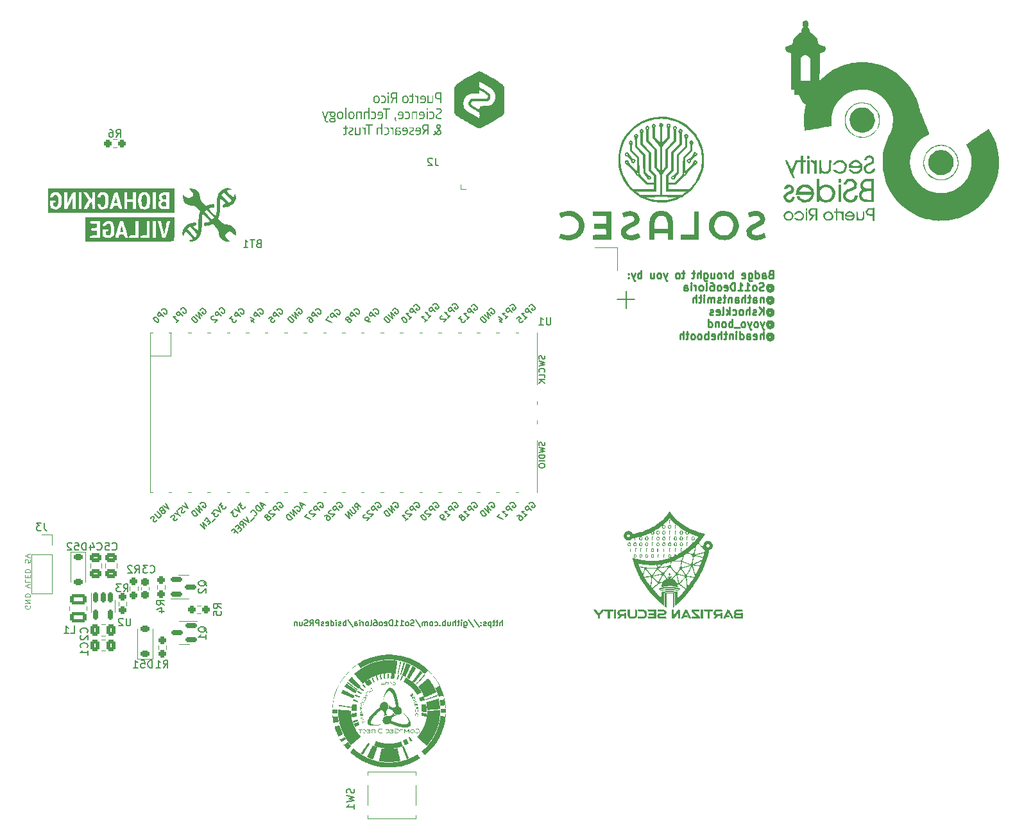
<source format=gbr>
%TF.GenerationSoftware,KiCad,Pcbnew,7.0.9*%
%TF.CreationDate,2024-02-12T09:09:14-06:00*%
%TF.ProjectId,bsidesPR,62736964-6573-4505-922e-6b696361645f,rev?*%
%TF.SameCoordinates,Original*%
%TF.FileFunction,Legend,Bot*%
%TF.FilePolarity,Positive*%
%FSLAX46Y46*%
G04 Gerber Fmt 4.6, Leading zero omitted, Abs format (unit mm)*
G04 Created by KiCad (PCBNEW 7.0.9) date 2024-02-12 09:09:14*
%MOMM*%
%LPD*%
G01*
G04 APERTURE LIST*
G04 Aperture macros list*
%AMRoundRect*
0 Rectangle with rounded corners*
0 $1 Rounding radius*
0 $2 $3 $4 $5 $6 $7 $8 $9 X,Y pos of 4 corners*
0 Add a 4 corners polygon primitive as box body*
4,1,4,$2,$3,$4,$5,$6,$7,$8,$9,$2,$3,0*
0 Add four circle primitives for the rounded corners*
1,1,$1+$1,$2,$3*
1,1,$1+$1,$4,$5*
1,1,$1+$1,$6,$7*
1,1,$1+$1,$8,$9*
0 Add four rect primitives between the rounded corners*
20,1,$1+$1,$2,$3,$4,$5,0*
20,1,$1+$1,$4,$5,$6,$7,0*
20,1,$1+$1,$6,$7,$8,$9,0*
20,1,$1+$1,$8,$9,$2,$3,0*%
G04 Aperture macros list end*
%ADD10C,0.150000*%
%ADD11C,0.000000*%
%ADD12C,0.250000*%
%ADD13C,0.100000*%
%ADD14C,0.120000*%
%ADD15RoundRect,0.237500X-0.237500X0.300000X-0.237500X-0.300000X0.237500X-0.300000X0.237500X0.300000X0*%
%ADD16RoundRect,0.250000X-0.475000X0.337500X-0.475000X-0.337500X0.475000X-0.337500X0.475000X0.337500X0*%
%ADD17RoundRect,0.237500X-0.237500X0.250000X-0.237500X-0.250000X0.237500X-0.250000X0.237500X0.250000X0*%
%ADD18RoundRect,0.237500X0.250000X0.237500X-0.250000X0.237500X-0.250000X-0.237500X0.250000X-0.237500X0*%
%ADD19RoundRect,0.225000X0.375000X-0.225000X0.375000X0.225000X-0.375000X0.225000X-0.375000X-0.225000X0*%
%ADD20RoundRect,0.250001X0.849999X-0.462499X0.849999X0.462499X-0.849999X0.462499X-0.849999X-0.462499X0*%
%ADD21R,1.700000X1.700000*%
%ADD22O,1.700000X1.700000*%
%ADD23RoundRect,0.250000X-0.337500X-0.475000X0.337500X-0.475000X0.337500X0.475000X-0.337500X0.475000X0*%
%ADD24R,2.750000X1.000000*%
%ADD25R,1.700000X3.500000*%
%ADD26R,3.500000X1.700000*%
%ADD27RoundRect,0.237500X-0.250000X-0.237500X0.250000X-0.237500X0.250000X0.237500X-0.250000X0.237500X0*%
%ADD28RoundRect,0.150000X-0.587500X-0.150000X0.587500X-0.150000X0.587500X0.150000X-0.587500X0.150000X0*%
%ADD29RoundRect,0.225000X-0.375000X0.225000X-0.375000X-0.225000X0.375000X-0.225000X0.375000X0.225000X0*%
%ADD30R,3.000000X3.000000*%
%ADD31C,3.000000*%
%ADD32C,2.374900*%
%ADD33C,0.990600*%
%ADD34C,0.787400*%
%ADD35RoundRect,0.150000X-0.150000X0.512500X-0.150000X-0.512500X0.150000X-0.512500X0.150000X0.512500X0*%
%ADD36RoundRect,0.150000X0.587500X0.150000X-0.587500X0.150000X-0.587500X-0.150000X0.587500X-0.150000X0*%
G04 APERTURE END LIST*
D10*
X143756916Y-126672315D02*
X143756916Y-125922315D01*
X143435488Y-126672315D02*
X143435488Y-126279458D01*
X143435488Y-126279458D02*
X143471202Y-126208029D01*
X143471202Y-126208029D02*
X143542630Y-126172315D01*
X143542630Y-126172315D02*
X143649773Y-126172315D01*
X143649773Y-126172315D02*
X143721202Y-126208029D01*
X143721202Y-126208029D02*
X143756916Y-126243743D01*
X143185488Y-126172315D02*
X142899774Y-126172315D01*
X143078345Y-125922315D02*
X143078345Y-126565172D01*
X143078345Y-126565172D02*
X143042631Y-126636601D01*
X143042631Y-126636601D02*
X142971202Y-126672315D01*
X142971202Y-126672315D02*
X142899774Y-126672315D01*
X142756917Y-126172315D02*
X142471203Y-126172315D01*
X142649774Y-125922315D02*
X142649774Y-126565172D01*
X142649774Y-126565172D02*
X142614060Y-126636601D01*
X142614060Y-126636601D02*
X142542631Y-126672315D01*
X142542631Y-126672315D02*
X142471203Y-126672315D01*
X142221203Y-126172315D02*
X142221203Y-126922315D01*
X142221203Y-126208029D02*
X142149775Y-126172315D01*
X142149775Y-126172315D02*
X142006917Y-126172315D01*
X142006917Y-126172315D02*
X141935489Y-126208029D01*
X141935489Y-126208029D02*
X141899775Y-126243743D01*
X141899775Y-126243743D02*
X141864060Y-126315172D01*
X141864060Y-126315172D02*
X141864060Y-126529458D01*
X141864060Y-126529458D02*
X141899775Y-126600886D01*
X141899775Y-126600886D02*
X141935489Y-126636601D01*
X141935489Y-126636601D02*
X142006917Y-126672315D01*
X142006917Y-126672315D02*
X142149775Y-126672315D01*
X142149775Y-126672315D02*
X142221203Y-126636601D01*
X141578346Y-126636601D02*
X141506918Y-126672315D01*
X141506918Y-126672315D02*
X141364061Y-126672315D01*
X141364061Y-126672315D02*
X141292632Y-126636601D01*
X141292632Y-126636601D02*
X141256918Y-126565172D01*
X141256918Y-126565172D02*
X141256918Y-126529458D01*
X141256918Y-126529458D02*
X141292632Y-126458029D01*
X141292632Y-126458029D02*
X141364061Y-126422315D01*
X141364061Y-126422315D02*
X141471204Y-126422315D01*
X141471204Y-126422315D02*
X141542632Y-126386601D01*
X141542632Y-126386601D02*
X141578346Y-126315172D01*
X141578346Y-126315172D02*
X141578346Y-126279458D01*
X141578346Y-126279458D02*
X141542632Y-126208029D01*
X141542632Y-126208029D02*
X141471204Y-126172315D01*
X141471204Y-126172315D02*
X141364061Y-126172315D01*
X141364061Y-126172315D02*
X141292632Y-126208029D01*
X140935489Y-126600886D02*
X140899775Y-126636601D01*
X140899775Y-126636601D02*
X140935489Y-126672315D01*
X140935489Y-126672315D02*
X140971203Y-126636601D01*
X140971203Y-126636601D02*
X140935489Y-126600886D01*
X140935489Y-126600886D02*
X140935489Y-126672315D01*
X140935489Y-126208029D02*
X140899775Y-126243743D01*
X140899775Y-126243743D02*
X140935489Y-126279458D01*
X140935489Y-126279458D02*
X140971203Y-126243743D01*
X140971203Y-126243743D02*
X140935489Y-126208029D01*
X140935489Y-126208029D02*
X140935489Y-126279458D01*
X140042632Y-125886601D02*
X140685489Y-126850886D01*
X139256918Y-125886601D02*
X139899775Y-126850886D01*
X138685490Y-126172315D02*
X138685490Y-126779458D01*
X138685490Y-126779458D02*
X138721204Y-126850886D01*
X138721204Y-126850886D02*
X138756918Y-126886601D01*
X138756918Y-126886601D02*
X138828347Y-126922315D01*
X138828347Y-126922315D02*
X138935490Y-126922315D01*
X138935490Y-126922315D02*
X139006918Y-126886601D01*
X138685490Y-126636601D02*
X138756918Y-126672315D01*
X138756918Y-126672315D02*
X138899775Y-126672315D01*
X138899775Y-126672315D02*
X138971204Y-126636601D01*
X138971204Y-126636601D02*
X139006918Y-126600886D01*
X139006918Y-126600886D02*
X139042632Y-126529458D01*
X139042632Y-126529458D02*
X139042632Y-126315172D01*
X139042632Y-126315172D02*
X139006918Y-126243743D01*
X139006918Y-126243743D02*
X138971204Y-126208029D01*
X138971204Y-126208029D02*
X138899775Y-126172315D01*
X138899775Y-126172315D02*
X138756918Y-126172315D01*
X138756918Y-126172315D02*
X138685490Y-126208029D01*
X138328347Y-126672315D02*
X138328347Y-126172315D01*
X138328347Y-125922315D02*
X138364061Y-125958029D01*
X138364061Y-125958029D02*
X138328347Y-125993743D01*
X138328347Y-125993743D02*
X138292633Y-125958029D01*
X138292633Y-125958029D02*
X138328347Y-125922315D01*
X138328347Y-125922315D02*
X138328347Y-125993743D01*
X138078347Y-126172315D02*
X137792633Y-126172315D01*
X137971204Y-125922315D02*
X137971204Y-126565172D01*
X137971204Y-126565172D02*
X137935490Y-126636601D01*
X137935490Y-126636601D02*
X137864061Y-126672315D01*
X137864061Y-126672315D02*
X137792633Y-126672315D01*
X137542633Y-126672315D02*
X137542633Y-125922315D01*
X137221205Y-126672315D02*
X137221205Y-126279458D01*
X137221205Y-126279458D02*
X137256919Y-126208029D01*
X137256919Y-126208029D02*
X137328347Y-126172315D01*
X137328347Y-126172315D02*
X137435490Y-126172315D01*
X137435490Y-126172315D02*
X137506919Y-126208029D01*
X137506919Y-126208029D02*
X137542633Y-126243743D01*
X136542634Y-126172315D02*
X136542634Y-126672315D01*
X136864062Y-126172315D02*
X136864062Y-126565172D01*
X136864062Y-126565172D02*
X136828348Y-126636601D01*
X136828348Y-126636601D02*
X136756919Y-126672315D01*
X136756919Y-126672315D02*
X136649776Y-126672315D01*
X136649776Y-126672315D02*
X136578348Y-126636601D01*
X136578348Y-126636601D02*
X136542634Y-126600886D01*
X136185491Y-126672315D02*
X136185491Y-125922315D01*
X136185491Y-126208029D02*
X136114063Y-126172315D01*
X136114063Y-126172315D02*
X135971205Y-126172315D01*
X135971205Y-126172315D02*
X135899777Y-126208029D01*
X135899777Y-126208029D02*
X135864063Y-126243743D01*
X135864063Y-126243743D02*
X135828348Y-126315172D01*
X135828348Y-126315172D02*
X135828348Y-126529458D01*
X135828348Y-126529458D02*
X135864063Y-126600886D01*
X135864063Y-126600886D02*
X135899777Y-126636601D01*
X135899777Y-126636601D02*
X135971205Y-126672315D01*
X135971205Y-126672315D02*
X136114063Y-126672315D01*
X136114063Y-126672315D02*
X136185491Y-126636601D01*
X135506920Y-126600886D02*
X135471206Y-126636601D01*
X135471206Y-126636601D02*
X135506920Y-126672315D01*
X135506920Y-126672315D02*
X135542634Y-126636601D01*
X135542634Y-126636601D02*
X135506920Y-126600886D01*
X135506920Y-126600886D02*
X135506920Y-126672315D01*
X134828349Y-126636601D02*
X134899777Y-126672315D01*
X134899777Y-126672315D02*
X135042634Y-126672315D01*
X135042634Y-126672315D02*
X135114063Y-126636601D01*
X135114063Y-126636601D02*
X135149777Y-126600886D01*
X135149777Y-126600886D02*
X135185491Y-126529458D01*
X135185491Y-126529458D02*
X135185491Y-126315172D01*
X135185491Y-126315172D02*
X135149777Y-126243743D01*
X135149777Y-126243743D02*
X135114063Y-126208029D01*
X135114063Y-126208029D02*
X135042634Y-126172315D01*
X135042634Y-126172315D02*
X134899777Y-126172315D01*
X134899777Y-126172315D02*
X134828349Y-126208029D01*
X134399777Y-126672315D02*
X134471206Y-126636601D01*
X134471206Y-126636601D02*
X134506920Y-126600886D01*
X134506920Y-126600886D02*
X134542634Y-126529458D01*
X134542634Y-126529458D02*
X134542634Y-126315172D01*
X134542634Y-126315172D02*
X134506920Y-126243743D01*
X134506920Y-126243743D02*
X134471206Y-126208029D01*
X134471206Y-126208029D02*
X134399777Y-126172315D01*
X134399777Y-126172315D02*
X134292634Y-126172315D01*
X134292634Y-126172315D02*
X134221206Y-126208029D01*
X134221206Y-126208029D02*
X134185492Y-126243743D01*
X134185492Y-126243743D02*
X134149777Y-126315172D01*
X134149777Y-126315172D02*
X134149777Y-126529458D01*
X134149777Y-126529458D02*
X134185492Y-126600886D01*
X134185492Y-126600886D02*
X134221206Y-126636601D01*
X134221206Y-126636601D02*
X134292634Y-126672315D01*
X134292634Y-126672315D02*
X134399777Y-126672315D01*
X133828349Y-126672315D02*
X133828349Y-126172315D01*
X133828349Y-126243743D02*
X133792635Y-126208029D01*
X133792635Y-126208029D02*
X133721206Y-126172315D01*
X133721206Y-126172315D02*
X133614063Y-126172315D01*
X133614063Y-126172315D02*
X133542635Y-126208029D01*
X133542635Y-126208029D02*
X133506921Y-126279458D01*
X133506921Y-126279458D02*
X133506921Y-126672315D01*
X133506921Y-126279458D02*
X133471206Y-126208029D01*
X133471206Y-126208029D02*
X133399778Y-126172315D01*
X133399778Y-126172315D02*
X133292635Y-126172315D01*
X133292635Y-126172315D02*
X133221206Y-126208029D01*
X133221206Y-126208029D02*
X133185492Y-126279458D01*
X133185492Y-126279458D02*
X133185492Y-126672315D01*
X132292635Y-125886601D02*
X132935492Y-126850886D01*
X132078349Y-126636601D02*
X131971207Y-126672315D01*
X131971207Y-126672315D02*
X131792635Y-126672315D01*
X131792635Y-126672315D02*
X131721207Y-126636601D01*
X131721207Y-126636601D02*
X131685492Y-126600886D01*
X131685492Y-126600886D02*
X131649778Y-126529458D01*
X131649778Y-126529458D02*
X131649778Y-126458029D01*
X131649778Y-126458029D02*
X131685492Y-126386601D01*
X131685492Y-126386601D02*
X131721207Y-126350886D01*
X131721207Y-126350886D02*
X131792635Y-126315172D01*
X131792635Y-126315172D02*
X131935492Y-126279458D01*
X131935492Y-126279458D02*
X132006921Y-126243743D01*
X132006921Y-126243743D02*
X132042635Y-126208029D01*
X132042635Y-126208029D02*
X132078349Y-126136601D01*
X132078349Y-126136601D02*
X132078349Y-126065172D01*
X132078349Y-126065172D02*
X132042635Y-125993743D01*
X132042635Y-125993743D02*
X132006921Y-125958029D01*
X132006921Y-125958029D02*
X131935492Y-125922315D01*
X131935492Y-125922315D02*
X131756921Y-125922315D01*
X131756921Y-125922315D02*
X131649778Y-125958029D01*
X131221206Y-126672315D02*
X131292635Y-126636601D01*
X131292635Y-126636601D02*
X131328349Y-126600886D01*
X131328349Y-126600886D02*
X131364063Y-126529458D01*
X131364063Y-126529458D02*
X131364063Y-126315172D01*
X131364063Y-126315172D02*
X131328349Y-126243743D01*
X131328349Y-126243743D02*
X131292635Y-126208029D01*
X131292635Y-126208029D02*
X131221206Y-126172315D01*
X131221206Y-126172315D02*
X131114063Y-126172315D01*
X131114063Y-126172315D02*
X131042635Y-126208029D01*
X131042635Y-126208029D02*
X131006921Y-126243743D01*
X131006921Y-126243743D02*
X130971206Y-126315172D01*
X130971206Y-126315172D02*
X130971206Y-126529458D01*
X130971206Y-126529458D02*
X131006921Y-126600886D01*
X131006921Y-126600886D02*
X131042635Y-126636601D01*
X131042635Y-126636601D02*
X131114063Y-126672315D01*
X131114063Y-126672315D02*
X131221206Y-126672315D01*
X130256921Y-126672315D02*
X130685492Y-126672315D01*
X130471207Y-126672315D02*
X130471207Y-125922315D01*
X130471207Y-125922315D02*
X130542635Y-126029458D01*
X130542635Y-126029458D02*
X130614064Y-126100886D01*
X130614064Y-126100886D02*
X130685492Y-126136601D01*
X129542635Y-126672315D02*
X129971206Y-126672315D01*
X129756921Y-126672315D02*
X129756921Y-125922315D01*
X129756921Y-125922315D02*
X129828349Y-126029458D01*
X129828349Y-126029458D02*
X129899778Y-126100886D01*
X129899778Y-126100886D02*
X129971206Y-126136601D01*
X129221206Y-126672315D02*
X129221206Y-125922315D01*
X129221206Y-125922315D02*
X129042635Y-125922315D01*
X129042635Y-125922315D02*
X128935492Y-125958029D01*
X128935492Y-125958029D02*
X128864063Y-126029458D01*
X128864063Y-126029458D02*
X128828349Y-126100886D01*
X128828349Y-126100886D02*
X128792635Y-126243743D01*
X128792635Y-126243743D02*
X128792635Y-126350886D01*
X128792635Y-126350886D02*
X128828349Y-126493743D01*
X128828349Y-126493743D02*
X128864063Y-126565172D01*
X128864063Y-126565172D02*
X128935492Y-126636601D01*
X128935492Y-126636601D02*
X129042635Y-126672315D01*
X129042635Y-126672315D02*
X129221206Y-126672315D01*
X128185492Y-126636601D02*
X128256920Y-126672315D01*
X128256920Y-126672315D02*
X128399778Y-126672315D01*
X128399778Y-126672315D02*
X128471206Y-126636601D01*
X128471206Y-126636601D02*
X128506920Y-126565172D01*
X128506920Y-126565172D02*
X128506920Y-126279458D01*
X128506920Y-126279458D02*
X128471206Y-126208029D01*
X128471206Y-126208029D02*
X128399778Y-126172315D01*
X128399778Y-126172315D02*
X128256920Y-126172315D01*
X128256920Y-126172315D02*
X128185492Y-126208029D01*
X128185492Y-126208029D02*
X128149778Y-126279458D01*
X128149778Y-126279458D02*
X128149778Y-126350886D01*
X128149778Y-126350886D02*
X128506920Y-126422315D01*
X127721206Y-126672315D02*
X127792635Y-126636601D01*
X127792635Y-126636601D02*
X127828349Y-126600886D01*
X127828349Y-126600886D02*
X127864063Y-126529458D01*
X127864063Y-126529458D02*
X127864063Y-126315172D01*
X127864063Y-126315172D02*
X127828349Y-126243743D01*
X127828349Y-126243743D02*
X127792635Y-126208029D01*
X127792635Y-126208029D02*
X127721206Y-126172315D01*
X127721206Y-126172315D02*
X127614063Y-126172315D01*
X127614063Y-126172315D02*
X127542635Y-126208029D01*
X127542635Y-126208029D02*
X127506921Y-126243743D01*
X127506921Y-126243743D02*
X127471206Y-126315172D01*
X127471206Y-126315172D02*
X127471206Y-126529458D01*
X127471206Y-126529458D02*
X127506921Y-126600886D01*
X127506921Y-126600886D02*
X127542635Y-126636601D01*
X127542635Y-126636601D02*
X127614063Y-126672315D01*
X127614063Y-126672315D02*
X127721206Y-126672315D01*
X126828350Y-125922315D02*
X126971207Y-125922315D01*
X126971207Y-125922315D02*
X127042635Y-125958029D01*
X127042635Y-125958029D02*
X127078350Y-125993743D01*
X127078350Y-125993743D02*
X127149778Y-126100886D01*
X127149778Y-126100886D02*
X127185492Y-126243743D01*
X127185492Y-126243743D02*
X127185492Y-126529458D01*
X127185492Y-126529458D02*
X127149778Y-126600886D01*
X127149778Y-126600886D02*
X127114064Y-126636601D01*
X127114064Y-126636601D02*
X127042635Y-126672315D01*
X127042635Y-126672315D02*
X126899778Y-126672315D01*
X126899778Y-126672315D02*
X126828350Y-126636601D01*
X126828350Y-126636601D02*
X126792635Y-126600886D01*
X126792635Y-126600886D02*
X126756921Y-126529458D01*
X126756921Y-126529458D02*
X126756921Y-126350886D01*
X126756921Y-126350886D02*
X126792635Y-126279458D01*
X126792635Y-126279458D02*
X126828350Y-126243743D01*
X126828350Y-126243743D02*
X126899778Y-126208029D01*
X126899778Y-126208029D02*
X127042635Y-126208029D01*
X127042635Y-126208029D02*
X127114064Y-126243743D01*
X127114064Y-126243743D02*
X127149778Y-126279458D01*
X127149778Y-126279458D02*
X127185492Y-126350886D01*
X126328349Y-126672315D02*
X126399778Y-126636601D01*
X126399778Y-126636601D02*
X126435492Y-126565172D01*
X126435492Y-126565172D02*
X126435492Y-125922315D01*
X125935492Y-126672315D02*
X126006921Y-126636601D01*
X126006921Y-126636601D02*
X126042635Y-126600886D01*
X126042635Y-126600886D02*
X126078349Y-126529458D01*
X126078349Y-126529458D02*
X126078349Y-126315172D01*
X126078349Y-126315172D02*
X126042635Y-126243743D01*
X126042635Y-126243743D02*
X126006921Y-126208029D01*
X126006921Y-126208029D02*
X125935492Y-126172315D01*
X125935492Y-126172315D02*
X125828349Y-126172315D01*
X125828349Y-126172315D02*
X125756921Y-126208029D01*
X125756921Y-126208029D02*
X125721207Y-126243743D01*
X125721207Y-126243743D02*
X125685492Y-126315172D01*
X125685492Y-126315172D02*
X125685492Y-126529458D01*
X125685492Y-126529458D02*
X125721207Y-126600886D01*
X125721207Y-126600886D02*
X125756921Y-126636601D01*
X125756921Y-126636601D02*
X125828349Y-126672315D01*
X125828349Y-126672315D02*
X125935492Y-126672315D01*
X125364064Y-126672315D02*
X125364064Y-126172315D01*
X125364064Y-126315172D02*
X125328350Y-126243743D01*
X125328350Y-126243743D02*
X125292636Y-126208029D01*
X125292636Y-126208029D02*
X125221207Y-126172315D01*
X125221207Y-126172315D02*
X125149778Y-126172315D01*
X124899778Y-126672315D02*
X124899778Y-126172315D01*
X124899778Y-125922315D02*
X124935492Y-125958029D01*
X124935492Y-125958029D02*
X124899778Y-125993743D01*
X124899778Y-125993743D02*
X124864064Y-125958029D01*
X124864064Y-125958029D02*
X124899778Y-125922315D01*
X124899778Y-125922315D02*
X124899778Y-125993743D01*
X124221207Y-126672315D02*
X124221207Y-126279458D01*
X124221207Y-126279458D02*
X124256921Y-126208029D01*
X124256921Y-126208029D02*
X124328349Y-126172315D01*
X124328349Y-126172315D02*
X124471207Y-126172315D01*
X124471207Y-126172315D02*
X124542635Y-126208029D01*
X124221207Y-126636601D02*
X124292635Y-126672315D01*
X124292635Y-126672315D02*
X124471207Y-126672315D01*
X124471207Y-126672315D02*
X124542635Y-126636601D01*
X124542635Y-126636601D02*
X124578349Y-126565172D01*
X124578349Y-126565172D02*
X124578349Y-126493743D01*
X124578349Y-126493743D02*
X124542635Y-126422315D01*
X124542635Y-126422315D02*
X124471207Y-126386601D01*
X124471207Y-126386601D02*
X124292635Y-126386601D01*
X124292635Y-126386601D02*
X124221207Y-126350886D01*
X123328350Y-125886601D02*
X123971207Y-126850886D01*
X123078350Y-126672315D02*
X123078350Y-125922315D01*
X123078350Y-126208029D02*
X123006922Y-126172315D01*
X123006922Y-126172315D02*
X122864064Y-126172315D01*
X122864064Y-126172315D02*
X122792636Y-126208029D01*
X122792636Y-126208029D02*
X122756922Y-126243743D01*
X122756922Y-126243743D02*
X122721207Y-126315172D01*
X122721207Y-126315172D02*
X122721207Y-126529458D01*
X122721207Y-126529458D02*
X122756922Y-126600886D01*
X122756922Y-126600886D02*
X122792636Y-126636601D01*
X122792636Y-126636601D02*
X122864064Y-126672315D01*
X122864064Y-126672315D02*
X123006922Y-126672315D01*
X123006922Y-126672315D02*
X123078350Y-126636601D01*
X122435493Y-126636601D02*
X122364065Y-126672315D01*
X122364065Y-126672315D02*
X122221208Y-126672315D01*
X122221208Y-126672315D02*
X122149779Y-126636601D01*
X122149779Y-126636601D02*
X122114065Y-126565172D01*
X122114065Y-126565172D02*
X122114065Y-126529458D01*
X122114065Y-126529458D02*
X122149779Y-126458029D01*
X122149779Y-126458029D02*
X122221208Y-126422315D01*
X122221208Y-126422315D02*
X122328351Y-126422315D01*
X122328351Y-126422315D02*
X122399779Y-126386601D01*
X122399779Y-126386601D02*
X122435493Y-126315172D01*
X122435493Y-126315172D02*
X122435493Y-126279458D01*
X122435493Y-126279458D02*
X122399779Y-126208029D01*
X122399779Y-126208029D02*
X122328351Y-126172315D01*
X122328351Y-126172315D02*
X122221208Y-126172315D01*
X122221208Y-126172315D02*
X122149779Y-126208029D01*
X121792636Y-126672315D02*
X121792636Y-126172315D01*
X121792636Y-125922315D02*
X121828350Y-125958029D01*
X121828350Y-125958029D02*
X121792636Y-125993743D01*
X121792636Y-125993743D02*
X121756922Y-125958029D01*
X121756922Y-125958029D02*
X121792636Y-125922315D01*
X121792636Y-125922315D02*
X121792636Y-125993743D01*
X121114065Y-126672315D02*
X121114065Y-125922315D01*
X121114065Y-126636601D02*
X121185493Y-126672315D01*
X121185493Y-126672315D02*
X121328350Y-126672315D01*
X121328350Y-126672315D02*
X121399779Y-126636601D01*
X121399779Y-126636601D02*
X121435493Y-126600886D01*
X121435493Y-126600886D02*
X121471207Y-126529458D01*
X121471207Y-126529458D02*
X121471207Y-126315172D01*
X121471207Y-126315172D02*
X121435493Y-126243743D01*
X121435493Y-126243743D02*
X121399779Y-126208029D01*
X121399779Y-126208029D02*
X121328350Y-126172315D01*
X121328350Y-126172315D02*
X121185493Y-126172315D01*
X121185493Y-126172315D02*
X121114065Y-126208029D01*
X120471208Y-126636601D02*
X120542636Y-126672315D01*
X120542636Y-126672315D02*
X120685494Y-126672315D01*
X120685494Y-126672315D02*
X120756922Y-126636601D01*
X120756922Y-126636601D02*
X120792636Y-126565172D01*
X120792636Y-126565172D02*
X120792636Y-126279458D01*
X120792636Y-126279458D02*
X120756922Y-126208029D01*
X120756922Y-126208029D02*
X120685494Y-126172315D01*
X120685494Y-126172315D02*
X120542636Y-126172315D01*
X120542636Y-126172315D02*
X120471208Y-126208029D01*
X120471208Y-126208029D02*
X120435494Y-126279458D01*
X120435494Y-126279458D02*
X120435494Y-126350886D01*
X120435494Y-126350886D02*
X120792636Y-126422315D01*
X120149779Y-126636601D02*
X120078351Y-126672315D01*
X120078351Y-126672315D02*
X119935494Y-126672315D01*
X119935494Y-126672315D02*
X119864065Y-126636601D01*
X119864065Y-126636601D02*
X119828351Y-126565172D01*
X119828351Y-126565172D02*
X119828351Y-126529458D01*
X119828351Y-126529458D02*
X119864065Y-126458029D01*
X119864065Y-126458029D02*
X119935494Y-126422315D01*
X119935494Y-126422315D02*
X120042637Y-126422315D01*
X120042637Y-126422315D02*
X120114065Y-126386601D01*
X120114065Y-126386601D02*
X120149779Y-126315172D01*
X120149779Y-126315172D02*
X120149779Y-126279458D01*
X120149779Y-126279458D02*
X120114065Y-126208029D01*
X120114065Y-126208029D02*
X120042637Y-126172315D01*
X120042637Y-126172315D02*
X119935494Y-126172315D01*
X119935494Y-126172315D02*
X119864065Y-126208029D01*
X119506922Y-126672315D02*
X119506922Y-125922315D01*
X119506922Y-125922315D02*
X119221208Y-125922315D01*
X119221208Y-125922315D02*
X119149779Y-125958029D01*
X119149779Y-125958029D02*
X119114065Y-125993743D01*
X119114065Y-125993743D02*
X119078351Y-126065172D01*
X119078351Y-126065172D02*
X119078351Y-126172315D01*
X119078351Y-126172315D02*
X119114065Y-126243743D01*
X119114065Y-126243743D02*
X119149779Y-126279458D01*
X119149779Y-126279458D02*
X119221208Y-126315172D01*
X119221208Y-126315172D02*
X119506922Y-126315172D01*
X118328351Y-126672315D02*
X118578351Y-126315172D01*
X118756922Y-126672315D02*
X118756922Y-125922315D01*
X118756922Y-125922315D02*
X118471208Y-125922315D01*
X118471208Y-125922315D02*
X118399779Y-125958029D01*
X118399779Y-125958029D02*
X118364065Y-125993743D01*
X118364065Y-125993743D02*
X118328351Y-126065172D01*
X118328351Y-126065172D02*
X118328351Y-126172315D01*
X118328351Y-126172315D02*
X118364065Y-126243743D01*
X118364065Y-126243743D02*
X118399779Y-126279458D01*
X118399779Y-126279458D02*
X118471208Y-126315172D01*
X118471208Y-126315172D02*
X118756922Y-126315172D01*
X118042636Y-126636601D02*
X117935494Y-126672315D01*
X117935494Y-126672315D02*
X117756922Y-126672315D01*
X117756922Y-126672315D02*
X117685494Y-126636601D01*
X117685494Y-126636601D02*
X117649779Y-126600886D01*
X117649779Y-126600886D02*
X117614065Y-126529458D01*
X117614065Y-126529458D02*
X117614065Y-126458029D01*
X117614065Y-126458029D02*
X117649779Y-126386601D01*
X117649779Y-126386601D02*
X117685494Y-126350886D01*
X117685494Y-126350886D02*
X117756922Y-126315172D01*
X117756922Y-126315172D02*
X117899779Y-126279458D01*
X117899779Y-126279458D02*
X117971208Y-126243743D01*
X117971208Y-126243743D02*
X118006922Y-126208029D01*
X118006922Y-126208029D02*
X118042636Y-126136601D01*
X118042636Y-126136601D02*
X118042636Y-126065172D01*
X118042636Y-126065172D02*
X118006922Y-125993743D01*
X118006922Y-125993743D02*
X117971208Y-125958029D01*
X117971208Y-125958029D02*
X117899779Y-125922315D01*
X117899779Y-125922315D02*
X117721208Y-125922315D01*
X117721208Y-125922315D02*
X117614065Y-125958029D01*
X116971208Y-126172315D02*
X116971208Y-126672315D01*
X117292636Y-126172315D02*
X117292636Y-126565172D01*
X117292636Y-126565172D02*
X117256922Y-126636601D01*
X117256922Y-126636601D02*
X117185493Y-126672315D01*
X117185493Y-126672315D02*
X117078350Y-126672315D01*
X117078350Y-126672315D02*
X117006922Y-126636601D01*
X117006922Y-126636601D02*
X116971208Y-126600886D01*
X116614065Y-126172315D02*
X116614065Y-126672315D01*
X116614065Y-126243743D02*
X116578351Y-126208029D01*
X116578351Y-126208029D02*
X116506922Y-126172315D01*
X116506922Y-126172315D02*
X116399779Y-126172315D01*
X116399779Y-126172315D02*
X116328351Y-126208029D01*
X116328351Y-126208029D02*
X116292637Y-126279458D01*
X116292637Y-126279458D02*
X116292637Y-126672315D01*
D11*
G36*
X128771259Y-56424110D02*
G01*
X128599281Y-56424110D01*
X128599281Y-56219058D01*
X128771259Y-56219058D01*
X128771259Y-56424110D01*
G37*
G36*
X132285551Y-56642856D02*
G01*
X132306326Y-56644251D01*
X132326152Y-56646576D01*
X132345097Y-56649832D01*
X132363227Y-56654018D01*
X132380611Y-56659134D01*
X132397317Y-56665180D01*
X132413413Y-56672156D01*
X132428966Y-56680063D01*
X132444044Y-56688900D01*
X132458715Y-56698667D01*
X132473047Y-56709364D01*
X132487108Y-56720991D01*
X132500966Y-56733548D01*
X132514687Y-56747036D01*
X132528341Y-56761453D01*
X132534957Y-56761453D01*
X132554800Y-56662235D01*
X132673863Y-56662235D01*
X132673863Y-57634579D01*
X132515114Y-57634579D01*
X132515114Y-56920204D01*
X132502479Y-56903457D01*
X132489379Y-56887932D01*
X132475814Y-56873608D01*
X132461784Y-56860466D01*
X132447289Y-56848486D01*
X132432328Y-56837650D01*
X132416903Y-56827938D01*
X132401012Y-56819331D01*
X132384657Y-56811809D01*
X132367836Y-56805353D01*
X132350550Y-56799943D01*
X132332799Y-56795560D01*
X132314584Y-56792185D01*
X132295902Y-56789798D01*
X132276756Y-56788380D01*
X132257145Y-56787912D01*
X132254514Y-56787986D01*
X132251603Y-56788196D01*
X132245053Y-56788945D01*
X132229860Y-56791219D01*
X132221683Y-56792433D01*
X132213428Y-56793493D01*
X132205327Y-56794242D01*
X132201408Y-56794452D01*
X132197615Y-56794526D01*
X132184383Y-56649005D01*
X132188327Y-56647841D01*
X132192677Y-56646822D01*
X132197377Y-56645939D01*
X132202367Y-56645181D01*
X132207589Y-56644540D01*
X132212986Y-56644005D01*
X132224071Y-56643217D01*
X132235155Y-56642739D01*
X132245774Y-56642494D01*
X132263758Y-56642391D01*
X132285551Y-56642856D01*
G37*
G36*
X135670270Y-57641193D02*
G01*
X135504906Y-57641193D01*
X135504906Y-57098797D01*
X135154333Y-57098797D01*
X135130049Y-57098258D01*
X135106796Y-57096656D01*
X135084557Y-57094012D01*
X135063318Y-57090348D01*
X135043062Y-57085686D01*
X135023774Y-57080048D01*
X135005438Y-57073456D01*
X134988038Y-57065931D01*
X134971559Y-57057495D01*
X134955984Y-57048170D01*
X134941299Y-57037978D01*
X134927486Y-57026941D01*
X134914532Y-57015080D01*
X134902418Y-57002417D01*
X134891131Y-56988975D01*
X134880655Y-56974774D01*
X134870972Y-56959836D01*
X134862069Y-56944184D01*
X134853928Y-56927840D01*
X134846535Y-56910824D01*
X134839874Y-56893159D01*
X134833928Y-56874867D01*
X134824121Y-56836488D01*
X134816988Y-56795860D01*
X134812403Y-56753159D01*
X134810240Y-56708559D01*
X134810374Y-56662235D01*
X134975739Y-56662235D01*
X134976297Y-56692606D01*
X134978026Y-56721650D01*
X134981015Y-56749279D01*
X134983009Y-56762536D01*
X134985351Y-56775407D01*
X134988052Y-56787880D01*
X134991121Y-56799945D01*
X134994571Y-56811591D01*
X134998412Y-56822807D01*
X135002656Y-56833582D01*
X135007312Y-56843905D01*
X135012392Y-56853766D01*
X135017907Y-56863153D01*
X135023868Y-56872056D01*
X135030285Y-56880463D01*
X135037170Y-56888364D01*
X135044533Y-56895748D01*
X135052386Y-56902604D01*
X135060739Y-56908921D01*
X135069603Y-56914688D01*
X135078989Y-56919894D01*
X135088907Y-56924528D01*
X135099370Y-56928580D01*
X135110387Y-56932039D01*
X135121970Y-56934893D01*
X135134130Y-56937132D01*
X135146877Y-56938744D01*
X135160222Y-56939720D01*
X135174176Y-56940048D01*
X135504906Y-56940048D01*
X135504906Y-56384423D01*
X135174176Y-56384423D01*
X135160222Y-56384750D01*
X135146877Y-56385726D01*
X135134130Y-56387338D01*
X135121970Y-56389577D01*
X135110387Y-56392431D01*
X135099370Y-56395890D01*
X135088907Y-56399942D01*
X135078989Y-56404576D01*
X135069603Y-56409783D01*
X135060739Y-56415550D01*
X135052386Y-56421866D01*
X135044533Y-56428722D01*
X135037170Y-56436106D01*
X135030285Y-56444007D01*
X135023868Y-56452414D01*
X135017907Y-56461317D01*
X135012392Y-56470704D01*
X135007312Y-56480565D01*
X135002656Y-56490888D01*
X134998412Y-56501663D01*
X134991121Y-56524525D01*
X134985351Y-56549064D01*
X134981015Y-56575191D01*
X134978026Y-56602820D01*
X134976297Y-56631864D01*
X134975739Y-56662235D01*
X134810374Y-56662235D01*
X134811329Y-56618164D01*
X134814289Y-56575392D01*
X134819400Y-56534132D01*
X134826807Y-56494596D01*
X134831418Y-56475542D01*
X134836657Y-56456999D01*
X134842542Y-56438993D01*
X134849093Y-56421552D01*
X134856327Y-56404702D01*
X134864262Y-56388469D01*
X134872916Y-56372881D01*
X134882308Y-56357964D01*
X134892456Y-56343744D01*
X134903378Y-56330249D01*
X134915092Y-56317505D01*
X134927616Y-56305538D01*
X134940968Y-56294376D01*
X134955167Y-56284044D01*
X134970231Y-56274570D01*
X134986178Y-56265980D01*
X135003026Y-56258301D01*
X135020793Y-56251559D01*
X135039498Y-56245781D01*
X135059158Y-56240994D01*
X135079792Y-56237225D01*
X135101418Y-56234499D01*
X135124054Y-56232844D01*
X135147718Y-56232287D01*
X135670270Y-56232287D01*
X135670270Y-56384423D01*
X135670270Y-57641193D01*
G37*
G36*
X128758032Y-57641193D02*
G01*
X128599283Y-57641193D01*
X128599283Y-56662235D01*
X128758032Y-56662235D01*
X128758032Y-57641193D01*
G37*
G36*
X129842821Y-57641193D02*
G01*
X129677456Y-57641193D01*
X129677456Y-57059110D01*
X129439331Y-57059110D01*
X129154905Y-57641193D01*
X128969698Y-57641193D01*
X129267353Y-57052495D01*
X129247914Y-57049611D01*
X129229278Y-57045929D01*
X129211430Y-57041468D01*
X129194361Y-57036243D01*
X129178057Y-57030272D01*
X129162506Y-57023573D01*
X129147696Y-57016161D01*
X129133616Y-57008053D01*
X129120252Y-56999268D01*
X129107593Y-56989821D01*
X129095628Y-56979730D01*
X129084342Y-56969012D01*
X129073726Y-56957683D01*
X129063765Y-56945761D01*
X129054450Y-56933262D01*
X129045766Y-56920203D01*
X129037702Y-56906602D01*
X129030247Y-56892476D01*
X129017111Y-56862713D01*
X129006262Y-56831052D01*
X128997603Y-56797627D01*
X128991036Y-56762574D01*
X128986466Y-56726029D01*
X128983795Y-56688128D01*
X128982925Y-56649006D01*
X128983072Y-56642391D01*
X129154907Y-56642391D01*
X129155464Y-56671449D01*
X129157194Y-56699054D01*
X129160183Y-56725148D01*
X129162177Y-56737610D01*
X129164519Y-56749672D01*
X129167219Y-56761327D01*
X129170289Y-56772567D01*
X129173739Y-56783387D01*
X129177580Y-56793777D01*
X129181824Y-56803732D01*
X129186480Y-56813243D01*
X129191560Y-56822304D01*
X129197075Y-56830907D01*
X129203036Y-56839045D01*
X129209453Y-56846710D01*
X129216338Y-56853896D01*
X129223702Y-56860595D01*
X129231554Y-56866800D01*
X129239907Y-56872503D01*
X129248771Y-56877698D01*
X129258157Y-56882377D01*
X129268075Y-56886532D01*
X129278538Y-56890157D01*
X129289555Y-56893244D01*
X129301138Y-56895787D01*
X129313298Y-56897777D01*
X129326044Y-56899207D01*
X129339390Y-56900070D01*
X129353344Y-56900360D01*
X129684074Y-56900360D01*
X129684074Y-56384423D01*
X129353344Y-56384423D01*
X129339389Y-56384731D01*
X129326044Y-56385648D01*
X129313297Y-56387164D01*
X129301138Y-56389267D01*
X129289555Y-56391947D01*
X129278537Y-56395192D01*
X129268075Y-56398992D01*
X129258156Y-56403336D01*
X129248770Y-56408213D01*
X129239906Y-56413612D01*
X129231553Y-56419522D01*
X129223701Y-56425932D01*
X129216337Y-56432831D01*
X129209453Y-56440209D01*
X129203035Y-56448054D01*
X129197075Y-56456356D01*
X129191560Y-56465104D01*
X129186479Y-56474286D01*
X129181823Y-56483892D01*
X129177580Y-56493912D01*
X129170289Y-56515146D01*
X129164519Y-56537901D01*
X129160183Y-56562091D01*
X129157194Y-56587627D01*
X129155464Y-56614423D01*
X129154907Y-56642391D01*
X128983072Y-56642391D01*
X128983880Y-56606174D01*
X128986840Y-56564631D01*
X128991951Y-56524580D01*
X128999359Y-56486225D01*
X129003969Y-56467747D01*
X129009208Y-56449769D01*
X129015094Y-56432317D01*
X129021644Y-56415415D01*
X129028878Y-56399091D01*
X129036813Y-56383368D01*
X129045468Y-56368272D01*
X129054860Y-56353830D01*
X129065007Y-56340066D01*
X129075929Y-56327005D01*
X129087643Y-56314673D01*
X129100167Y-56303097D01*
X129113520Y-56292300D01*
X129127719Y-56282308D01*
X129142783Y-56273147D01*
X129158730Y-56264843D01*
X129175578Y-56257420D01*
X129193345Y-56250905D01*
X129212050Y-56245322D01*
X129231710Y-56240697D01*
X129252344Y-56237056D01*
X129273970Y-56234423D01*
X129296606Y-56232825D01*
X129320271Y-56232287D01*
X129842821Y-56232287D01*
X129842821Y-56384423D01*
X129842821Y-57641193D01*
G37*
G36*
X127540947Y-57151714D02*
G01*
X127540521Y-57185183D01*
X127539245Y-57217387D01*
X127537121Y-57248338D01*
X127534152Y-57278050D01*
X127530339Y-57306536D01*
X127525686Y-57333811D01*
X127520195Y-57359886D01*
X127513869Y-57384775D01*
X127506709Y-57408492D01*
X127498718Y-57431049D01*
X127489899Y-57452461D01*
X127480253Y-57472741D01*
X127469785Y-57491901D01*
X127458495Y-57509956D01*
X127446386Y-57526918D01*
X127433461Y-57542801D01*
X127419722Y-57557618D01*
X127405171Y-57571383D01*
X127389812Y-57584109D01*
X127373645Y-57595808D01*
X127356675Y-57606495D01*
X127338903Y-57616183D01*
X127320331Y-57624885D01*
X127300963Y-57632615D01*
X127280800Y-57639385D01*
X127259844Y-57645209D01*
X127238100Y-57650101D01*
X127215567Y-57654073D01*
X127192250Y-57657140D01*
X127168151Y-57659314D01*
X127143272Y-57660608D01*
X127117615Y-57661037D01*
X127067079Y-57659314D01*
X127019662Y-57654073D01*
X126997130Y-57650101D01*
X126975385Y-57645209D01*
X126954430Y-57639385D01*
X126934267Y-57632615D01*
X126914899Y-57624885D01*
X126896327Y-57616183D01*
X126878555Y-57606495D01*
X126861584Y-57595808D01*
X126845418Y-57584109D01*
X126830058Y-57571383D01*
X126815508Y-57557618D01*
X126801768Y-57542801D01*
X126788843Y-57526918D01*
X126776734Y-57509956D01*
X126765444Y-57491901D01*
X126754975Y-57472741D01*
X126745330Y-57452461D01*
X126736510Y-57431049D01*
X126728519Y-57408492D01*
X126721359Y-57384775D01*
X126715033Y-57359886D01*
X126709541Y-57333811D01*
X126701076Y-57278050D01*
X126695983Y-57217387D01*
X126694281Y-57151714D01*
X126694365Y-57145099D01*
X126859646Y-57145099D01*
X126859935Y-57171750D01*
X126860799Y-57197147D01*
X126862229Y-57221319D01*
X126864219Y-57244292D01*
X126866761Y-57266093D01*
X126869849Y-57286748D01*
X126873474Y-57306284D01*
X126877629Y-57324727D01*
X126882308Y-57342104D01*
X126887503Y-57358442D01*
X126893206Y-57373768D01*
X126899411Y-57388108D01*
X126906110Y-57401488D01*
X126913296Y-57413936D01*
X126920961Y-57425478D01*
X126929099Y-57436141D01*
X126937702Y-57445951D01*
X126946762Y-57454935D01*
X126956274Y-57463120D01*
X126966228Y-57470532D01*
X126976619Y-57477198D01*
X126987438Y-57483144D01*
X126998679Y-57488398D01*
X127010334Y-57492985D01*
X127022396Y-57496933D01*
X127034858Y-57500268D01*
X127047712Y-57503017D01*
X127060951Y-57505207D01*
X127074569Y-57506863D01*
X127088556Y-57508013D01*
X127117615Y-57508901D01*
X127145583Y-57508013D01*
X127172378Y-57505207D01*
X127197915Y-57500268D01*
X127222104Y-57492985D01*
X127233666Y-57488398D01*
X127244859Y-57483144D01*
X127255672Y-57477198D01*
X127266093Y-57470532D01*
X127276113Y-57463120D01*
X127285719Y-57454935D01*
X127294902Y-57445951D01*
X127303649Y-57436141D01*
X127311951Y-57425478D01*
X127319797Y-57413936D01*
X127327175Y-57401488D01*
X127334074Y-57388108D01*
X127340484Y-57373768D01*
X127346394Y-57358442D01*
X127351793Y-57342104D01*
X127356670Y-57324727D01*
X127361014Y-57306284D01*
X127364814Y-57286748D01*
X127370739Y-57244292D01*
X127374358Y-57197147D01*
X127375584Y-57145099D01*
X127375294Y-57118449D01*
X127374431Y-57093052D01*
X127373000Y-57068880D01*
X127371010Y-57045907D01*
X127368468Y-57024106D01*
X127365381Y-57003451D01*
X127361756Y-56983915D01*
X127357600Y-56965472D01*
X127352921Y-56948095D01*
X127347726Y-56931757D01*
X127342023Y-56916431D01*
X127335818Y-56902091D01*
X127329119Y-56888710D01*
X127321933Y-56876262D01*
X127314268Y-56864720D01*
X127306130Y-56854058D01*
X127297527Y-56844248D01*
X127288466Y-56835264D01*
X127278955Y-56827079D01*
X127269000Y-56819667D01*
X127258610Y-56813001D01*
X127247790Y-56807055D01*
X127236549Y-56801801D01*
X127224894Y-56797214D01*
X127212832Y-56793266D01*
X127200371Y-56789931D01*
X127187517Y-56787182D01*
X127174278Y-56784992D01*
X127160660Y-56783336D01*
X127146673Y-56782186D01*
X127117615Y-56781298D01*
X127088556Y-56782186D01*
X127060951Y-56784992D01*
X127034858Y-56789931D01*
X127010334Y-56797214D01*
X126998679Y-56801801D01*
X126987438Y-56807055D01*
X126976619Y-56813001D01*
X126966228Y-56819667D01*
X126956274Y-56827079D01*
X126946762Y-56835264D01*
X126937702Y-56844248D01*
X126929099Y-56854058D01*
X126920961Y-56864720D01*
X126913296Y-56876262D01*
X126906110Y-56888710D01*
X126899411Y-56902091D01*
X126893206Y-56916431D01*
X126887503Y-56931757D01*
X126882308Y-56948095D01*
X126877629Y-56965472D01*
X126873474Y-56983915D01*
X126869849Y-57003451D01*
X126864219Y-57045907D01*
X126860799Y-57093052D01*
X126859646Y-57145099D01*
X126694365Y-57145099D01*
X126694707Y-57118245D01*
X126695983Y-57086041D01*
X126698107Y-57055090D01*
X126701076Y-57025378D01*
X126704888Y-56996892D01*
X126709541Y-56969618D01*
X126715032Y-56943543D01*
X126721359Y-56918653D01*
X126728519Y-56894936D01*
X126736510Y-56872379D01*
X126745329Y-56850967D01*
X126754975Y-56830687D01*
X126765444Y-56811527D01*
X126776734Y-56793472D01*
X126788843Y-56776510D01*
X126801768Y-56760627D01*
X126815507Y-56745809D01*
X126830057Y-56732045D01*
X126845417Y-56719319D01*
X126861583Y-56707620D01*
X126878554Y-56696932D01*
X126896326Y-56687245D01*
X126914898Y-56678543D01*
X126934266Y-56670813D01*
X126954430Y-56664043D01*
X126975385Y-56658219D01*
X126997130Y-56653327D01*
X127019662Y-56649354D01*
X127042979Y-56646288D01*
X127067078Y-56644114D01*
X127091958Y-56642820D01*
X127117615Y-56642391D01*
X127168151Y-56644114D01*
X127215567Y-56649354D01*
X127238099Y-56653327D01*
X127259844Y-56658219D01*
X127280799Y-56664043D01*
X127300962Y-56670813D01*
X127320330Y-56678543D01*
X127338902Y-56687245D01*
X127356674Y-56696932D01*
X127373645Y-56707620D01*
X127389811Y-56719319D01*
X127405170Y-56732045D01*
X127419721Y-56745809D01*
X127433460Y-56760627D01*
X127446385Y-56776510D01*
X127458494Y-56793472D01*
X127469784Y-56811527D01*
X127480253Y-56830687D01*
X127489898Y-56850967D01*
X127498718Y-56872379D01*
X127506708Y-56894936D01*
X127513868Y-56918653D01*
X127520195Y-56943543D01*
X127525686Y-56969618D01*
X127534151Y-57025378D01*
X127539245Y-57086041D01*
X127540775Y-57145099D01*
X127540947Y-57151714D01*
G37*
G36*
X131350948Y-57151714D02*
G01*
X131350522Y-57185183D01*
X131349246Y-57217387D01*
X131347122Y-57248338D01*
X131344153Y-57278050D01*
X131340340Y-57306536D01*
X131335688Y-57333811D01*
X131330197Y-57359886D01*
X131323870Y-57384775D01*
X131316710Y-57408492D01*
X131308719Y-57431049D01*
X131299900Y-57452461D01*
X131290254Y-57472741D01*
X131279785Y-57491901D01*
X131268495Y-57509956D01*
X131256386Y-57526918D01*
X131243461Y-57542801D01*
X131229722Y-57557618D01*
X131215171Y-57571383D01*
X131199812Y-57584109D01*
X131183646Y-57595808D01*
X131166675Y-57606495D01*
X131148903Y-57616183D01*
X131130331Y-57624885D01*
X131110962Y-57632615D01*
X131090799Y-57639385D01*
X131069844Y-57645209D01*
X131048099Y-57650101D01*
X131025567Y-57654073D01*
X131002250Y-57657140D01*
X130978151Y-57659314D01*
X130953271Y-57660608D01*
X130927614Y-57661037D01*
X130877078Y-57659314D01*
X130829661Y-57654073D01*
X130807129Y-57650101D01*
X130785384Y-57645209D01*
X130764429Y-57639385D01*
X130744266Y-57632615D01*
X130724898Y-57624885D01*
X130706326Y-57616183D01*
X130688554Y-57606495D01*
X130671583Y-57595808D01*
X130655417Y-57584109D01*
X130640058Y-57571383D01*
X130625507Y-57557618D01*
X130611768Y-57542801D01*
X130598843Y-57526918D01*
X130586734Y-57509956D01*
X130575444Y-57491901D01*
X130564975Y-57472741D01*
X130555330Y-57452461D01*
X130546511Y-57431049D01*
X130538520Y-57408492D01*
X130531360Y-57384775D01*
X130525033Y-57359886D01*
X130519543Y-57333811D01*
X130511077Y-57278050D01*
X130505984Y-57217387D01*
X130504282Y-57151714D01*
X130504366Y-57145099D01*
X130669647Y-57145099D01*
X130669937Y-57171750D01*
X130670800Y-57197147D01*
X130672231Y-57221319D01*
X130674221Y-57244292D01*
X130676763Y-57266093D01*
X130679850Y-57286748D01*
X130683475Y-57306284D01*
X130687630Y-57324727D01*
X130692309Y-57342104D01*
X130697504Y-57358442D01*
X130703207Y-57373768D01*
X130709412Y-57388108D01*
X130716111Y-57401488D01*
X130723297Y-57413936D01*
X130730962Y-57425478D01*
X130739100Y-57436141D01*
X130747703Y-57445951D01*
X130756763Y-57454935D01*
X130766275Y-57463120D01*
X130776229Y-57470532D01*
X130786620Y-57477198D01*
X130797439Y-57483144D01*
X130808680Y-57488398D01*
X130820335Y-57492985D01*
X130832397Y-57496933D01*
X130844858Y-57500268D01*
X130857712Y-57503017D01*
X130870951Y-57505207D01*
X130884568Y-57506863D01*
X130898556Y-57508013D01*
X130927614Y-57508901D01*
X130955582Y-57508013D01*
X130982378Y-57505207D01*
X131007915Y-57500268D01*
X131032104Y-57492985D01*
X131043667Y-57488398D01*
X131054860Y-57483144D01*
X131065672Y-57477198D01*
X131076094Y-57470532D01*
X131086113Y-57463120D01*
X131095719Y-57454935D01*
X131104902Y-57445951D01*
X131113650Y-57436141D01*
X131121952Y-57425478D01*
X131129797Y-57413936D01*
X131137175Y-57401488D01*
X131144074Y-57388108D01*
X131150484Y-57373768D01*
X131156394Y-57358442D01*
X131161793Y-57342104D01*
X131166670Y-57324727D01*
X131171013Y-57306284D01*
X131174813Y-57286748D01*
X131180738Y-57244292D01*
X131184357Y-57197147D01*
X131185583Y-57145099D01*
X131185294Y-57118449D01*
X131184430Y-57093052D01*
X131183000Y-57068880D01*
X131181010Y-57045907D01*
X131178468Y-57024106D01*
X131175380Y-57003451D01*
X131171755Y-56983915D01*
X131167600Y-56965472D01*
X131162921Y-56948095D01*
X131157726Y-56931757D01*
X131152023Y-56916431D01*
X131145818Y-56902091D01*
X131139119Y-56888710D01*
X131131933Y-56876262D01*
X131124268Y-56864720D01*
X131116130Y-56854058D01*
X131107527Y-56844248D01*
X131098466Y-56835264D01*
X131088955Y-56827079D01*
X131079001Y-56819667D01*
X131068610Y-56813001D01*
X131057791Y-56807055D01*
X131046550Y-56801801D01*
X131034895Y-56797214D01*
X131022833Y-56793266D01*
X131010371Y-56789931D01*
X130997517Y-56787182D01*
X130984278Y-56784992D01*
X130970660Y-56783336D01*
X130956673Y-56782186D01*
X130927614Y-56781298D01*
X130898556Y-56782186D01*
X130870951Y-56784992D01*
X130844858Y-56789931D01*
X130820335Y-56797214D01*
X130808680Y-56801801D01*
X130797439Y-56807055D01*
X130786620Y-56813001D01*
X130776229Y-56819667D01*
X130766275Y-56827079D01*
X130756763Y-56835264D01*
X130747703Y-56844248D01*
X130739100Y-56854058D01*
X130730962Y-56864720D01*
X130723297Y-56876262D01*
X130716111Y-56888710D01*
X130709412Y-56902091D01*
X130703207Y-56916431D01*
X130697504Y-56931757D01*
X130692309Y-56948095D01*
X130687630Y-56965472D01*
X130683475Y-56983915D01*
X130679850Y-57003451D01*
X130674221Y-57045907D01*
X130670800Y-57093052D01*
X130669647Y-57145099D01*
X130504366Y-57145099D01*
X130504708Y-57118245D01*
X130505984Y-57086041D01*
X130508108Y-57055090D01*
X130511077Y-57025378D01*
X130514890Y-56996892D01*
X130519543Y-56969618D01*
X130525033Y-56943543D01*
X130531360Y-56918653D01*
X130538520Y-56894936D01*
X130546511Y-56872379D01*
X130555330Y-56850967D01*
X130564975Y-56830687D01*
X130575444Y-56811527D01*
X130586734Y-56793472D01*
X130598843Y-56776510D01*
X130611768Y-56760627D01*
X130625507Y-56745809D01*
X130640058Y-56732045D01*
X130655417Y-56719319D01*
X130671583Y-56707620D01*
X130688554Y-56696932D01*
X130706326Y-56687245D01*
X130724898Y-56678543D01*
X130744266Y-56670813D01*
X130764429Y-56664043D01*
X130785384Y-56658219D01*
X130807129Y-56653327D01*
X130829661Y-56649354D01*
X130852978Y-56646288D01*
X130877078Y-56644114D01*
X130901957Y-56642820D01*
X130927614Y-56642391D01*
X130978150Y-56644114D01*
X131025566Y-56649354D01*
X131048099Y-56653327D01*
X131069843Y-56658219D01*
X131090799Y-56664043D01*
X131110962Y-56670813D01*
X131130330Y-56678543D01*
X131148902Y-56687245D01*
X131166674Y-56696932D01*
X131183645Y-56707620D01*
X131199811Y-56719319D01*
X131215171Y-56732045D01*
X131229721Y-56745809D01*
X131243460Y-56760627D01*
X131256386Y-56776510D01*
X131268495Y-56793472D01*
X131279785Y-56811527D01*
X131290254Y-56830687D01*
X131299899Y-56850967D01*
X131308718Y-56872379D01*
X131316709Y-56894936D01*
X131323870Y-56918653D01*
X131330196Y-56943543D01*
X131335687Y-56969618D01*
X131344153Y-57025378D01*
X131349246Y-57086041D01*
X131350777Y-57145099D01*
X131350948Y-57151714D01*
G37*
G36*
X133651341Y-57073976D02*
G01*
X133652822Y-57138484D01*
X133652357Y-57175483D01*
X133650969Y-57210846D01*
X133648663Y-57244602D01*
X133645445Y-57276783D01*
X133641320Y-57307419D01*
X133636296Y-57336539D01*
X133630378Y-57364175D01*
X133623573Y-57390355D01*
X133615885Y-57415112D01*
X133607322Y-57438474D01*
X133597889Y-57460473D01*
X133587593Y-57481138D01*
X133576439Y-57500500D01*
X133564434Y-57518589D01*
X133551583Y-57535435D01*
X133537893Y-57551069D01*
X133523370Y-57565521D01*
X133508019Y-57578821D01*
X133491848Y-57591000D01*
X133474861Y-57602087D01*
X133457065Y-57612113D01*
X133438466Y-57621109D01*
X133419070Y-57629104D01*
X133398884Y-57636129D01*
X133377912Y-57642214D01*
X133356162Y-57647389D01*
X133333639Y-57651686D01*
X133310349Y-57655133D01*
X133261494Y-57659601D01*
X133209644Y-57661037D01*
X133176003Y-57660430D01*
X133140192Y-57658660D01*
X133103140Y-57655805D01*
X133065778Y-57651942D01*
X133029036Y-57647149D01*
X132993844Y-57641503D01*
X132961133Y-57635082D01*
X132945998Y-57631605D01*
X132931832Y-57627964D01*
X132938447Y-57482443D01*
X132973445Y-57489562D01*
X133008830Y-57495983D01*
X133044371Y-57501628D01*
X133079834Y-57506421D01*
X133114987Y-57510284D01*
X133149597Y-57513139D01*
X133183432Y-57514909D01*
X133216260Y-57515516D01*
X133245467Y-57514851D01*
X133273492Y-57512674D01*
X133300238Y-57508714D01*
X133325608Y-57502700D01*
X133337746Y-57498838D01*
X133349505Y-57494361D01*
X133360871Y-57489235D01*
X133371832Y-57483425D01*
X133382377Y-57476899D01*
X133392493Y-57469621D01*
X133402168Y-57461559D01*
X133411391Y-57452678D01*
X133420148Y-57442944D01*
X133428428Y-57432324D01*
X133436218Y-57420783D01*
X133443507Y-57408288D01*
X133450283Y-57394804D01*
X133456533Y-57380298D01*
X133462245Y-57364736D01*
X133467408Y-57348085D01*
X133472008Y-57330309D01*
X133476034Y-57311375D01*
X133479475Y-57291249D01*
X133482316Y-57269898D01*
X133484548Y-57247287D01*
X133486157Y-57223383D01*
X133487458Y-57171558D01*
X132898760Y-57171558D01*
X132898760Y-57045880D01*
X132898879Y-57039266D01*
X133057510Y-57039266D01*
X133480844Y-57039266D01*
X133477661Y-57001413D01*
X133475537Y-56983834D01*
X133473054Y-56967126D01*
X133470207Y-56951271D01*
X133466993Y-56936249D01*
X133463409Y-56922042D01*
X133459450Y-56908628D01*
X133455113Y-56895990D01*
X133450395Y-56884108D01*
X133445292Y-56872962D01*
X133439800Y-56862533D01*
X133433915Y-56852802D01*
X133427635Y-56843749D01*
X133420955Y-56835354D01*
X133413871Y-56827600D01*
X133406381Y-56820465D01*
X133398480Y-56813931D01*
X133390164Y-56807979D01*
X133381431Y-56802588D01*
X133372277Y-56797740D01*
X133362697Y-56793416D01*
X133352688Y-56789595D01*
X133342248Y-56786258D01*
X133331371Y-56783387D01*
X133320054Y-56780962D01*
X133308294Y-56778962D01*
X133296088Y-56777370D01*
X133270319Y-56775329D01*
X133242719Y-56774683D01*
X133227056Y-56775010D01*
X133212297Y-56775983D01*
X133198415Y-56777588D01*
X133185383Y-56779812D01*
X133173175Y-56782641D01*
X133161764Y-56786063D01*
X133151123Y-56790064D01*
X133141226Y-56794630D01*
X133132046Y-56799749D01*
X133123556Y-56805406D01*
X133115730Y-56811589D01*
X133108540Y-56818285D01*
X133101962Y-56825479D01*
X133095967Y-56833160D01*
X133090529Y-56841312D01*
X133085622Y-56849924D01*
X133081219Y-56858981D01*
X133077292Y-56868471D01*
X133070765Y-56888694D01*
X133065827Y-56910487D01*
X133062264Y-56933743D01*
X133059865Y-56958355D01*
X133058415Y-56984218D01*
X133057701Y-57011224D01*
X133057510Y-57039266D01*
X132898879Y-57039266D01*
X132899570Y-57000943D01*
X132902145Y-56957991D01*
X132906695Y-56917153D01*
X132913436Y-56878552D01*
X132917694Y-56860130D01*
X132922579Y-56842315D01*
X132928119Y-56825123D01*
X132934339Y-56808569D01*
X132941266Y-56792669D01*
X132948928Y-56777439D01*
X132957350Y-56762894D01*
X132966559Y-56749051D01*
X132976582Y-56735925D01*
X132987446Y-56723531D01*
X132999177Y-56711886D01*
X133011802Y-56701005D01*
X133025347Y-56690904D01*
X133039840Y-56681599D01*
X133055306Y-56673105D01*
X133071772Y-56665439D01*
X133089266Y-56658615D01*
X133107813Y-56652650D01*
X133127441Y-56647560D01*
X133148176Y-56643360D01*
X133170044Y-56640066D01*
X133193073Y-56637693D01*
X133217289Y-56636258D01*
X133242718Y-56635776D01*
X133294196Y-56637498D01*
X133342001Y-56642727D01*
X133364542Y-56646687D01*
X133386183Y-56651560D01*
X133406930Y-56657359D01*
X133426789Y-56664095D01*
X133445767Y-56671781D01*
X133463869Y-56680428D01*
X133481101Y-56690049D01*
X133497470Y-56700656D01*
X133512981Y-56712261D01*
X133527641Y-56724876D01*
X133541455Y-56738513D01*
X133554430Y-56753185D01*
X133566572Y-56768903D01*
X133577886Y-56785680D01*
X133588379Y-56803527D01*
X133598058Y-56822457D01*
X133606927Y-56842482D01*
X133614993Y-56863614D01*
X133622262Y-56885865D01*
X133628740Y-56909248D01*
X133639349Y-56959455D01*
X133646866Y-57014332D01*
X133648737Y-57039266D01*
X133651341Y-57073976D01*
G37*
G36*
X131933031Y-56662235D02*
G01*
X132085167Y-56682079D01*
X132085167Y-56807756D01*
X131933031Y-56807756D01*
X131933031Y-57442756D01*
X131932390Y-57464828D01*
X131930383Y-57486319D01*
X131926883Y-57507112D01*
X131921765Y-57527092D01*
X131918561Y-57536740D01*
X131914904Y-57546141D01*
X131910780Y-57555280D01*
X131906172Y-57564144D01*
X131901066Y-57572716D01*
X131895444Y-57580984D01*
X131889293Y-57588932D01*
X131882595Y-57596545D01*
X131875335Y-57603810D01*
X131867497Y-57610711D01*
X131859066Y-57617234D01*
X131850025Y-57623365D01*
X131840360Y-57629089D01*
X131830054Y-57634392D01*
X131819092Y-57639258D01*
X131807457Y-57643674D01*
X131795134Y-57647625D01*
X131782108Y-57651096D01*
X131768362Y-57654073D01*
X131753882Y-57656541D01*
X131738650Y-57658487D01*
X131722651Y-57659894D01*
X131705871Y-57660749D01*
X131688292Y-57661037D01*
X131663461Y-57660714D01*
X131638476Y-57659694D01*
X131613180Y-57657898D01*
X131587419Y-57655249D01*
X131561039Y-57651671D01*
X131533883Y-57647084D01*
X131505797Y-57641413D01*
X131476625Y-57634579D01*
X131483240Y-57495673D01*
X131508858Y-57500323D01*
X131535640Y-57504354D01*
X131562886Y-57507765D01*
X131589900Y-57510556D01*
X131615984Y-57512726D01*
X131640440Y-57514276D01*
X131662570Y-57515207D01*
X131681677Y-57515517D01*
X131688344Y-57515401D01*
X131694708Y-57515058D01*
X131700773Y-57514492D01*
X131706546Y-57513708D01*
X131712034Y-57512711D01*
X131717242Y-57511505D01*
X131722176Y-57510096D01*
X131726842Y-57508489D01*
X131731247Y-57506687D01*
X131735396Y-57504697D01*
X131739296Y-57502522D01*
X131742952Y-57500169D01*
X131746371Y-57497641D01*
X131749559Y-57494943D01*
X131752521Y-57492080D01*
X131755264Y-57489058D01*
X131757794Y-57485881D01*
X131760117Y-57482553D01*
X131762239Y-57479081D01*
X131764165Y-57475467D01*
X131765903Y-57471718D01*
X131767458Y-57467839D01*
X131768836Y-57463833D01*
X131770043Y-57459706D01*
X131771970Y-57451108D01*
X131773286Y-57442084D01*
X131774040Y-57432673D01*
X131774281Y-57422912D01*
X131774281Y-56807755D01*
X131476623Y-56807755D01*
X131476623Y-56662235D01*
X131774281Y-56662235D01*
X131774281Y-56397651D01*
X131926416Y-56397651D01*
X131933031Y-56662235D01*
G37*
G36*
X127989597Y-56643970D02*
G01*
X128038243Y-56648825D01*
X128083729Y-56657129D01*
X128105279Y-56662628D01*
X128126028Y-56669056D01*
X128145973Y-56676433D01*
X128165110Y-56684782D01*
X128183436Y-56694124D01*
X128200946Y-56704480D01*
X128217638Y-56715874D01*
X128233507Y-56728326D01*
X128248551Y-56741858D01*
X128262764Y-56756493D01*
X128276145Y-56772251D01*
X128288688Y-56789155D01*
X128300391Y-56807227D01*
X128311250Y-56826488D01*
X128321261Y-56846961D01*
X128330420Y-56868666D01*
X128338725Y-56891626D01*
X128346170Y-56915863D01*
X128352754Y-56941398D01*
X128358471Y-56968253D01*
X128363319Y-56996450D01*
X128367293Y-57026011D01*
X128372608Y-57089311D01*
X128374386Y-57158328D01*
X128373922Y-57192961D01*
X128372533Y-57226181D01*
X128370227Y-57258008D01*
X128367009Y-57288463D01*
X128362885Y-57317565D01*
X128357860Y-57345337D01*
X128351942Y-57371799D01*
X128345137Y-57396970D01*
X128337449Y-57420872D01*
X128328886Y-57443526D01*
X128319453Y-57464951D01*
X128309157Y-57485169D01*
X128298003Y-57504200D01*
X128285997Y-57522064D01*
X128273146Y-57538783D01*
X128259456Y-57554376D01*
X128244933Y-57568865D01*
X128229582Y-57582270D01*
X128213411Y-57594612D01*
X128196424Y-57605911D01*
X128178628Y-57616187D01*
X128160029Y-57625462D01*
X128140633Y-57633756D01*
X128120446Y-57641089D01*
X128099475Y-57647483D01*
X128077724Y-57652957D01*
X128055201Y-57657533D01*
X128031912Y-57661230D01*
X128007861Y-57664070D01*
X127983057Y-57666073D01*
X127931208Y-57667651D01*
X127905253Y-57667057D01*
X127877360Y-57665377D01*
X127848073Y-57662768D01*
X127817932Y-57659383D01*
X127787482Y-57655378D01*
X127757264Y-57650908D01*
X127727822Y-57646128D01*
X127699697Y-57641193D01*
X127706312Y-57495672D01*
X127738249Y-57498424D01*
X127769565Y-57501563D01*
X127830336Y-57508075D01*
X127859792Y-57510982D01*
X127888627Y-57513346D01*
X127916842Y-57514935D01*
X127944437Y-57515516D01*
X127974734Y-57514628D01*
X128003568Y-57511821D01*
X128030871Y-57506883D01*
X128056575Y-57499600D01*
X128068807Y-57495012D01*
X128080613Y-57489759D01*
X128091985Y-57483812D01*
X128102916Y-57477146D01*
X128113396Y-57469734D01*
X128123417Y-57461550D01*
X128132971Y-57452566D01*
X128142048Y-57442756D01*
X128150641Y-57432093D01*
X128158741Y-57420551D01*
X128166340Y-57408103D01*
X128173429Y-57394722D01*
X128179999Y-57380383D01*
X128186042Y-57365057D01*
X128191551Y-57348719D01*
X128196515Y-57331341D01*
X128200927Y-57312898D01*
X128204778Y-57293362D01*
X128208060Y-57272708D01*
X128210765Y-57250907D01*
X128214406Y-57203762D01*
X128215635Y-57151714D01*
X128215204Y-57120303D01*
X128213736Y-57088320D01*
X128210970Y-57056124D01*
X128206643Y-57024073D01*
X128200496Y-56992526D01*
X128196657Y-56977054D01*
X128192264Y-56961842D01*
X128187286Y-56946935D01*
X128181688Y-56932378D01*
X128175439Y-56918216D01*
X128168506Y-56904494D01*
X128160856Y-56891256D01*
X128152456Y-56878548D01*
X128143273Y-56866413D01*
X128133276Y-56854898D01*
X128122430Y-56844046D01*
X128110704Y-56833902D01*
X128098065Y-56824513D01*
X128084480Y-56815921D01*
X128069916Y-56808172D01*
X128054341Y-56801311D01*
X128037722Y-56795382D01*
X128020027Y-56790431D01*
X128001221Y-56786502D01*
X127981274Y-56783641D01*
X127960152Y-56781891D01*
X127937822Y-56781298D01*
X127914064Y-56781608D01*
X127887904Y-56782538D01*
X127860037Y-56784088D01*
X127831163Y-56786259D01*
X127801979Y-56789049D01*
X127773182Y-56792460D01*
X127745470Y-56796491D01*
X127719542Y-56801142D01*
X127712927Y-56662235D01*
X127742395Y-56657584D01*
X127771321Y-56653553D01*
X127799781Y-56650143D01*
X127827854Y-56647352D01*
X127855617Y-56645182D01*
X127883148Y-56643631D01*
X127910524Y-56642701D01*
X127937822Y-56642391D01*
X127989597Y-56643970D01*
G37*
G36*
X134029854Y-57436141D02*
G01*
X134063004Y-57453130D01*
X134080229Y-57461270D01*
X134097860Y-57469110D01*
X134115879Y-57476602D01*
X134134266Y-57483696D01*
X134153002Y-57490345D01*
X134172067Y-57496499D01*
X134191443Y-57502111D01*
X134211109Y-57507131D01*
X134231046Y-57511512D01*
X134251236Y-57515206D01*
X134271658Y-57518163D01*
X134292293Y-57520335D01*
X134313121Y-57521673D01*
X134334125Y-57522130D01*
X134349855Y-57521662D01*
X134364782Y-57520244D01*
X134371934Y-57519173D01*
X134378875Y-57517857D01*
X134385600Y-57516295D01*
X134392106Y-57514482D01*
X134398389Y-57512418D01*
X134404445Y-57510099D01*
X134410271Y-57507524D01*
X134415864Y-57504690D01*
X134421219Y-57501594D01*
X134426333Y-57498233D01*
X134431203Y-57494607D01*
X134435824Y-57490711D01*
X134440193Y-57486544D01*
X134444307Y-57482104D01*
X134448162Y-57477387D01*
X134451753Y-57472392D01*
X134455079Y-57467116D01*
X134458134Y-57461556D01*
X134460915Y-57455711D01*
X134463419Y-57449577D01*
X134465642Y-57443152D01*
X134467581Y-57436435D01*
X134469231Y-57429422D01*
X134470589Y-57422111D01*
X134471652Y-57414500D01*
X134472416Y-57406585D01*
X134472877Y-57398366D01*
X134473031Y-57389839D01*
X134473031Y-56662235D01*
X134625166Y-56662235D01*
X134625166Y-57422912D01*
X134624838Y-57437582D01*
X134623863Y-57451822D01*
X134622250Y-57465631D01*
X134620011Y-57479007D01*
X134617157Y-57491947D01*
X134613699Y-57504448D01*
X134609647Y-57516508D01*
X134605012Y-57528125D01*
X134599806Y-57539297D01*
X134594039Y-57550020D01*
X134587722Y-57560293D01*
X134580866Y-57570112D01*
X134573482Y-57579477D01*
X134565581Y-57588383D01*
X134557174Y-57596829D01*
X134548272Y-57604813D01*
X134538884Y-57612332D01*
X134529024Y-57619383D01*
X134518700Y-57625964D01*
X134507925Y-57632072D01*
X134496709Y-57637706D01*
X134485063Y-57642863D01*
X134472998Y-57647540D01*
X134460525Y-57651735D01*
X134447655Y-57655446D01*
X134434398Y-57658669D01*
X134406769Y-57663647D01*
X134377725Y-57666647D01*
X134347354Y-57667651D01*
X134324017Y-57667266D01*
X134301116Y-57666114D01*
X134278622Y-57664207D01*
X134256506Y-57661554D01*
X134234739Y-57658164D01*
X134213292Y-57654048D01*
X134192135Y-57649214D01*
X134171240Y-57643674D01*
X134150578Y-57637435D01*
X134130119Y-57630509D01*
X134109834Y-57622905D01*
X134089695Y-57614631D01*
X134069672Y-57605700D01*
X134049736Y-57596118D01*
X134029858Y-57585898D01*
X134010010Y-57575047D01*
X133996780Y-57641193D01*
X133871104Y-57641193D01*
X133871104Y-56662235D01*
X134029854Y-56662235D01*
X134029854Y-57436141D01*
G37*
G36*
X133884333Y-58527547D02*
G01*
X133712354Y-58527547D01*
X133712354Y-58322495D01*
X133884333Y-58322495D01*
X133884333Y-58527547D01*
G37*
G36*
X123148865Y-59738015D02*
G01*
X122990114Y-59738015D01*
X122990114Y-58269578D01*
X123148865Y-58269578D01*
X123148865Y-59738015D01*
G37*
G36*
X124739857Y-58732911D02*
G01*
X124762757Y-58733852D01*
X124785251Y-58735433D01*
X124807367Y-58737663D01*
X124829134Y-58740552D01*
X124850581Y-58744110D01*
X124871738Y-58748346D01*
X124892633Y-58753270D01*
X124913295Y-58758891D01*
X124933754Y-58765220D01*
X124954039Y-58772266D01*
X124974178Y-58780038D01*
X124994201Y-58788547D01*
X125014137Y-58797802D01*
X125034015Y-58807812D01*
X125053863Y-58818589D01*
X125067093Y-58752443D01*
X125192770Y-58752443D01*
X125192770Y-59731402D01*
X125034021Y-59731402D01*
X125034021Y-58957496D01*
X125000870Y-58940507D01*
X124983646Y-58932366D01*
X124966014Y-58924526D01*
X124947995Y-58917034D01*
X124929608Y-58909940D01*
X124910872Y-58903291D01*
X124891807Y-58897137D01*
X124872431Y-58891525D01*
X124852765Y-58886505D01*
X124832828Y-58882123D01*
X124812639Y-58878430D01*
X124792217Y-58875473D01*
X124771582Y-58873301D01*
X124750753Y-58871963D01*
X124729750Y-58871506D01*
X124714019Y-58871974D01*
X124699092Y-58873392D01*
X124691940Y-58874463D01*
X124684999Y-58875779D01*
X124678274Y-58877341D01*
X124671768Y-58879154D01*
X124665485Y-58881218D01*
X124659429Y-58883536D01*
X124653602Y-58886112D01*
X124648010Y-58888946D01*
X124642655Y-58892042D01*
X124637540Y-58895403D01*
X124632671Y-58899029D01*
X124628050Y-58902925D01*
X124623681Y-58907092D01*
X124619567Y-58911532D01*
X124615712Y-58916249D01*
X124612121Y-58921244D01*
X124608795Y-58926520D01*
X124605740Y-58932080D01*
X124602959Y-58937925D01*
X124600455Y-58944059D01*
X124598232Y-58950484D01*
X124596293Y-58957201D01*
X124594643Y-58964214D01*
X124593285Y-58971525D01*
X124592222Y-58979137D01*
X124591458Y-58987051D01*
X124590998Y-58995270D01*
X124590843Y-59003797D01*
X124590843Y-59738015D01*
X124438705Y-59738015D01*
X124438705Y-58977338D01*
X124439033Y-58962669D01*
X124440009Y-58948428D01*
X124441621Y-58934619D01*
X124443860Y-58921244D01*
X124446714Y-58908304D01*
X124450173Y-58895803D01*
X124454225Y-58883742D01*
X124458860Y-58872125D01*
X124464066Y-58860954D01*
X124469833Y-58850231D01*
X124476150Y-58839958D01*
X124483006Y-58830138D01*
X124490390Y-58820774D01*
X124498291Y-58811867D01*
X124506698Y-58803421D01*
X124515601Y-58795438D01*
X124524988Y-58787919D01*
X124534849Y-58780868D01*
X124545172Y-58774287D01*
X124555948Y-58768178D01*
X124567164Y-58762544D01*
X124578810Y-58757388D01*
X124590875Y-58752710D01*
X124603348Y-58748515D01*
X124616219Y-58744805D01*
X124629476Y-58741581D01*
X124657105Y-58736604D01*
X124686149Y-58733604D01*
X124716520Y-58732599D01*
X124739857Y-58732911D01*
G37*
G36*
X126204803Y-59731402D02*
G01*
X126046053Y-59731402D01*
X126046053Y-58957496D01*
X126012902Y-58940507D01*
X125995678Y-58932366D01*
X125978046Y-58924526D01*
X125960027Y-58917034D01*
X125941640Y-58909940D01*
X125922904Y-58903291D01*
X125903839Y-58897137D01*
X125884464Y-58891525D01*
X125864798Y-58886505D01*
X125844860Y-58882123D01*
X125824671Y-58878430D01*
X125804249Y-58875473D01*
X125783614Y-58873301D01*
X125762785Y-58871963D01*
X125741781Y-58871506D01*
X125726050Y-58871974D01*
X125711124Y-58873392D01*
X125703971Y-58874463D01*
X125697031Y-58875779D01*
X125690305Y-58877341D01*
X125683800Y-58879154D01*
X125677517Y-58881218D01*
X125671460Y-58883536D01*
X125665634Y-58886112D01*
X125660041Y-58888946D01*
X125654686Y-58892042D01*
X125649572Y-58895403D01*
X125644703Y-58899029D01*
X125640081Y-58902925D01*
X125635712Y-58907092D01*
X125631598Y-58911532D01*
X125627744Y-58916249D01*
X125624152Y-58921244D01*
X125620827Y-58926520D01*
X125617772Y-58932080D01*
X125614990Y-58937925D01*
X125612486Y-58944059D01*
X125610263Y-58950484D01*
X125608325Y-58957201D01*
X125606675Y-58964214D01*
X125605316Y-58971525D01*
X125604254Y-58979137D01*
X125603490Y-58987051D01*
X125603029Y-58995270D01*
X125602875Y-59003797D01*
X125602875Y-59738015D01*
X125444126Y-59738015D01*
X125444126Y-58977339D01*
X125444454Y-58962670D01*
X125445429Y-58948429D01*
X125447042Y-58934620D01*
X125449281Y-58921244D01*
X125452135Y-58908305D01*
X125455593Y-58895804D01*
X125459645Y-58883743D01*
X125464280Y-58872126D01*
X125469486Y-58860955D01*
X125475253Y-58850232D01*
X125481570Y-58839959D01*
X125488426Y-58830139D01*
X125495810Y-58820775D01*
X125503711Y-58811868D01*
X125512118Y-58803422D01*
X125521021Y-58795438D01*
X125530408Y-58787920D01*
X125540268Y-58780869D01*
X125550592Y-58774288D01*
X125561367Y-58768179D01*
X125572583Y-58762545D01*
X125584229Y-58757389D01*
X125596294Y-58752711D01*
X125608767Y-58748516D01*
X125621638Y-58744806D01*
X125634895Y-58741582D01*
X125662524Y-58736605D01*
X125691568Y-58733604D01*
X125721939Y-58732600D01*
X125744108Y-58732910D01*
X125765967Y-58733840D01*
X125787516Y-58735391D01*
X125808755Y-58737561D01*
X125829684Y-58740351D01*
X125850303Y-58743762D01*
X125870612Y-58747793D01*
X125890611Y-58752444D01*
X125910299Y-58757715D01*
X125929678Y-58763606D01*
X125948746Y-58770117D01*
X125967505Y-58777248D01*
X125985953Y-58785000D01*
X126004092Y-58793371D01*
X126021920Y-58802363D01*
X126039438Y-58811975D01*
X126046053Y-58811975D01*
X126046053Y-58262964D01*
X126204803Y-58262964D01*
X126204803Y-59731402D01*
G37*
G36*
X128890324Y-58487860D02*
G01*
X128519907Y-58487860D01*
X128519907Y-59738015D01*
X128354542Y-59738015D01*
X128354542Y-58487860D01*
X127977512Y-58487860D01*
X127977512Y-58335724D01*
X128890324Y-58335724D01*
X128890324Y-58487860D01*
G37*
G36*
X132062201Y-58732911D02*
G01*
X132085102Y-58733852D01*
X132107596Y-58735433D01*
X132129712Y-58737663D01*
X132151479Y-58740552D01*
X132172927Y-58744110D01*
X132194083Y-58748346D01*
X132214979Y-58753270D01*
X132235641Y-58758891D01*
X132256100Y-58765220D01*
X132276385Y-58772266D01*
X132296524Y-58780038D01*
X132316547Y-58788547D01*
X132336483Y-58797802D01*
X132356361Y-58807812D01*
X132376209Y-58818589D01*
X132389438Y-58752443D01*
X132515115Y-58752443D01*
X132515115Y-59731402D01*
X132362980Y-59731402D01*
X132362980Y-58957496D01*
X132329829Y-58940507D01*
X132312605Y-58932366D01*
X132294973Y-58924526D01*
X132276954Y-58917034D01*
X132258567Y-58909940D01*
X132239831Y-58903291D01*
X132220766Y-58897137D01*
X132201390Y-58891525D01*
X132181724Y-58886505D01*
X132161787Y-58882123D01*
X132141597Y-58878430D01*
X132121175Y-58875473D01*
X132100540Y-58873301D01*
X132079711Y-58871963D01*
X132058708Y-58871506D01*
X132042978Y-58871974D01*
X132028051Y-58873392D01*
X132020899Y-58874463D01*
X132013958Y-58875779D01*
X132007233Y-58877341D01*
X132000727Y-58879154D01*
X131994444Y-58881218D01*
X131988388Y-58883536D01*
X131982562Y-58886112D01*
X131976969Y-58888946D01*
X131971614Y-58892042D01*
X131966500Y-58895403D01*
X131961630Y-58899029D01*
X131957009Y-58902925D01*
X131952640Y-58907092D01*
X131948526Y-58911532D01*
X131944671Y-58916249D01*
X131941080Y-58921244D01*
X131937754Y-58926520D01*
X131934699Y-58932080D01*
X131931918Y-58937925D01*
X131929414Y-58944059D01*
X131927190Y-58950484D01*
X131925252Y-58957201D01*
X131923602Y-58964214D01*
X131922243Y-58971525D01*
X131921181Y-58979137D01*
X131920417Y-58987051D01*
X131919956Y-58995270D01*
X131919802Y-59003797D01*
X131919802Y-59738015D01*
X131761053Y-59738015D01*
X131761053Y-58977338D01*
X131761381Y-58962669D01*
X131762356Y-58948428D01*
X131763969Y-58934619D01*
X131766208Y-58921244D01*
X131769062Y-58908304D01*
X131772520Y-58895803D01*
X131776572Y-58883742D01*
X131781207Y-58872125D01*
X131786413Y-58860954D01*
X131792180Y-58850231D01*
X131798497Y-58839958D01*
X131805353Y-58830138D01*
X131812736Y-58820774D01*
X131820637Y-58811867D01*
X131829045Y-58803421D01*
X131837947Y-58795438D01*
X131847334Y-58787919D01*
X131857195Y-58780868D01*
X131867518Y-58774287D01*
X131878294Y-58768178D01*
X131889509Y-58762544D01*
X131901155Y-58757388D01*
X131913220Y-58752710D01*
X131925693Y-58748515D01*
X131938564Y-58744805D01*
X131951821Y-58741581D01*
X131979450Y-58736604D01*
X132008493Y-58733604D01*
X132038864Y-58732599D01*
X132062201Y-58732911D01*
G37*
G36*
X133877719Y-59738015D02*
G01*
X133718969Y-59738015D01*
X133718969Y-58759057D01*
X133877719Y-58759057D01*
X133877719Y-59738015D01*
G37*
G36*
X122758604Y-59248537D02*
G01*
X122758178Y-59282006D01*
X122756902Y-59314210D01*
X122754778Y-59345161D01*
X122751809Y-59374873D01*
X122747996Y-59403359D01*
X122743343Y-59430633D01*
X122737852Y-59456708D01*
X122731526Y-59481598D01*
X122724366Y-59505315D01*
X122716375Y-59527872D01*
X122707556Y-59549284D01*
X122697911Y-59569564D01*
X122687442Y-59588724D01*
X122676152Y-59606779D01*
X122664043Y-59623741D01*
X122651118Y-59639624D01*
X122637379Y-59654441D01*
X122622828Y-59668206D01*
X122607469Y-59680932D01*
X122591303Y-59692631D01*
X122574332Y-59703318D01*
X122556560Y-59713006D01*
X122537988Y-59721708D01*
X122518620Y-59729438D01*
X122498457Y-59736208D01*
X122477502Y-59742032D01*
X122455757Y-59746924D01*
X122433225Y-59750896D01*
X122409908Y-59753963D01*
X122385808Y-59756136D01*
X122360929Y-59757431D01*
X122335272Y-59757860D01*
X122284735Y-59756136D01*
X122237319Y-59750896D01*
X122214787Y-59746924D01*
X122193042Y-59742032D01*
X122172087Y-59736208D01*
X122151924Y-59729437D01*
X122132555Y-59721708D01*
X122113984Y-59713006D01*
X122096211Y-59703318D01*
X122079241Y-59692631D01*
X122063075Y-59680931D01*
X122047715Y-59668206D01*
X122033165Y-59654441D01*
X122019426Y-59639624D01*
X122006501Y-59623741D01*
X121994392Y-59606779D01*
X121983102Y-59588724D01*
X121972633Y-59569563D01*
X121962988Y-59549284D01*
X121954169Y-59527872D01*
X121946178Y-59505314D01*
X121939018Y-59481597D01*
X121932691Y-59456708D01*
X121927200Y-59430633D01*
X121918735Y-59374873D01*
X121913642Y-59314209D01*
X121911940Y-59248537D01*
X121912024Y-59241922D01*
X122077303Y-59241922D01*
X122077592Y-59268572D01*
X122078456Y-59293970D01*
X122079886Y-59318142D01*
X122081876Y-59341115D01*
X122084418Y-59362916D01*
X122087506Y-59383571D01*
X122091131Y-59403106D01*
X122095286Y-59421549D01*
X122099965Y-59438927D01*
X122105160Y-59455265D01*
X122110863Y-59470591D01*
X122117068Y-59484931D01*
X122123767Y-59498311D01*
X122130953Y-59510759D01*
X122138618Y-59522301D01*
X122146756Y-59532964D01*
X122155359Y-59542774D01*
X122164420Y-59551758D01*
X122173931Y-59559942D01*
X122183885Y-59567354D01*
X122194276Y-59574020D01*
X122205095Y-59579966D01*
X122216336Y-59585220D01*
X122227991Y-59589807D01*
X122240053Y-59593755D01*
X122252515Y-59597091D01*
X122265369Y-59599839D01*
X122278608Y-59602029D01*
X122292226Y-59603685D01*
X122306213Y-59604836D01*
X122335272Y-59605724D01*
X122363240Y-59604836D01*
X122390035Y-59602029D01*
X122415572Y-59597091D01*
X122439761Y-59589807D01*
X122451323Y-59585220D01*
X122462516Y-59579966D01*
X122473329Y-59574020D01*
X122483751Y-59567354D01*
X122493770Y-59559942D01*
X122503376Y-59551758D01*
X122512559Y-59542774D01*
X122521306Y-59532964D01*
X122529608Y-59522301D01*
X122537454Y-59510759D01*
X122544832Y-59498311D01*
X122551731Y-59484931D01*
X122558141Y-59470591D01*
X122564051Y-59455265D01*
X122569450Y-59438927D01*
X122574327Y-59421549D01*
X122578671Y-59403106D01*
X122582471Y-59383571D01*
X122588396Y-59341115D01*
X122592015Y-59293970D01*
X122593241Y-59241922D01*
X122592951Y-59215272D01*
X122592088Y-59189874D01*
X122590657Y-59165702D01*
X122588667Y-59142729D01*
X122586125Y-59120929D01*
X122583038Y-59100274D01*
X122579413Y-59080738D01*
X122575257Y-59062295D01*
X122570578Y-59044917D01*
X122565384Y-59028579D01*
X122559680Y-59013253D01*
X122553475Y-58998914D01*
X122546776Y-58985533D01*
X122539590Y-58973085D01*
X122531925Y-58961543D01*
X122523787Y-58950880D01*
X122515184Y-58941070D01*
X122506123Y-58932086D01*
X122496612Y-58923902D01*
X122486657Y-58916490D01*
X122476267Y-58909824D01*
X122465447Y-58903877D01*
X122454207Y-58898624D01*
X122442552Y-58894036D01*
X122430490Y-58890088D01*
X122418028Y-58886753D01*
X122405174Y-58884004D01*
X122391935Y-58881815D01*
X122378318Y-58880158D01*
X122364330Y-58879008D01*
X122335272Y-58878120D01*
X122306213Y-58879008D01*
X122278608Y-58881815D01*
X122252515Y-58886753D01*
X122227991Y-58894036D01*
X122216336Y-58898624D01*
X122205095Y-58903877D01*
X122194276Y-58909824D01*
X122183885Y-58916490D01*
X122173931Y-58923902D01*
X122164420Y-58932086D01*
X122155359Y-58941070D01*
X122146756Y-58950880D01*
X122138618Y-58961543D01*
X122130953Y-58973085D01*
X122123767Y-58985533D01*
X122117068Y-58998914D01*
X122110863Y-59013253D01*
X122105160Y-59028579D01*
X122099965Y-59044917D01*
X122095286Y-59062295D01*
X122091131Y-59080738D01*
X122087506Y-59100274D01*
X122081876Y-59142729D01*
X122078456Y-59189874D01*
X122077303Y-59241922D01*
X121912024Y-59241922D01*
X121912366Y-59215068D01*
X121913642Y-59182864D01*
X121915766Y-59151913D01*
X121918735Y-59122201D01*
X121922547Y-59093715D01*
X121927200Y-59066441D01*
X121932691Y-59040366D01*
X121939018Y-59015476D01*
X121946178Y-58991759D01*
X121954169Y-58969202D01*
X121962988Y-58947790D01*
X121972633Y-58927510D01*
X121983102Y-58908350D01*
X121994392Y-58890295D01*
X122006501Y-58873333D01*
X122019426Y-58857450D01*
X122033165Y-58842633D01*
X122047715Y-58828868D01*
X122063075Y-58816142D01*
X122079241Y-58804443D01*
X122096211Y-58793756D01*
X122113984Y-58784068D01*
X122132555Y-58775366D01*
X122151924Y-58767636D01*
X122172087Y-58760866D01*
X122193042Y-58755042D01*
X122214787Y-58750150D01*
X122237319Y-58746178D01*
X122260636Y-58743111D01*
X122284735Y-58740937D01*
X122309615Y-58739643D01*
X122335272Y-58739214D01*
X122385808Y-58740937D01*
X122433224Y-58746178D01*
X122455756Y-58750150D01*
X122477501Y-58755042D01*
X122498456Y-58760866D01*
X122518619Y-58767636D01*
X122537987Y-58775366D01*
X122556559Y-58784068D01*
X122574331Y-58793756D01*
X122591302Y-58804443D01*
X122607468Y-58816142D01*
X122622827Y-58828868D01*
X122637378Y-58842633D01*
X122651117Y-58857450D01*
X122664042Y-58873333D01*
X122676151Y-58890295D01*
X122687441Y-58908350D01*
X122697910Y-58927510D01*
X122707555Y-58947790D01*
X122716375Y-58969202D01*
X122724366Y-58991759D01*
X122731526Y-59015476D01*
X122737852Y-59040366D01*
X122743343Y-59066441D01*
X122751809Y-59122201D01*
X122756902Y-59182864D01*
X122758433Y-59241922D01*
X122758604Y-59248537D01*
G37*
G36*
X124227041Y-59248537D02*
G01*
X124226615Y-59282006D01*
X124225339Y-59314210D01*
X124223215Y-59345161D01*
X124220246Y-59374873D01*
X124216433Y-59403359D01*
X124211781Y-59430633D01*
X124206290Y-59456708D01*
X124199963Y-59481598D01*
X124192803Y-59505315D01*
X124184812Y-59527872D01*
X124175993Y-59549284D01*
X124166348Y-59569564D01*
X124155879Y-59588724D01*
X124144589Y-59606779D01*
X124132480Y-59623741D01*
X124119555Y-59639624D01*
X124105816Y-59654441D01*
X124091265Y-59668206D01*
X124075906Y-59680932D01*
X124059739Y-59692631D01*
X124042769Y-59703318D01*
X124024996Y-59713006D01*
X124006425Y-59721708D01*
X123987056Y-59729438D01*
X123966893Y-59736208D01*
X123945938Y-59742032D01*
X123924193Y-59746924D01*
X123901660Y-59750896D01*
X123878343Y-59753963D01*
X123854244Y-59756136D01*
X123829364Y-59757431D01*
X123803707Y-59757860D01*
X123753171Y-59756136D01*
X123705755Y-59750896D01*
X123683223Y-59746924D01*
X123661478Y-59742032D01*
X123640523Y-59736208D01*
X123620360Y-59729437D01*
X123600991Y-59721708D01*
X123582420Y-59713006D01*
X123564648Y-59703318D01*
X123547677Y-59692631D01*
X123531511Y-59680931D01*
X123516151Y-59668206D01*
X123501601Y-59654441D01*
X123487862Y-59639624D01*
X123474937Y-59623741D01*
X123462828Y-59606779D01*
X123451538Y-59588724D01*
X123441069Y-59569563D01*
X123431424Y-59549284D01*
X123422604Y-59527872D01*
X123414613Y-59505314D01*
X123407453Y-59481597D01*
X123401127Y-59456708D01*
X123395636Y-59430633D01*
X123387170Y-59374873D01*
X123382077Y-59314209D01*
X123380375Y-59248537D01*
X123380459Y-59241922D01*
X123545740Y-59241922D01*
X123546030Y-59268572D01*
X123546893Y-59293970D01*
X123548324Y-59318142D01*
X123550313Y-59341115D01*
X123552856Y-59362916D01*
X123555943Y-59383571D01*
X123559568Y-59403106D01*
X123563723Y-59421549D01*
X123568402Y-59438927D01*
X123573597Y-59455265D01*
X123579300Y-59470591D01*
X123585505Y-59484931D01*
X123592204Y-59498311D01*
X123599390Y-59510759D01*
X123607055Y-59522301D01*
X123615193Y-59532964D01*
X123623796Y-59542774D01*
X123632856Y-59551758D01*
X123642368Y-59559942D01*
X123652322Y-59567354D01*
X123662713Y-59574020D01*
X123673532Y-59579966D01*
X123684773Y-59585220D01*
X123696428Y-59589807D01*
X123708490Y-59593755D01*
X123720951Y-59597091D01*
X123733805Y-59599839D01*
X123747044Y-59602029D01*
X123760661Y-59603685D01*
X123774649Y-59604836D01*
X123803707Y-59605724D01*
X123831675Y-59604836D01*
X123858471Y-59602029D01*
X123884008Y-59597091D01*
X123908197Y-59589807D01*
X123919759Y-59585220D01*
X123930952Y-59579966D01*
X123941765Y-59574020D01*
X123952187Y-59567354D01*
X123962206Y-59559942D01*
X123971812Y-59551758D01*
X123980995Y-59542774D01*
X123989742Y-59532964D01*
X123998044Y-59522301D01*
X124005890Y-59510759D01*
X124013268Y-59498311D01*
X124020167Y-59484931D01*
X124026577Y-59470591D01*
X124032487Y-59455265D01*
X124037886Y-59438927D01*
X124042762Y-59421549D01*
X124047106Y-59403106D01*
X124050906Y-59383571D01*
X124056831Y-59341115D01*
X124060450Y-59293970D01*
X124061676Y-59241922D01*
X124061387Y-59215272D01*
X124060523Y-59189874D01*
X124059093Y-59165702D01*
X124057103Y-59142729D01*
X124054560Y-59120929D01*
X124051473Y-59100274D01*
X124047848Y-59080738D01*
X124043693Y-59062295D01*
X124039014Y-59044917D01*
X124033819Y-59028579D01*
X124028116Y-59013253D01*
X124021911Y-58998914D01*
X124015212Y-58985533D01*
X124008026Y-58973085D01*
X124000361Y-58961543D01*
X123992223Y-58950880D01*
X123983620Y-58941070D01*
X123974559Y-58932086D01*
X123965048Y-58923902D01*
X123955093Y-58916490D01*
X123944703Y-58909824D01*
X123933884Y-58903877D01*
X123922643Y-58898624D01*
X123910988Y-58894036D01*
X123898926Y-58890088D01*
X123886464Y-58886753D01*
X123873610Y-58884004D01*
X123860370Y-58881815D01*
X123846753Y-58880158D01*
X123832765Y-58879008D01*
X123803707Y-58878120D01*
X123774576Y-58879008D01*
X123746773Y-58881815D01*
X123720384Y-58886753D01*
X123695497Y-58894036D01*
X123683644Y-58898624D01*
X123672200Y-58903877D01*
X123661174Y-58909824D01*
X123650578Y-58916490D01*
X123640423Y-58923902D01*
X123630720Y-58932086D01*
X123621479Y-58941070D01*
X123612712Y-58950880D01*
X123604430Y-58961543D01*
X123596643Y-58973085D01*
X123589362Y-58985533D01*
X123582598Y-58998914D01*
X123576362Y-59013253D01*
X123570666Y-59028579D01*
X123565519Y-59044917D01*
X123560933Y-59062295D01*
X123556918Y-59080738D01*
X123553487Y-59100274D01*
X123550648Y-59120929D01*
X123548414Y-59142729D01*
X123545803Y-59189874D01*
X123545740Y-59241922D01*
X123380459Y-59241922D01*
X123380801Y-59215068D01*
X123382077Y-59182864D01*
X123384201Y-59151913D01*
X123387170Y-59122201D01*
X123390983Y-59093715D01*
X123395635Y-59066441D01*
X123401126Y-59040366D01*
X123407453Y-59015476D01*
X123414613Y-58991759D01*
X123422604Y-58969202D01*
X123431423Y-58947790D01*
X123441068Y-58927510D01*
X123451537Y-58908350D01*
X123462827Y-58890295D01*
X123474936Y-58873333D01*
X123487861Y-58857450D01*
X123501600Y-58842633D01*
X123516151Y-58828868D01*
X123531510Y-58816142D01*
X123547676Y-58804443D01*
X123564647Y-58793756D01*
X123582419Y-58784068D01*
X123600991Y-58775366D01*
X123620359Y-58767636D01*
X123640522Y-58760866D01*
X123661477Y-58755042D01*
X123683222Y-58750150D01*
X123705754Y-58746178D01*
X123729071Y-58743111D01*
X123753171Y-58740937D01*
X123778050Y-58739643D01*
X123803707Y-58739214D01*
X123854243Y-58740937D01*
X123901660Y-58746178D01*
X123924192Y-58750150D01*
X123945937Y-58755042D01*
X123966892Y-58760866D01*
X123987055Y-58767636D01*
X124006424Y-58775366D01*
X124024996Y-58784068D01*
X124042768Y-58793756D01*
X124059738Y-58804443D01*
X124075905Y-58816142D01*
X124091264Y-58828868D01*
X124105815Y-58842633D01*
X124119554Y-58857450D01*
X124132479Y-58873333D01*
X124144588Y-58890295D01*
X124155878Y-58908350D01*
X124166347Y-58927510D01*
X124175992Y-58947790D01*
X124184812Y-58969202D01*
X124192803Y-58991759D01*
X124199963Y-59015476D01*
X124206289Y-59040366D01*
X124211780Y-59066441D01*
X124220246Y-59122201D01*
X124225339Y-59182864D01*
X124226870Y-59241922D01*
X124227041Y-59248537D01*
G37*
G36*
X126694303Y-58740792D02*
G01*
X126743956Y-58745635D01*
X126790295Y-58753908D01*
X126812213Y-58759382D01*
X126833291Y-58765775D01*
X126853527Y-58773109D01*
X126872916Y-58781403D01*
X126891455Y-58790678D01*
X126909139Y-58800954D01*
X126925967Y-58812253D01*
X126941933Y-58824595D01*
X126957034Y-58838000D01*
X126971267Y-58852489D01*
X126984628Y-58868082D01*
X126997114Y-58884801D01*
X127008720Y-58902665D01*
X127019443Y-58921696D01*
X127029279Y-58941914D01*
X127038226Y-58963339D01*
X127046278Y-58985993D01*
X127053433Y-59009895D01*
X127059687Y-59035066D01*
X127065036Y-59061528D01*
X127069477Y-59089299D01*
X127073006Y-59118402D01*
X127077313Y-59180684D01*
X127077929Y-59248536D01*
X127077464Y-59283170D01*
X127076076Y-59316389D01*
X127073770Y-59348216D01*
X127070552Y-59378671D01*
X127066427Y-59407774D01*
X127061403Y-59435545D01*
X127055485Y-59462007D01*
X127048679Y-59487178D01*
X127040992Y-59511080D01*
X127032429Y-59533734D01*
X127022996Y-59555159D01*
X127012699Y-59575377D01*
X127001545Y-59594408D01*
X126989540Y-59612272D01*
X126976689Y-59628991D01*
X126962999Y-59644585D01*
X126948476Y-59659074D01*
X126933125Y-59672479D01*
X126916953Y-59684820D01*
X126899966Y-59696119D01*
X126882171Y-59706396D01*
X126863572Y-59715671D01*
X126844176Y-59723964D01*
X126823989Y-59731298D01*
X126803017Y-59737691D01*
X126781267Y-59743166D01*
X126758744Y-59747741D01*
X126735454Y-59751439D01*
X126711404Y-59754279D01*
X126686599Y-59756282D01*
X126634750Y-59757860D01*
X126608796Y-59757537D01*
X126580904Y-59756516D01*
X126551617Y-59754720D01*
X126521476Y-59752072D01*
X126491026Y-59748493D01*
X126460808Y-59743907D01*
X126431365Y-59738235D01*
X126417104Y-59734968D01*
X126403240Y-59731401D01*
X126409855Y-59585881D01*
X126441791Y-59588632D01*
X126473107Y-59591772D01*
X126533879Y-59598283D01*
X126563334Y-59601189D01*
X126592170Y-59603553D01*
X126620385Y-59605142D01*
X126647980Y-59605724D01*
X126678277Y-59604910D01*
X126707111Y-59602313D01*
X126734414Y-59597701D01*
X126760118Y-59590841D01*
X126772349Y-59586495D01*
X126784156Y-59581501D01*
X126795528Y-59575827D01*
X126806459Y-59569447D01*
X126816939Y-59562330D01*
X126826960Y-59554448D01*
X126836513Y-59545771D01*
X126845591Y-59536271D01*
X126854184Y-59525918D01*
X126862284Y-59514683D01*
X126869883Y-59502538D01*
X126876971Y-59489452D01*
X126883542Y-59475398D01*
X126889585Y-59460345D01*
X126895093Y-59444266D01*
X126900058Y-59427130D01*
X126904470Y-59408910D01*
X126908321Y-59389575D01*
X126911603Y-59369096D01*
X126914307Y-59347445D01*
X126917949Y-59300510D01*
X126919178Y-59248536D01*
X126918747Y-59217125D01*
X126917279Y-59185142D01*
X126914513Y-59152946D01*
X126910186Y-59120896D01*
X126904039Y-59089349D01*
X126900200Y-59073876D01*
X126895808Y-59058664D01*
X126890829Y-59043758D01*
X126885232Y-59029201D01*
X126878983Y-59015039D01*
X126872050Y-59001317D01*
X126864399Y-58988079D01*
X126855999Y-58975370D01*
X126846817Y-58963236D01*
X126836819Y-58951720D01*
X126825974Y-58940868D01*
X126814248Y-58930725D01*
X126801609Y-58921335D01*
X126788024Y-58912743D01*
X126773460Y-58904994D01*
X126757885Y-58898133D01*
X126741266Y-58892205D01*
X126723570Y-58887254D01*
X126704765Y-58883325D01*
X126684817Y-58880463D01*
X126663695Y-58878713D01*
X126641365Y-58878120D01*
X126617607Y-58878430D01*
X126591446Y-58879360D01*
X126563580Y-58880910D01*
X126534706Y-58883081D01*
X126505522Y-58885872D01*
X126476726Y-58889282D01*
X126449014Y-58893313D01*
X126423086Y-58897964D01*
X126416470Y-58759058D01*
X126445938Y-58754407D01*
X126474864Y-58750376D01*
X126503324Y-58746965D01*
X126531398Y-58744175D01*
X126559161Y-58742004D01*
X126586692Y-58740454D01*
X126614067Y-58739524D01*
X126641365Y-58739214D01*
X126694303Y-58740792D01*
G37*
G36*
X128015718Y-59170799D02*
G01*
X128017199Y-59235307D01*
X128016734Y-59272306D01*
X128015346Y-59307669D01*
X128013040Y-59341425D01*
X128009822Y-59373606D01*
X128005697Y-59404241D01*
X128000673Y-59433362D01*
X127994755Y-59460997D01*
X127987949Y-59487178D01*
X127980262Y-59511934D01*
X127971699Y-59535297D01*
X127962266Y-59557295D01*
X127951969Y-59577960D01*
X127940815Y-59597322D01*
X127928810Y-59615411D01*
X127915959Y-59632258D01*
X127902269Y-59647892D01*
X127887746Y-59662344D01*
X127872395Y-59675644D01*
X127856223Y-59687822D01*
X127839236Y-59698909D01*
X127821441Y-59708936D01*
X127802842Y-59717931D01*
X127783446Y-59725926D01*
X127763259Y-59732951D01*
X127742287Y-59739036D01*
X127720537Y-59744212D01*
X127698014Y-59748508D01*
X127674724Y-59751955D01*
X127625869Y-59756424D01*
X127574020Y-59757860D01*
X127540379Y-59757252D01*
X127504566Y-59755482D01*
X127467514Y-59752627D01*
X127430152Y-59748764D01*
X127393410Y-59743971D01*
X127358219Y-59738326D01*
X127325508Y-59731905D01*
X127310373Y-59728428D01*
X127296207Y-59724786D01*
X127302822Y-59579266D01*
X127337820Y-59586384D01*
X127373206Y-59592805D01*
X127408747Y-59598451D01*
X127444210Y-59603244D01*
X127479363Y-59607106D01*
X127513973Y-59609961D01*
X127547808Y-59611731D01*
X127580635Y-59612338D01*
X127609842Y-59611673D01*
X127637867Y-59609496D01*
X127664613Y-59605536D01*
X127689983Y-59599523D01*
X127702121Y-59595661D01*
X127713880Y-59591183D01*
X127725246Y-59586057D01*
X127736207Y-59580247D01*
X127746752Y-59573721D01*
X127756868Y-59566443D01*
X127766543Y-59558381D01*
X127775766Y-59549500D01*
X127784523Y-59539766D01*
X127792803Y-59529146D01*
X127800593Y-59517605D01*
X127807883Y-59505110D01*
X127814658Y-59491626D01*
X127820908Y-59477121D01*
X127826620Y-59461559D01*
X127831783Y-59444907D01*
X127836383Y-59427131D01*
X127840410Y-59408197D01*
X127843850Y-59388072D01*
X127846692Y-59366721D01*
X127848923Y-59344110D01*
X127850532Y-59320205D01*
X127851833Y-59268380D01*
X127263134Y-59268380D01*
X127263134Y-59142703D01*
X127263253Y-59136089D01*
X127415270Y-59136089D01*
X127838604Y-59136089D01*
X127835421Y-59099326D01*
X127833297Y-59082184D01*
X127830813Y-59065848D01*
X127827966Y-59050301D01*
X127824752Y-59035528D01*
X127821168Y-59021513D01*
X127817209Y-59008241D01*
X127812872Y-58995696D01*
X127808154Y-58983861D01*
X127803051Y-58972722D01*
X127797559Y-58962262D01*
X127791674Y-58952466D01*
X127785394Y-58943318D01*
X127778713Y-58934802D01*
X127771630Y-58926903D01*
X127764139Y-58919604D01*
X127756238Y-58912890D01*
X127747923Y-58906746D01*
X127739190Y-58901155D01*
X127730035Y-58896102D01*
X127720456Y-58891571D01*
X127710447Y-58887546D01*
X127700006Y-58884011D01*
X127689129Y-58880952D01*
X127677813Y-58878351D01*
X127666053Y-58876194D01*
X127653846Y-58874464D01*
X127628077Y-58872224D01*
X127600477Y-58871506D01*
X127584815Y-58871833D01*
X127570056Y-58872806D01*
X127556175Y-58874411D01*
X127543143Y-58876634D01*
X127530935Y-58879464D01*
X127519524Y-58882886D01*
X127508883Y-58886886D01*
X127498986Y-58891453D01*
X127489806Y-58896571D01*
X127481316Y-58902229D01*
X127473490Y-58908412D01*
X127466301Y-58915108D01*
X127459722Y-58922302D01*
X127453727Y-58929982D01*
X127448290Y-58938135D01*
X127443382Y-58946746D01*
X127438979Y-58955804D01*
X127435053Y-58965293D01*
X127428525Y-58985517D01*
X127423587Y-59007309D01*
X127420024Y-59030565D01*
X127417624Y-59055178D01*
X127416174Y-59081040D01*
X127415460Y-59108046D01*
X127415270Y-59136089D01*
X127263253Y-59136089D01*
X127263945Y-59097765D01*
X127266519Y-59054814D01*
X127271069Y-59013975D01*
X127277810Y-58975375D01*
X127282068Y-58956953D01*
X127286953Y-58939138D01*
X127292493Y-58921946D01*
X127298713Y-58905392D01*
X127305640Y-58889492D01*
X127313302Y-58874262D01*
X127321724Y-58859717D01*
X127330933Y-58845874D01*
X127340957Y-58832747D01*
X127351820Y-58820354D01*
X127363551Y-58808708D01*
X127376176Y-58797828D01*
X127389721Y-58787727D01*
X127404214Y-58778421D01*
X127419680Y-58769928D01*
X127436147Y-58762261D01*
X127453641Y-58755438D01*
X127472188Y-58749473D01*
X127491816Y-58744383D01*
X127512551Y-58740183D01*
X127534420Y-58736888D01*
X127557448Y-58734516D01*
X127581664Y-58733081D01*
X127607094Y-58732599D01*
X127658572Y-58734321D01*
X127706377Y-58739550D01*
X127728918Y-58743510D01*
X127750559Y-58748383D01*
X127771306Y-58754182D01*
X127791166Y-58760918D01*
X127810143Y-58768603D01*
X127828245Y-58777251D01*
X127845477Y-58786872D01*
X127861846Y-58797479D01*
X127877357Y-58809084D01*
X127892017Y-58821699D01*
X127905831Y-58835336D01*
X127918807Y-58850008D01*
X127930948Y-58865726D01*
X127942263Y-58882502D01*
X127952756Y-58900350D01*
X127962434Y-58919280D01*
X127971304Y-58939305D01*
X127979370Y-58960437D01*
X127986639Y-58982688D01*
X127993117Y-59006070D01*
X128003726Y-59056277D01*
X128011243Y-59111154D01*
X128013114Y-59136089D01*
X128015718Y-59170799D01*
G37*
G36*
X130721082Y-59170799D02*
G01*
X130722563Y-59235307D01*
X130722099Y-59272306D01*
X130720710Y-59307669D01*
X130718404Y-59341425D01*
X130715186Y-59373606D01*
X130711062Y-59404241D01*
X130706037Y-59433362D01*
X130700119Y-59460997D01*
X130693314Y-59487178D01*
X130685626Y-59511934D01*
X130677063Y-59535297D01*
X130667630Y-59557295D01*
X130657333Y-59577960D01*
X130646180Y-59597322D01*
X130634174Y-59615411D01*
X130621323Y-59632258D01*
X130607633Y-59647892D01*
X130593110Y-59662344D01*
X130577759Y-59675644D01*
X130561588Y-59687822D01*
X130544601Y-59698909D01*
X130526805Y-59708936D01*
X130508206Y-59717931D01*
X130488810Y-59725926D01*
X130468623Y-59732951D01*
X130447652Y-59739036D01*
X130425901Y-59744212D01*
X130403378Y-59748508D01*
X130380089Y-59751955D01*
X130331234Y-59756424D01*
X130279385Y-59757860D01*
X130245743Y-59757252D01*
X130209931Y-59755482D01*
X130172879Y-59752627D01*
X130135516Y-59748764D01*
X130098774Y-59743971D01*
X130063583Y-59738326D01*
X130030872Y-59731905D01*
X130015737Y-59728428D01*
X130001572Y-59724786D01*
X130008186Y-59579266D01*
X130043185Y-59586384D01*
X130078570Y-59592805D01*
X130114111Y-59598451D01*
X130149574Y-59603244D01*
X130184727Y-59607106D01*
X130219337Y-59609961D01*
X130253172Y-59611731D01*
X130285999Y-59612338D01*
X130315206Y-59611673D01*
X130343231Y-59609496D01*
X130369976Y-59605536D01*
X130395346Y-59599523D01*
X130407485Y-59595661D01*
X130419243Y-59591183D01*
X130430609Y-59586057D01*
X130441571Y-59580247D01*
X130452116Y-59573721D01*
X130462232Y-59566443D01*
X130471907Y-59558381D01*
X130481129Y-59549500D01*
X130489886Y-59539766D01*
X130498166Y-59529146D01*
X130505957Y-59517605D01*
X130513246Y-59505110D01*
X130520022Y-59491626D01*
X130526272Y-59477121D01*
X130531984Y-59461559D01*
X130537147Y-59444907D01*
X130541747Y-59427131D01*
X130545774Y-59408197D01*
X130549214Y-59388072D01*
X130552056Y-59366721D01*
X130554287Y-59344110D01*
X130555896Y-59320205D01*
X130557198Y-59268380D01*
X129968498Y-59268380D01*
X129968498Y-59142703D01*
X129968617Y-59136089D01*
X130120634Y-59136089D01*
X130543968Y-59136089D01*
X130540785Y-59099326D01*
X130538661Y-59082184D01*
X130536177Y-59065848D01*
X130533330Y-59050301D01*
X130530116Y-59035528D01*
X130526532Y-59021513D01*
X130522573Y-59008241D01*
X130518236Y-58995696D01*
X130513518Y-58983861D01*
X130508415Y-58972722D01*
X130502923Y-58962262D01*
X130497038Y-58952466D01*
X130490758Y-58943318D01*
X130484078Y-58934802D01*
X130476994Y-58926903D01*
X130469504Y-58919604D01*
X130461602Y-58912890D01*
X130453287Y-58906746D01*
X130444554Y-58901155D01*
X130435399Y-58896102D01*
X130425820Y-58891571D01*
X130415811Y-58887546D01*
X130405370Y-58884011D01*
X130394493Y-58880952D01*
X130383177Y-58878351D01*
X130371417Y-58876194D01*
X130359210Y-58874464D01*
X130333442Y-58872224D01*
X130305841Y-58871506D01*
X130290179Y-58871833D01*
X130275421Y-58872806D01*
X130261539Y-58874411D01*
X130248507Y-58876634D01*
X130236299Y-58879464D01*
X130224888Y-58882886D01*
X130214247Y-58886886D01*
X130204350Y-58891453D01*
X130195170Y-58896571D01*
X130186680Y-58902229D01*
X130178854Y-58908412D01*
X130171665Y-58915108D01*
X130165087Y-58922302D01*
X130159092Y-58929982D01*
X130153654Y-58938135D01*
X130148747Y-58946746D01*
X130144343Y-58955804D01*
X130140417Y-58965293D01*
X130133890Y-58985517D01*
X130128951Y-59007309D01*
X130125389Y-59030565D01*
X130122989Y-59055178D01*
X130121538Y-59081040D01*
X130120825Y-59108046D01*
X130120634Y-59136089D01*
X129968617Y-59136089D01*
X129969309Y-59097765D01*
X129971883Y-59054814D01*
X129976434Y-59013975D01*
X129983174Y-58975375D01*
X129987432Y-58956953D01*
X129992318Y-58939138D01*
X129997857Y-58921946D01*
X130004077Y-58905392D01*
X130011005Y-58889492D01*
X130018666Y-58874262D01*
X130027088Y-58859717D01*
X130036298Y-58845874D01*
X130046321Y-58832747D01*
X130057185Y-58820354D01*
X130068916Y-58808708D01*
X130081540Y-58797828D01*
X130095086Y-58787727D01*
X130109578Y-58778421D01*
X130125044Y-58769928D01*
X130141511Y-58762261D01*
X130159005Y-58755438D01*
X130177552Y-58749473D01*
X130197180Y-58744383D01*
X130217915Y-58740183D01*
X130239784Y-58736888D01*
X130262813Y-58734516D01*
X130287029Y-58733081D01*
X130312458Y-58732599D01*
X130363936Y-58734321D01*
X130411742Y-58739550D01*
X130434282Y-58743510D01*
X130455923Y-58748383D01*
X130476670Y-58754182D01*
X130496530Y-58760918D01*
X130515507Y-58768603D01*
X130533609Y-58777251D01*
X130550842Y-58786872D01*
X130567210Y-58797479D01*
X130582722Y-58809084D01*
X130597381Y-58821699D01*
X130611196Y-58835336D01*
X130624171Y-58850008D01*
X130636312Y-58865726D01*
X130647627Y-58882502D01*
X130658120Y-58900350D01*
X130667799Y-58919280D01*
X130676668Y-58939305D01*
X130684734Y-58960437D01*
X130692003Y-58982688D01*
X130698482Y-59006070D01*
X130709090Y-59056277D01*
X130716607Y-59111154D01*
X130718478Y-59136089D01*
X130721082Y-59170799D01*
G37*
G36*
X131165687Y-58740792D02*
G01*
X131215141Y-58745635D01*
X131261185Y-58753908D01*
X131282928Y-58759382D01*
X131303818Y-58765775D01*
X131323856Y-58773109D01*
X131343041Y-58781403D01*
X131361373Y-58790678D01*
X131378852Y-58800954D01*
X131395479Y-58812253D01*
X131411253Y-58824595D01*
X131426175Y-58838000D01*
X131440244Y-58852489D01*
X131453460Y-58868082D01*
X131465824Y-58884801D01*
X131477335Y-58902665D01*
X131487993Y-58921696D01*
X131497798Y-58941914D01*
X131506751Y-58963339D01*
X131514851Y-58985993D01*
X131522099Y-59009895D01*
X131528494Y-59035066D01*
X131534036Y-59061528D01*
X131538726Y-59089299D01*
X131542562Y-59118402D01*
X131547678Y-59180684D01*
X131549383Y-59248536D01*
X131548919Y-59283170D01*
X131547531Y-59316389D01*
X131545225Y-59348216D01*
X131542006Y-59378671D01*
X131537882Y-59407774D01*
X131532858Y-59435545D01*
X131526940Y-59462007D01*
X131520134Y-59487178D01*
X131512447Y-59511080D01*
X131503884Y-59533734D01*
X131494451Y-59555159D01*
X131484155Y-59575377D01*
X131473001Y-59594408D01*
X131460996Y-59612272D01*
X131448145Y-59628991D01*
X131434455Y-59644585D01*
X131419932Y-59659074D01*
X131404582Y-59672479D01*
X131388410Y-59684820D01*
X131371423Y-59696119D01*
X131353627Y-59706396D01*
X131335029Y-59715671D01*
X131315633Y-59723964D01*
X131295446Y-59731298D01*
X131274475Y-59737691D01*
X131252724Y-59743166D01*
X131230201Y-59747741D01*
X131206911Y-59751439D01*
X131182861Y-59754279D01*
X131158056Y-59756282D01*
X131106207Y-59757860D01*
X131080253Y-59757537D01*
X131052361Y-59756516D01*
X131023073Y-59754720D01*
X130992933Y-59752072D01*
X130962483Y-59748493D01*
X130932265Y-59743907D01*
X130902822Y-59738235D01*
X130888561Y-59734968D01*
X130874697Y-59731401D01*
X130881311Y-59585881D01*
X130913248Y-59588632D01*
X130944564Y-59591772D01*
X131005336Y-59598283D01*
X131034791Y-59601189D01*
X131063626Y-59603553D01*
X131091841Y-59605142D01*
X131119436Y-59605724D01*
X131149733Y-59604910D01*
X131178567Y-59602313D01*
X131205870Y-59597701D01*
X131231574Y-59590841D01*
X131243806Y-59586495D01*
X131255612Y-59581501D01*
X131266985Y-59575827D01*
X131277915Y-59569447D01*
X131288395Y-59562330D01*
X131298416Y-59554448D01*
X131307970Y-59545771D01*
X131317047Y-59536271D01*
X131325640Y-59525918D01*
X131333740Y-59514683D01*
X131341339Y-59502538D01*
X131348428Y-59489452D01*
X131354998Y-59475398D01*
X131361042Y-59460345D01*
X131366550Y-59444266D01*
X131371514Y-59427130D01*
X131375926Y-59408910D01*
X131379778Y-59389575D01*
X131383060Y-59369096D01*
X131385764Y-59347445D01*
X131389406Y-59300510D01*
X131390634Y-59248536D01*
X131390203Y-59217125D01*
X131388735Y-59185142D01*
X131385969Y-59152946D01*
X131381643Y-59120896D01*
X131375495Y-59089349D01*
X131371656Y-59073876D01*
X131367264Y-59058664D01*
X131362285Y-59043758D01*
X131356688Y-59029201D01*
X131350439Y-59015039D01*
X131343505Y-59001317D01*
X131335855Y-58988079D01*
X131327455Y-58975370D01*
X131318272Y-58963236D01*
X131308275Y-58951720D01*
X131297429Y-58940868D01*
X131285704Y-58930725D01*
X131273064Y-58921335D01*
X131259479Y-58912743D01*
X131244916Y-58904994D01*
X131229341Y-58898133D01*
X131212722Y-58892205D01*
X131195026Y-58887254D01*
X131176221Y-58883325D01*
X131156273Y-58880463D01*
X131135151Y-58878713D01*
X131112822Y-58878120D01*
X131089064Y-58878430D01*
X131062903Y-58879360D01*
X131035036Y-58880910D01*
X131006162Y-58883081D01*
X130976978Y-58885872D01*
X130948181Y-58889282D01*
X130920470Y-58893313D01*
X130894541Y-58897964D01*
X130887926Y-58759058D01*
X130917394Y-58754407D01*
X130946320Y-58750376D01*
X130974781Y-58746965D01*
X131002854Y-58744175D01*
X131030618Y-58742004D01*
X131058148Y-58740454D01*
X131085524Y-58739524D01*
X131112822Y-58739214D01*
X131165687Y-58740792D01*
G37*
G36*
X133485976Y-59170799D02*
G01*
X133487457Y-59235307D01*
X133486993Y-59272306D01*
X133485605Y-59307669D01*
X133483299Y-59341425D01*
X133480080Y-59373606D01*
X133475956Y-59404241D01*
X133470932Y-59433362D01*
X133465014Y-59460997D01*
X133458208Y-59487178D01*
X133450521Y-59511934D01*
X133441958Y-59535297D01*
X133432525Y-59557295D01*
X133422229Y-59577960D01*
X133411075Y-59597322D01*
X133399070Y-59615411D01*
X133386219Y-59632258D01*
X133372529Y-59647892D01*
X133358006Y-59662344D01*
X133342655Y-59675644D01*
X133326483Y-59687822D01*
X133309497Y-59698909D01*
X133291701Y-59708936D01*
X133273102Y-59717931D01*
X133253706Y-59725926D01*
X133233519Y-59732951D01*
X133212548Y-59739036D01*
X133190797Y-59744212D01*
X133168274Y-59748508D01*
X133144985Y-59751955D01*
X133096129Y-59756424D01*
X133044280Y-59757860D01*
X133010639Y-59757252D01*
X132974827Y-59755482D01*
X132937775Y-59752627D01*
X132900413Y-59748764D01*
X132863671Y-59743971D01*
X132828480Y-59738326D01*
X132795769Y-59731905D01*
X132780634Y-59728428D01*
X132766468Y-59724786D01*
X132773083Y-59579266D01*
X132808080Y-59586384D01*
X132843466Y-59592805D01*
X132879006Y-59598451D01*
X132914469Y-59603244D01*
X132949622Y-59607106D01*
X132984232Y-59609961D01*
X133018067Y-59611731D01*
X133050895Y-59612338D01*
X133080102Y-59611673D01*
X133108127Y-59609496D01*
X133134872Y-59605536D01*
X133160242Y-59599523D01*
X133172381Y-59595661D01*
X133184139Y-59591183D01*
X133195505Y-59586057D01*
X133206467Y-59580247D01*
X133217012Y-59573721D01*
X133227128Y-59566443D01*
X133236803Y-59558381D01*
X133246025Y-59549500D01*
X133254782Y-59539766D01*
X133263062Y-59529146D01*
X133270853Y-59517605D01*
X133278142Y-59505110D01*
X133284918Y-59491626D01*
X133291168Y-59477121D01*
X133296880Y-59461559D01*
X133302043Y-59444907D01*
X133306643Y-59427131D01*
X133310669Y-59408197D01*
X133314109Y-59388072D01*
X133316951Y-59366721D01*
X133319183Y-59344110D01*
X133320791Y-59320205D01*
X133322093Y-59268380D01*
X132733395Y-59268380D01*
X132733395Y-59142703D01*
X132733514Y-59136089D01*
X132892145Y-59136089D01*
X133315479Y-59136089D01*
X133312296Y-59099326D01*
X133310172Y-59082184D01*
X133307689Y-59065848D01*
X133304842Y-59050301D01*
X133301628Y-59035528D01*
X133298044Y-59021513D01*
X133294085Y-59008241D01*
X133289748Y-58995696D01*
X133285030Y-58983861D01*
X133279927Y-58972722D01*
X133274435Y-58962262D01*
X133268551Y-58952466D01*
X133262270Y-58943318D01*
X133255590Y-58934802D01*
X133248506Y-58926903D01*
X133241016Y-58919604D01*
X133233115Y-58912890D01*
X133224800Y-58906746D01*
X133216067Y-58901155D01*
X133206912Y-58896102D01*
X133197332Y-58891571D01*
X133187324Y-58887546D01*
X133176883Y-58884011D01*
X133166006Y-58880952D01*
X133154690Y-58878351D01*
X133142930Y-58876194D01*
X133130723Y-58874464D01*
X133104954Y-58872224D01*
X133077354Y-58871506D01*
X133061692Y-58871833D01*
X133046933Y-58872806D01*
X133033051Y-58874411D01*
X133020019Y-58876634D01*
X133007811Y-58879464D01*
X132996400Y-58882886D01*
X132985759Y-58886886D01*
X132975861Y-58891453D01*
X132966681Y-58896571D01*
X132958191Y-58902229D01*
X132950365Y-58908412D01*
X132943176Y-58915108D01*
X132936597Y-58922302D01*
X132930602Y-58929982D01*
X132925165Y-58938135D01*
X132920257Y-58946746D01*
X132915854Y-58955804D01*
X132911928Y-58965293D01*
X132905400Y-58985517D01*
X132900462Y-59007309D01*
X132896899Y-59030565D01*
X132894500Y-59055178D01*
X132893049Y-59081040D01*
X132892336Y-59108046D01*
X132892145Y-59136089D01*
X132733514Y-59136089D01*
X132734205Y-59097765D01*
X132736779Y-59054814D01*
X132741330Y-59013975D01*
X132748071Y-58975375D01*
X132752329Y-58956953D01*
X132757214Y-58939138D01*
X132762754Y-58921946D01*
X132768974Y-58905392D01*
X132775901Y-58889492D01*
X132783563Y-58874262D01*
X132791985Y-58859717D01*
X132801194Y-58845874D01*
X132811217Y-58832747D01*
X132822081Y-58820354D01*
X132833812Y-58808708D01*
X132846437Y-58797828D01*
X132859982Y-58787727D01*
X132874475Y-58778421D01*
X132889941Y-58769928D01*
X132906408Y-58762261D01*
X132923901Y-58755438D01*
X132942449Y-58749473D01*
X132962076Y-58744383D01*
X132982811Y-58740183D01*
X133004680Y-58736888D01*
X133027708Y-58734516D01*
X133051924Y-58733081D01*
X133077353Y-58732599D01*
X133128831Y-58734321D01*
X133176637Y-58739550D01*
X133199177Y-58743510D01*
X133220818Y-58748383D01*
X133241565Y-58754182D01*
X133261425Y-58760918D01*
X133280402Y-58768603D01*
X133298504Y-58777251D01*
X133315736Y-58786872D01*
X133332105Y-58797479D01*
X133347616Y-58809084D01*
X133362276Y-58821699D01*
X133376090Y-58835336D01*
X133389065Y-58850008D01*
X133401207Y-58865726D01*
X133412522Y-58882502D01*
X133423015Y-58900350D01*
X133432693Y-58919280D01*
X133441562Y-58939305D01*
X133449628Y-58960437D01*
X133456898Y-58982688D01*
X133463376Y-59006070D01*
X133473984Y-59056277D01*
X133481502Y-59111154D01*
X133483372Y-59136089D01*
X133485976Y-59170799D01*
G37*
G36*
X134367218Y-58740792D02*
G01*
X134416871Y-58745635D01*
X134463211Y-58753908D01*
X134485128Y-58759382D01*
X134506207Y-58765775D01*
X134526443Y-58773109D01*
X134545832Y-58781403D01*
X134564370Y-58790678D01*
X134582055Y-58800954D01*
X134598882Y-58812253D01*
X134614849Y-58824595D01*
X134629950Y-58838000D01*
X134644183Y-58852489D01*
X134657544Y-58868082D01*
X134670029Y-58884801D01*
X134681635Y-58902665D01*
X134692358Y-58921696D01*
X134702195Y-58941914D01*
X134711141Y-58963339D01*
X134719194Y-58985993D01*
X134726349Y-59009895D01*
X134732602Y-59035066D01*
X134737951Y-59061528D01*
X134742392Y-59089299D01*
X134745921Y-59118402D01*
X134750228Y-59180684D01*
X134750843Y-59248536D01*
X134750379Y-59283170D01*
X134748991Y-59316389D01*
X134746684Y-59348216D01*
X134743466Y-59378671D01*
X134739342Y-59407774D01*
X134734318Y-59435545D01*
X134728400Y-59462007D01*
X134721594Y-59487178D01*
X134713907Y-59511080D01*
X134705344Y-59533734D01*
X134695911Y-59555159D01*
X134685615Y-59575377D01*
X134674461Y-59594408D01*
X134662455Y-59612272D01*
X134649605Y-59628991D01*
X134635915Y-59644585D01*
X134621391Y-59659074D01*
X134606041Y-59672479D01*
X134589869Y-59684820D01*
X134572882Y-59696119D01*
X134555087Y-59706396D01*
X134536488Y-59715671D01*
X134517092Y-59723964D01*
X134496905Y-59731298D01*
X134475934Y-59737691D01*
X134454183Y-59743166D01*
X134431660Y-59747741D01*
X134408370Y-59751439D01*
X134384320Y-59754279D01*
X134359515Y-59756282D01*
X134307666Y-59757860D01*
X134281711Y-59757537D01*
X134253819Y-59756516D01*
X134224531Y-59754720D01*
X134194391Y-59752072D01*
X134163941Y-59748493D01*
X134133723Y-59743907D01*
X134104281Y-59738235D01*
X134090019Y-59734968D01*
X134076156Y-59731401D01*
X134082770Y-59585881D01*
X134114706Y-59588632D01*
X134146022Y-59591772D01*
X134206794Y-59598283D01*
X134236249Y-59601189D01*
X134265085Y-59603553D01*
X134293301Y-59605142D01*
X134320896Y-59605724D01*
X134351193Y-59604910D01*
X134380027Y-59602313D01*
X134407330Y-59597701D01*
X134433034Y-59590841D01*
X134445265Y-59586495D01*
X134457072Y-59581501D01*
X134468444Y-59575827D01*
X134479375Y-59569447D01*
X134489855Y-59562330D01*
X134499876Y-59554448D01*
X134509429Y-59545771D01*
X134518507Y-59536271D01*
X134527100Y-59525918D01*
X134535200Y-59514683D01*
X134542799Y-59502538D01*
X134549887Y-59489452D01*
X134556458Y-59475398D01*
X134562501Y-59460345D01*
X134568010Y-59444266D01*
X134572974Y-59427130D01*
X134577386Y-59408910D01*
X134581237Y-59389575D01*
X134584519Y-59369096D01*
X134587224Y-59347445D01*
X134590865Y-59300510D01*
X134592094Y-59248536D01*
X134591663Y-59217125D01*
X134590195Y-59185142D01*
X134587429Y-59152946D01*
X134583103Y-59120896D01*
X134576955Y-59089349D01*
X134573116Y-59073876D01*
X134568724Y-59058664D01*
X134563745Y-59043758D01*
X134558148Y-59029201D01*
X134551899Y-59015039D01*
X134544965Y-59001317D01*
X134537315Y-58988079D01*
X134528915Y-58975370D01*
X134519732Y-58963236D01*
X134509735Y-58951720D01*
X134498889Y-58940868D01*
X134487163Y-58930725D01*
X134474524Y-58921335D01*
X134460939Y-58912743D01*
X134446376Y-58904994D01*
X134430800Y-58898133D01*
X134414181Y-58892205D01*
X134396486Y-58887254D01*
X134377681Y-58883325D01*
X134357733Y-58880463D01*
X134336611Y-58878713D01*
X134314281Y-58878120D01*
X134290523Y-58878430D01*
X134264362Y-58879360D01*
X134236496Y-58880910D01*
X134207622Y-58883081D01*
X134178437Y-58885872D01*
X134149641Y-58889282D01*
X134121929Y-58893313D01*
X134096001Y-58897964D01*
X134089385Y-58759058D01*
X134118854Y-58754407D01*
X134147779Y-58750376D01*
X134176240Y-58746965D01*
X134204313Y-58744175D01*
X134232076Y-58742004D01*
X134259607Y-58740454D01*
X134286982Y-58739524D01*
X134314280Y-58739214D01*
X134367218Y-58740792D01*
G37*
G36*
X135351776Y-58316686D02*
G01*
X135395777Y-58319227D01*
X135438247Y-58323685D01*
X135478963Y-58330247D01*
X135498594Y-58334373D01*
X135517703Y-58339095D01*
X135536261Y-58344434D01*
X135554243Y-58350413D01*
X135571618Y-58357057D01*
X135588360Y-58364387D01*
X135604441Y-58372427D01*
X135619833Y-58381200D01*
X135634508Y-58390728D01*
X135648437Y-58401035D01*
X135661595Y-58412144D01*
X135673951Y-58424078D01*
X135685479Y-58436860D01*
X135696151Y-58450512D01*
X135705939Y-58465058D01*
X135714814Y-58480522D01*
X135722750Y-58496925D01*
X135729718Y-58514291D01*
X135735691Y-58532642D01*
X135740640Y-58552003D01*
X135744537Y-58572396D01*
X135747356Y-58593843D01*
X135749068Y-58616369D01*
X135749644Y-58639995D01*
X135749262Y-58658310D01*
X135748134Y-58676055D01*
X135746292Y-58693244D01*
X135743766Y-58709887D01*
X135740586Y-58725998D01*
X135736782Y-58741588D01*
X135732384Y-58756669D01*
X135727423Y-58771253D01*
X135721930Y-58785353D01*
X135715933Y-58798981D01*
X135709465Y-58812148D01*
X135702554Y-58824868D01*
X135695232Y-58837151D01*
X135687528Y-58849010D01*
X135679472Y-58860458D01*
X135671096Y-58871506D01*
X135653502Y-58892451D01*
X135634987Y-58911942D01*
X135615794Y-58930078D01*
X135596165Y-58946953D01*
X135576343Y-58962666D01*
X135556568Y-58977313D01*
X135518134Y-59003797D01*
X135227093Y-59208849D01*
X135202701Y-59226329D01*
X135190932Y-59235286D01*
X135179550Y-59244506D01*
X135168634Y-59254074D01*
X135158260Y-59264078D01*
X135148506Y-59274606D01*
X135139449Y-59285744D01*
X135131168Y-59297579D01*
X135123740Y-59310199D01*
X135120370Y-59316831D01*
X135117241Y-59323692D01*
X135114365Y-59330792D01*
X135111751Y-59338144D01*
X135109408Y-59345756D01*
X135107345Y-59353642D01*
X135105574Y-59361810D01*
X135104103Y-59370273D01*
X135102942Y-59379042D01*
X135102100Y-59388126D01*
X135101588Y-59397538D01*
X135101416Y-59407287D01*
X135101819Y-59420622D01*
X135103014Y-59433348D01*
X135104980Y-59445479D01*
X135107694Y-59457026D01*
X135111135Y-59468001D01*
X135115281Y-59478416D01*
X135120110Y-59488285D01*
X135125600Y-59497617D01*
X135131730Y-59506427D01*
X135138477Y-59514726D01*
X135145821Y-59522525D01*
X135153738Y-59529838D01*
X135162208Y-59536676D01*
X135171208Y-59543051D01*
X135180717Y-59548975D01*
X135190713Y-59554462D01*
X135212078Y-59564167D01*
X135235128Y-59572264D01*
X135259691Y-59578850D01*
X135285590Y-59584020D01*
X135312653Y-59587873D01*
X135340703Y-59590506D01*
X135369568Y-59592014D01*
X135399072Y-59592495D01*
X135440930Y-59592185D01*
X135482167Y-59591255D01*
X135522785Y-59589705D01*
X135562783Y-59587534D01*
X135602160Y-59584744D01*
X135640918Y-59581333D01*
X135679055Y-59577302D01*
X135716573Y-59572651D01*
X135723187Y-59738015D01*
X135659832Y-59743907D01*
X135583454Y-59750418D01*
X135542513Y-59753325D01*
X135500875Y-59755689D01*
X135459391Y-59757278D01*
X135418916Y-59757860D01*
X135373087Y-59756904D01*
X135327616Y-59753932D01*
X135282863Y-59748790D01*
X135239185Y-59741323D01*
X135217862Y-59736669D01*
X135196941Y-59731375D01*
X135176469Y-59725423D01*
X135156490Y-59718792D01*
X135137049Y-59711464D01*
X135118190Y-59703418D01*
X135099959Y-59694637D01*
X135082399Y-59685099D01*
X135065557Y-59674786D01*
X135049477Y-59663679D01*
X135034203Y-59651758D01*
X135019781Y-59639003D01*
X135006255Y-59625396D01*
X134993670Y-59610917D01*
X134982070Y-59595547D01*
X134971502Y-59579265D01*
X134962009Y-59562054D01*
X134953637Y-59543893D01*
X134946429Y-59524763D01*
X134940432Y-59504645D01*
X134935689Y-59483519D01*
X134932246Y-59461366D01*
X134930147Y-59438166D01*
X134929438Y-59413901D01*
X134929689Y-59396844D01*
X134930439Y-59380384D01*
X134931683Y-59364498D01*
X134933417Y-59349163D01*
X134935635Y-59334356D01*
X134938332Y-59320055D01*
X134941505Y-59306235D01*
X134945147Y-59292875D01*
X134949255Y-59279950D01*
X134953822Y-59267438D01*
X134958845Y-59255317D01*
X134964319Y-59243562D01*
X134970238Y-59232152D01*
X134976599Y-59221062D01*
X134983395Y-59210270D01*
X134990622Y-59199754D01*
X134998276Y-59189489D01*
X135006351Y-59179453D01*
X135023747Y-59159976D01*
X135042770Y-59141138D01*
X135063383Y-59122756D01*
X135085545Y-59104645D01*
X135109220Y-59086621D01*
X135134367Y-59068501D01*
X135160948Y-59050099D01*
X135465219Y-58838433D01*
X135485243Y-58822865D01*
X135495246Y-58814495D01*
X135505113Y-58805670D01*
X135514747Y-58796340D01*
X135524052Y-58786459D01*
X135532931Y-58775977D01*
X135541286Y-58764845D01*
X135549022Y-58753016D01*
X135556040Y-58740441D01*
X135562244Y-58727071D01*
X135567538Y-58712859D01*
X135569813Y-58705421D01*
X135571824Y-58697755D01*
X135573558Y-58689853D01*
X135575005Y-58681711D01*
X135576151Y-58673321D01*
X135576985Y-58664679D01*
X135577494Y-58655777D01*
X135577666Y-58646610D01*
X135577377Y-58633895D01*
X135576515Y-58621787D01*
X135575088Y-58610273D01*
X135573106Y-58599339D01*
X135570576Y-58588971D01*
X135567507Y-58579157D01*
X135563908Y-58569884D01*
X135559786Y-58561137D01*
X135555151Y-58552904D01*
X135550011Y-58545171D01*
X135544375Y-58537924D01*
X135538250Y-58531152D01*
X135531646Y-58524839D01*
X135524570Y-58518974D01*
X135517032Y-58513542D01*
X135509040Y-58508530D01*
X135500602Y-58503926D01*
X135491727Y-58499715D01*
X135472699Y-58492420D01*
X135452023Y-58486540D01*
X135429768Y-58481969D01*
X135406002Y-58478598D01*
X135380792Y-58476323D01*
X135354206Y-58475036D01*
X135326312Y-58474631D01*
X135284751Y-58474941D01*
X135244353Y-58475871D01*
X135205040Y-58477421D01*
X135166735Y-58479592D01*
X135129360Y-58482382D01*
X135092838Y-58485793D01*
X135057091Y-58489824D01*
X135022041Y-58494475D01*
X135015426Y-58335724D01*
X135048821Y-58331073D01*
X135084155Y-58327042D01*
X135120884Y-58323632D01*
X135158466Y-58320841D01*
X135196358Y-58318671D01*
X135234017Y-58317121D01*
X135270901Y-58316191D01*
X135306467Y-58315881D01*
X135351776Y-58316686D01*
G37*
G36*
X129677460Y-59711557D02*
G01*
X129696579Y-59772845D01*
X129721280Y-59854597D01*
X129747222Y-59937590D01*
X129759302Y-59973544D01*
X129770063Y-60002599D01*
X129637772Y-60002599D01*
X129619865Y-59971102D01*
X129601184Y-59936660D01*
X129582193Y-59900047D01*
X129563357Y-59862039D01*
X129545141Y-59823411D01*
X129528010Y-59784938D01*
X129512430Y-59747395D01*
X129498865Y-59711558D01*
X129492250Y-59513119D01*
X129684074Y-59513119D01*
X129677460Y-59711557D01*
G37*
G36*
X120417040Y-59804161D02*
G01*
X120422004Y-59819976D01*
X120426988Y-59835180D01*
X120432010Y-59849784D01*
X120437091Y-59863796D01*
X120442249Y-59877227D01*
X120447503Y-59890086D01*
X120452875Y-59902384D01*
X120458381Y-59914129D01*
X120464043Y-59925331D01*
X120469879Y-59936001D01*
X120475909Y-59946147D01*
X120482152Y-59955780D01*
X120488628Y-59964909D01*
X120495355Y-59973544D01*
X120502354Y-59981694D01*
X120509644Y-59989370D01*
X120515924Y-59995266D01*
X120522369Y-60000570D01*
X120528989Y-60005313D01*
X120535792Y-60009523D01*
X120542790Y-60013230D01*
X120549990Y-60016461D01*
X120557404Y-60019247D01*
X120565041Y-60021616D01*
X120572911Y-60023597D01*
X120581022Y-60025221D01*
X120589386Y-60026514D01*
X120598011Y-60027507D01*
X120606907Y-60028229D01*
X120616084Y-60028709D01*
X120625552Y-60028975D01*
X120635321Y-60029058D01*
X120648020Y-60028761D01*
X120661263Y-60027921D01*
X120674970Y-60026616D01*
X120689065Y-60024924D01*
X120703470Y-60022921D01*
X120718108Y-60020686D01*
X120747770Y-60015828D01*
X120754385Y-60154735D01*
X120748032Y-60157138D01*
X120741388Y-60159386D01*
X120734473Y-60161479D01*
X120727306Y-60163417D01*
X120719907Y-60165200D01*
X120712294Y-60166827D01*
X120696507Y-60169618D01*
X120680100Y-60171788D01*
X120663228Y-60173339D01*
X120646045Y-60174269D01*
X120628708Y-60174579D01*
X120606920Y-60174193D01*
X120586181Y-60173043D01*
X120566455Y-60171140D01*
X120547705Y-60168494D01*
X120529895Y-60165117D01*
X120512988Y-60161019D01*
X120496949Y-60156211D01*
X120481740Y-60150704D01*
X120467326Y-60144510D01*
X120453670Y-60137638D01*
X120440736Y-60130101D01*
X120428488Y-60121908D01*
X120416889Y-60113070D01*
X120405902Y-60103600D01*
X120395492Y-60093506D01*
X120385622Y-60082802D01*
X120376257Y-60071496D01*
X120367358Y-60059600D01*
X120350818Y-60034084D01*
X120335713Y-60006338D01*
X120321750Y-59976451D01*
X120308641Y-59944510D01*
X120296093Y-59910603D01*
X120271521Y-59837235D01*
X119914333Y-58759058D01*
X120079699Y-58759058D01*
X120284746Y-59446973D01*
X120289708Y-59460009D01*
X120294669Y-59474362D01*
X120299630Y-59490110D01*
X120304591Y-59507332D01*
X120309552Y-59526103D01*
X120314512Y-59546502D01*
X120319473Y-59568607D01*
X120324434Y-59592494D01*
X120331049Y-59592494D01*
X120334620Y-59581486D01*
X120337910Y-59570777D01*
X120343762Y-59550223D01*
X120348840Y-59530754D01*
X120353374Y-59512293D01*
X120361745Y-59478083D01*
X120366047Y-59462179D01*
X120370737Y-59446973D01*
X120595633Y-58759057D01*
X120767612Y-58759057D01*
X120417040Y-59804161D01*
G37*
G36*
X121713503Y-59103016D02*
G01*
X121713349Y-59118326D01*
X121712889Y-59133252D01*
X121712129Y-59147797D01*
X121711074Y-59161966D01*
X121709728Y-59175762D01*
X121708096Y-59189188D01*
X121706183Y-59202249D01*
X121703995Y-59214947D01*
X121701534Y-59227287D01*
X121698808Y-59239273D01*
X121695819Y-59250906D01*
X121692574Y-59262193D01*
X121689077Y-59273135D01*
X121685333Y-59283737D01*
X121681347Y-59294002D01*
X121677123Y-59303934D01*
X121672667Y-59313537D01*
X121667983Y-59322814D01*
X121663076Y-59331769D01*
X121657951Y-59340405D01*
X121652613Y-59348726D01*
X121647067Y-59356736D01*
X121641317Y-59364439D01*
X121635368Y-59371837D01*
X121629226Y-59378935D01*
X121622895Y-59385737D01*
X121616380Y-59392245D01*
X121609685Y-59398463D01*
X121602816Y-59404396D01*
X121595778Y-59410047D01*
X121588574Y-59415419D01*
X121581211Y-59420516D01*
X121640743Y-59493277D01*
X121650613Y-59506002D01*
X121655451Y-59512621D01*
X121660173Y-59519425D01*
X121664740Y-59526422D01*
X121669113Y-59533623D01*
X121673253Y-59541037D01*
X121677122Y-59548674D01*
X121680682Y-59556543D01*
X121683892Y-59564655D01*
X121686715Y-59573018D01*
X121689111Y-59581644D01*
X121691043Y-59590540D01*
X121692470Y-59599717D01*
X121693355Y-59609186D01*
X121693659Y-59618954D01*
X121693563Y-59624477D01*
X121693281Y-59629884D01*
X121692819Y-59635174D01*
X121692186Y-59640348D01*
X121691388Y-59645406D01*
X121690432Y-59650347D01*
X121689326Y-59655173D01*
X121688078Y-59659882D01*
X121686693Y-59664474D01*
X121685180Y-59668951D01*
X121683547Y-59673311D01*
X121681799Y-59677555D01*
X121679945Y-59681683D01*
X121677991Y-59685694D01*
X121675945Y-59689589D01*
X121673815Y-59693368D01*
X121671607Y-59697030D01*
X121669329Y-59700577D01*
X121664590Y-59707321D01*
X121659658Y-59713599D01*
X121654591Y-59719413D01*
X121649446Y-59724761D01*
X121644281Y-59729645D01*
X121639155Y-59734063D01*
X121634127Y-59738016D01*
X121645052Y-59749330D01*
X121655482Y-59760935D01*
X121665390Y-59772811D01*
X121674745Y-59784939D01*
X121683519Y-59797299D01*
X121691682Y-59809873D01*
X121699206Y-59822640D01*
X121706061Y-59835582D01*
X121712219Y-59848679D01*
X121717650Y-59861911D01*
X121722325Y-59875260D01*
X121726215Y-59888705D01*
X121729292Y-59902228D01*
X121731525Y-59915809D01*
X121731605Y-59916610D01*
X121732887Y-59929429D01*
X121733347Y-59943069D01*
X121733114Y-59955316D01*
X121732417Y-59967253D01*
X121731254Y-59978881D01*
X121729626Y-59990198D01*
X121727533Y-60001205D01*
X121724975Y-60011902D01*
X121721952Y-60022288D01*
X121718464Y-60032365D01*
X121714511Y-60042132D01*
X121710092Y-60051589D01*
X121705209Y-60060735D01*
X121699860Y-60069572D01*
X121694046Y-60078099D01*
X121687768Y-60086315D01*
X121681024Y-60094222D01*
X121673815Y-60101818D01*
X121660733Y-60113685D01*
X121646362Y-60124504D01*
X121630809Y-60134316D01*
X121614181Y-60143160D01*
X121596583Y-60151073D01*
X121578124Y-60158094D01*
X121558908Y-60164263D01*
X121539043Y-60169618D01*
X121518636Y-60174198D01*
X121497793Y-60178041D01*
X121476620Y-60181187D01*
X121455224Y-60183674D01*
X121433712Y-60185541D01*
X121412191Y-60186826D01*
X121390766Y-60187569D01*
X121369545Y-60187808D01*
X121344378Y-60187563D01*
X121318592Y-60186775D01*
X121292340Y-60185367D01*
X121265779Y-60183261D01*
X121239062Y-60180380D01*
X121212345Y-60176646D01*
X121185783Y-60171982D01*
X121159532Y-60166311D01*
X121133745Y-60159554D01*
X121108579Y-60151635D01*
X121084187Y-60142475D01*
X121060726Y-60131998D01*
X121038350Y-60120125D01*
X121017215Y-60106780D01*
X121007160Y-60099531D01*
X120997474Y-60091884D01*
X120988176Y-60083831D01*
X120979284Y-60075361D01*
X120969672Y-60066445D01*
X120960680Y-60057054D01*
X120952309Y-60047179D01*
X120944557Y-60036810D01*
X120937426Y-60025936D01*
X120930914Y-60014550D01*
X120925023Y-60002640D01*
X120919752Y-59990197D01*
X120915101Y-59977212D01*
X120911070Y-59963674D01*
X120907660Y-59949575D01*
X120904869Y-59934904D01*
X120902699Y-59919651D01*
X120901148Y-59903807D01*
X120900218Y-59887363D01*
X120899908Y-59870308D01*
X120900132Y-59863693D01*
X121058659Y-59863693D01*
X121058888Y-59872295D01*
X121059563Y-59880733D01*
X121060664Y-59888996D01*
X121062173Y-59897076D01*
X121064069Y-59904961D01*
X121066333Y-59912643D01*
X121068946Y-59920112D01*
X121071888Y-59927358D01*
X121075140Y-59934371D01*
X121078683Y-59941143D01*
X121082498Y-59947662D01*
X121086564Y-59953920D01*
X121090863Y-59959906D01*
X121095375Y-59965611D01*
X121100081Y-59971026D01*
X121104961Y-59976140D01*
X121111333Y-59981568D01*
X121118030Y-59986694D01*
X121125031Y-59991526D01*
X121132311Y-59996075D01*
X121147618Y-60004351D01*
X121163769Y-60011590D01*
X121180578Y-60017861D01*
X121197862Y-60023230D01*
X121215437Y-60027767D01*
X121233118Y-60031537D01*
X121250722Y-60034611D01*
X121268064Y-60037054D01*
X121284961Y-60038935D01*
X121301227Y-60040323D01*
X121331135Y-60041886D01*
X121356314Y-60042286D01*
X121384116Y-60041925D01*
X121398288Y-60041414D01*
X121412538Y-60040633D01*
X121426788Y-60039541D01*
X121440960Y-60038101D01*
X121454978Y-60036273D01*
X121468762Y-60034018D01*
X121482237Y-60031299D01*
X121495324Y-60028076D01*
X121507946Y-60024310D01*
X121520026Y-60019962D01*
X121531485Y-60014995D01*
X121542247Y-60009369D01*
X121552233Y-60003045D01*
X121556911Y-59999609D01*
X121561367Y-59995984D01*
X121564934Y-59992186D01*
X121568201Y-59988233D01*
X121571177Y-59984125D01*
X121573872Y-59979861D01*
X121576296Y-59975443D01*
X121578458Y-59970870D01*
X121580368Y-59966141D01*
X121582036Y-59961258D01*
X121583472Y-59956219D01*
X121584685Y-59951026D01*
X121585684Y-59945678D01*
X121586480Y-59940174D01*
X121587083Y-59934516D01*
X121587501Y-59928702D01*
X121587745Y-59922734D01*
X121587824Y-59916610D01*
X121587708Y-59911086D01*
X121587364Y-59905672D01*
X121586794Y-59900363D01*
X121586002Y-59895151D01*
X121584993Y-59890032D01*
X121583769Y-59884998D01*
X121582334Y-59880045D01*
X121580693Y-59875165D01*
X121578847Y-59870353D01*
X121576802Y-59865603D01*
X121572127Y-59856264D01*
X121566697Y-59847100D01*
X121560539Y-59838061D01*
X121553684Y-59829100D01*
X121546160Y-59820168D01*
X121537997Y-59811217D01*
X121529223Y-59802198D01*
X121519868Y-59793063D01*
X121509961Y-59783762D01*
X121488605Y-59764474D01*
X121184334Y-59764474D01*
X121175244Y-59764627D01*
X121166572Y-59765080D01*
X121158309Y-59765820D01*
X121150447Y-59766838D01*
X121142978Y-59768123D01*
X121135892Y-59769663D01*
X121129182Y-59771447D01*
X121122839Y-59773466D01*
X121116854Y-59775707D01*
X121111220Y-59778160D01*
X121105927Y-59780815D01*
X121100967Y-59783659D01*
X121096332Y-59786683D01*
X121092013Y-59789875D01*
X121088001Y-59793224D01*
X121084289Y-59796720D01*
X121080867Y-59800352D01*
X121077727Y-59804108D01*
X121074862Y-59807979D01*
X121072261Y-59811952D01*
X121069917Y-59816017D01*
X121067822Y-59820163D01*
X121065966Y-59824380D01*
X121064342Y-59828656D01*
X121062940Y-59832981D01*
X121061753Y-59837343D01*
X121059989Y-59846136D01*
X121058980Y-59854948D01*
X121058659Y-59863693D01*
X120900132Y-59863693D01*
X120900775Y-59844669D01*
X120903435Y-59819911D01*
X120907974Y-59796141D01*
X120910976Y-59784660D01*
X120914481Y-59773466D01*
X120918499Y-59762573D01*
X120923042Y-59751993D01*
X120928119Y-59741740D01*
X120933743Y-59731828D01*
X120939925Y-59722269D01*
X120946674Y-59713077D01*
X120954002Y-59704266D01*
X120961920Y-59695848D01*
X120970439Y-59687837D01*
X120979569Y-59680247D01*
X120989322Y-59673090D01*
X120999709Y-59666379D01*
X121010739Y-59660130D01*
X121022425Y-59654353D01*
X121034778Y-59649064D01*
X121047807Y-59644275D01*
X121061524Y-59639999D01*
X121075940Y-59636250D01*
X121091065Y-59633042D01*
X121106912Y-59630387D01*
X121123489Y-59628298D01*
X121140810Y-59626790D01*
X121158883Y-59625876D01*
X121177721Y-59625568D01*
X121475378Y-59625568D01*
X121479021Y-59625529D01*
X121482512Y-59625414D01*
X121485853Y-59625224D01*
X121489046Y-59624961D01*
X121492094Y-59624624D01*
X121494998Y-59624216D01*
X121497763Y-59623738D01*
X121500389Y-59623191D01*
X121502879Y-59622576D01*
X121505236Y-59621894D01*
X121507463Y-59621147D01*
X121509561Y-59620336D01*
X121511533Y-59619461D01*
X121513382Y-59618525D01*
X121515109Y-59617529D01*
X121516718Y-59616473D01*
X121518211Y-59615359D01*
X121519589Y-59614188D01*
X121520857Y-59612961D01*
X121522015Y-59611680D01*
X121523067Y-59610346D01*
X121524014Y-59608959D01*
X121524860Y-59607522D01*
X121525606Y-59606035D01*
X121526256Y-59604499D01*
X121526811Y-59602916D01*
X121527274Y-59601287D01*
X121527648Y-59599614D01*
X121527934Y-59597897D01*
X121528135Y-59596137D01*
X121528254Y-59594336D01*
X121528294Y-59592495D01*
X121528142Y-59588700D01*
X121527699Y-59584770D01*
X121526986Y-59580723D01*
X121526020Y-59576579D01*
X121524822Y-59572358D01*
X121523411Y-59568078D01*
X121521806Y-59563760D01*
X121520026Y-59559422D01*
X121518092Y-59555085D01*
X121516022Y-59550767D01*
X121513835Y-59546487D01*
X121511552Y-59542266D01*
X121509191Y-59538122D01*
X121506772Y-59534075D01*
X121501837Y-59526349D01*
X121455532Y-59466818D01*
X121450423Y-59467983D01*
X121445042Y-59469002D01*
X121439429Y-59469885D01*
X121433622Y-59470642D01*
X121421582Y-59471818D01*
X121409231Y-59472606D01*
X121396880Y-59473084D01*
X121384839Y-59473329D01*
X121362928Y-59473433D01*
X121321707Y-59472252D01*
X121282442Y-59468640D01*
X121245232Y-59462489D01*
X121227428Y-59458428D01*
X121210173Y-59453692D01*
X121193480Y-59448269D01*
X121177362Y-59442144D01*
X121161829Y-59435305D01*
X121146895Y-59427738D01*
X121132572Y-59419429D01*
X121118870Y-59410366D01*
X121105804Y-59400536D01*
X121093384Y-59389923D01*
X121081623Y-59378517D01*
X121070534Y-59366302D01*
X121060127Y-59353267D01*
X121050415Y-59339397D01*
X121041411Y-59324679D01*
X121033126Y-59309100D01*
X121025573Y-59292646D01*
X121018763Y-59275305D01*
X121012710Y-59257063D01*
X121007424Y-59237906D01*
X121002918Y-59217821D01*
X120999204Y-59196796D01*
X120996294Y-59174815D01*
X120994201Y-59151868D01*
X120992936Y-59127939D01*
X120992512Y-59103016D01*
X120992660Y-59096402D01*
X121144646Y-59096402D01*
X121144896Y-59113361D01*
X121145642Y-59129523D01*
X121146875Y-59144905D01*
X121148586Y-59159524D01*
X121150767Y-59173397D01*
X121153410Y-59186541D01*
X121156505Y-59198973D01*
X121160045Y-59210710D01*
X121164021Y-59221768D01*
X121168425Y-59232165D01*
X121173247Y-59241918D01*
X121178481Y-59251043D01*
X121184116Y-59259558D01*
X121190145Y-59267479D01*
X121196559Y-59274824D01*
X121203350Y-59281610D01*
X121210509Y-59287852D01*
X121218027Y-59293570D01*
X121225897Y-59298778D01*
X121234110Y-59303495D01*
X121242657Y-59307737D01*
X121251530Y-59311521D01*
X121260720Y-59314864D01*
X121270219Y-59317783D01*
X121280018Y-59320296D01*
X121290109Y-59322418D01*
X121311134Y-59325560D01*
X121333224Y-59327346D01*
X121356312Y-59327912D01*
X121379474Y-59327346D01*
X121401774Y-59325560D01*
X121423125Y-59322418D01*
X121443438Y-59317783D01*
X121453179Y-59314864D01*
X121462628Y-59311521D01*
X121471774Y-59307737D01*
X121480606Y-59303495D01*
X121489114Y-59298778D01*
X121497287Y-59293570D01*
X121505112Y-59287852D01*
X121512581Y-59281610D01*
X121519682Y-59274824D01*
X121526403Y-59267479D01*
X121532734Y-59259558D01*
X121538665Y-59251043D01*
X121544183Y-59241918D01*
X121549279Y-59232165D01*
X121553942Y-59221768D01*
X121558160Y-59210710D01*
X121561922Y-59198973D01*
X121565218Y-59186541D01*
X121568037Y-59173397D01*
X121570368Y-59159524D01*
X121572200Y-59144905D01*
X121573522Y-59129523D01*
X121574323Y-59113361D01*
X121574593Y-59096402D01*
X121574304Y-59080644D01*
X121573449Y-59065609D01*
X121572042Y-59051281D01*
X121570097Y-59037645D01*
X121567628Y-59024688D01*
X121564651Y-59012395D01*
X121561180Y-59000751D01*
X121557229Y-58989741D01*
X121552813Y-58979352D01*
X121547947Y-58969568D01*
X121542645Y-58960375D01*
X121536921Y-58951759D01*
X121530790Y-58943705D01*
X121524266Y-58936198D01*
X121517365Y-58929224D01*
X121510101Y-58922768D01*
X121502487Y-58916817D01*
X121494540Y-58911354D01*
X121486272Y-58906367D01*
X121477700Y-58901839D01*
X121468836Y-58897758D01*
X121459697Y-58894107D01*
X121450296Y-58890873D01*
X121440648Y-58888042D01*
X121420668Y-58883526D01*
X121399875Y-58880445D01*
X121378384Y-58878682D01*
X121356312Y-58878120D01*
X121334314Y-58878682D01*
X121313033Y-58880445D01*
X121292567Y-58883526D01*
X121273011Y-58888042D01*
X121263604Y-58890873D01*
X121254462Y-58894107D01*
X121245596Y-58897758D01*
X121237018Y-58901839D01*
X121228741Y-58906367D01*
X121220776Y-58911354D01*
X121213135Y-58916817D01*
X121205832Y-58922769D01*
X121198877Y-58929224D01*
X121192283Y-58936198D01*
X121186062Y-58943705D01*
X121180226Y-58951759D01*
X121174787Y-58960375D01*
X121169758Y-58969568D01*
X121165151Y-58979352D01*
X121160976Y-58989741D01*
X121157248Y-59000751D01*
X121153977Y-59012395D01*
X121151177Y-59024688D01*
X121148858Y-59037645D01*
X121147033Y-59051281D01*
X121145715Y-59065609D01*
X121144915Y-59080644D01*
X121144646Y-59096402D01*
X120992660Y-59096402D01*
X120992815Y-59089454D01*
X120993700Y-59076066D01*
X120995128Y-59062873D01*
X120997059Y-59049892D01*
X120999456Y-59037144D01*
X121002279Y-59024648D01*
X121005489Y-59012424D01*
X121009048Y-59000490D01*
X121012917Y-58988866D01*
X121017058Y-58977571D01*
X121021431Y-58966625D01*
X121025998Y-58956048D01*
X121030720Y-58945858D01*
X121035558Y-58936075D01*
X121040473Y-58926718D01*
X121045427Y-58917807D01*
X121045427Y-58911193D01*
X120990030Y-58906129D01*
X120934633Y-58900444D01*
X120907710Y-58897176D01*
X120881717Y-58893519D01*
X120856964Y-58889398D01*
X120833761Y-58884734D01*
X120827148Y-58745829D01*
X120851488Y-58750764D01*
X120879238Y-58755544D01*
X120909468Y-58760014D01*
X120941249Y-58764019D01*
X120973650Y-58767404D01*
X121005741Y-58770013D01*
X121036592Y-58771693D01*
X121065273Y-58772287D01*
X121084744Y-58771916D01*
X121103527Y-58770866D01*
X121121709Y-58769235D01*
X121139377Y-58767120D01*
X121173523Y-58761823D01*
X121206660Y-58755751D01*
X121239488Y-58749679D01*
X121272703Y-58744382D01*
X121289674Y-58742266D01*
X121307003Y-58740635D01*
X121324778Y-58739586D01*
X121343086Y-58739214D01*
X121383218Y-58740393D01*
X121421674Y-58743994D01*
X121458327Y-58750115D01*
X121475938Y-58754150D01*
X121493052Y-58758851D01*
X121509652Y-58764231D01*
X121525723Y-58770301D01*
X121541248Y-58777073D01*
X121556213Y-58784560D01*
X121570602Y-58792774D01*
X121584398Y-58801727D01*
X121597586Y-58811430D01*
X121610151Y-58821897D01*
X121622075Y-58833138D01*
X121633345Y-58845167D01*
X121643944Y-58857995D01*
X121653856Y-58871635D01*
X121663065Y-58886098D01*
X121671556Y-58901397D01*
X121679314Y-58917544D01*
X121686321Y-58934551D01*
X121692563Y-58952430D01*
X121698024Y-58971193D01*
X121702688Y-58990852D01*
X121706540Y-59011420D01*
X121709562Y-59032908D01*
X121711741Y-59055329D01*
X121713060Y-59078694D01*
X121713382Y-59096402D01*
X121713503Y-59103016D01*
G37*
G36*
X125280709Y-60829886D02*
G01*
X125301485Y-60831282D01*
X125321310Y-60833607D01*
X125340255Y-60836863D01*
X125358385Y-60841049D01*
X125375769Y-60846165D01*
X125392475Y-60852211D01*
X125408571Y-60859187D01*
X125424124Y-60867094D01*
X125439202Y-60875930D01*
X125453874Y-60885697D01*
X125468206Y-60896394D01*
X125482267Y-60908021D01*
X125496124Y-60920579D01*
X125509846Y-60934066D01*
X125523500Y-60948484D01*
X125530115Y-60948484D01*
X125549957Y-60849265D01*
X125669020Y-60849265D01*
X125669020Y-61828224D01*
X125510269Y-61828224D01*
X125510269Y-61113849D01*
X125497634Y-61097103D01*
X125484535Y-61081577D01*
X125470970Y-61067253D01*
X125456940Y-61054111D01*
X125442445Y-61042132D01*
X125427484Y-61031296D01*
X125412059Y-61021584D01*
X125396168Y-61012977D01*
X125379813Y-61005455D01*
X125362992Y-60998998D01*
X125345706Y-60993588D01*
X125327955Y-60989205D01*
X125309739Y-60985830D01*
X125291058Y-60983443D01*
X125271912Y-60982026D01*
X125252300Y-60981557D01*
X125249670Y-60981631D01*
X125246758Y-60981841D01*
X125240209Y-60982591D01*
X125225016Y-60984865D01*
X125216839Y-60986079D01*
X125208583Y-60987138D01*
X125200483Y-60987888D01*
X125196563Y-60988098D01*
X125192770Y-60988172D01*
X125179541Y-60836036D01*
X125183484Y-60834872D01*
X125187835Y-60833853D01*
X125192534Y-60832969D01*
X125197524Y-60832212D01*
X125202747Y-60831571D01*
X125208144Y-60831036D01*
X125219229Y-60830248D01*
X125230313Y-60829770D01*
X125240933Y-60829525D01*
X125258917Y-60829421D01*
X125280709Y-60829886D01*
G37*
G36*
X128991490Y-60829886D02*
G01*
X129012266Y-60831282D01*
X129032092Y-60833607D01*
X129051036Y-60836863D01*
X129069166Y-60841049D01*
X129086550Y-60846165D01*
X129103256Y-60852211D01*
X129119352Y-60859187D01*
X129134905Y-60867094D01*
X129149983Y-60875930D01*
X129164655Y-60885697D01*
X129178987Y-60896394D01*
X129193048Y-60908021D01*
X129206905Y-60920579D01*
X129220627Y-60934066D01*
X129234282Y-60948484D01*
X129240896Y-60948484D01*
X129260738Y-60849265D01*
X129379801Y-60849265D01*
X129379801Y-61828224D01*
X129221050Y-61828224D01*
X129221050Y-61113849D01*
X129208416Y-61097103D01*
X129195316Y-61081577D01*
X129181751Y-61067253D01*
X129167721Y-61054111D01*
X129153226Y-61042132D01*
X129138265Y-61031296D01*
X129122840Y-61021584D01*
X129106950Y-61012977D01*
X129090594Y-61005455D01*
X129073774Y-60998998D01*
X129056488Y-60993588D01*
X129038737Y-60989205D01*
X129020521Y-60985830D01*
X129001840Y-60983443D01*
X128982694Y-60982026D01*
X128963083Y-60981557D01*
X128960453Y-60981631D01*
X128957541Y-60981841D01*
X128950991Y-60982591D01*
X128935798Y-60984865D01*
X128927620Y-60986079D01*
X128919364Y-60987138D01*
X128911264Y-60987888D01*
X128907345Y-60988098D01*
X128903551Y-60988172D01*
X128890322Y-60836036D01*
X128894266Y-60834872D01*
X128898616Y-60833853D01*
X128903316Y-60832969D01*
X128908306Y-60832212D01*
X128913529Y-60831571D01*
X128918926Y-60831036D01*
X128930011Y-60830248D01*
X128941095Y-60829770D01*
X128951715Y-60829525D01*
X128969698Y-60829421D01*
X128991490Y-60829886D01*
G37*
G36*
X126595062Y-60584682D02*
G01*
X126224646Y-60584682D01*
X126224646Y-61834838D01*
X126059280Y-61834838D01*
X126059280Y-60578068D01*
X125682251Y-60578068D01*
X125682251Y-60425932D01*
X126595062Y-60425932D01*
X126595062Y-60584682D01*
G37*
G36*
X134023241Y-61834838D02*
G01*
X133857876Y-61834838D01*
X133857876Y-61252755D01*
X133619751Y-61252755D01*
X133335323Y-61834838D01*
X133150115Y-61834838D01*
X133447771Y-61246141D01*
X133428332Y-61243857D01*
X133409695Y-61240737D01*
X133391848Y-61236799D01*
X133374778Y-61232059D01*
X133358474Y-61226534D01*
X133342923Y-61220241D01*
X133328113Y-61213198D01*
X133314032Y-61205420D01*
X133300669Y-61196925D01*
X133288010Y-61187731D01*
X133276044Y-61177853D01*
X133264759Y-61167309D01*
X133254142Y-61156116D01*
X133244182Y-61144290D01*
X133234866Y-61131849D01*
X133226182Y-61118810D01*
X133218119Y-61105190D01*
X133210663Y-61091005D01*
X133197528Y-61061010D01*
X133186679Y-61028961D01*
X133178020Y-60994994D01*
X133171454Y-60959243D01*
X133166885Y-60921846D01*
X133164214Y-60882937D01*
X133163345Y-60842652D01*
X133328709Y-60842652D01*
X133329266Y-60871710D01*
X133330995Y-60899315D01*
X133333984Y-60925408D01*
X133335979Y-60937870D01*
X133338320Y-60949932D01*
X133341021Y-60961587D01*
X133344090Y-60972827D01*
X133347540Y-60983647D01*
X133351382Y-60994037D01*
X133355625Y-61003992D01*
X133360281Y-61013503D01*
X133365361Y-61022564D01*
X133370877Y-61031167D01*
X133376837Y-61039305D01*
X133383255Y-61046970D01*
X133390140Y-61054156D01*
X133397503Y-61060855D01*
X133405355Y-61067060D01*
X133413708Y-61072763D01*
X133422572Y-61077958D01*
X133431958Y-61082636D01*
X133441877Y-61086792D01*
X133452340Y-61090417D01*
X133463357Y-61093504D01*
X133474940Y-61096046D01*
X133487100Y-61098036D01*
X133499847Y-61099467D01*
X133513192Y-61100330D01*
X133527146Y-61100620D01*
X133857875Y-61100620D01*
X133857875Y-60584682D01*
X133527146Y-60584682D01*
X133513774Y-60584971D01*
X133500937Y-60585835D01*
X133488627Y-60587265D01*
X133476839Y-60589255D01*
X133465564Y-60591797D01*
X133454796Y-60594885D01*
X133444526Y-60598510D01*
X133434749Y-60602665D01*
X133425455Y-60607344D01*
X133416639Y-60612539D01*
X133408293Y-60618242D01*
X133400410Y-60624447D01*
X133392982Y-60631146D01*
X133386002Y-60638332D01*
X133379463Y-60645997D01*
X133373357Y-60654135D01*
X133367678Y-60662738D01*
X133362418Y-60671799D01*
X133357569Y-60681310D01*
X133353126Y-60691265D01*
X133345423Y-60712475D01*
X133339251Y-60735371D01*
X133334551Y-60759895D01*
X133331267Y-60785988D01*
X133329338Y-60813593D01*
X133328709Y-60842652D01*
X133163345Y-60842652D01*
X133164300Y-60799820D01*
X133167260Y-60758277D01*
X133172371Y-60718226D01*
X133179778Y-60679871D01*
X133184389Y-60661393D01*
X133189628Y-60643415D01*
X133195513Y-60625962D01*
X133202064Y-60609061D01*
X133209298Y-60592736D01*
X133217233Y-60577014D01*
X133225887Y-60561918D01*
X133235279Y-60547476D01*
X133245427Y-60533711D01*
X133256348Y-60520651D01*
X133268062Y-60508319D01*
X133280586Y-60496742D01*
X133293939Y-60485945D01*
X133308138Y-60475954D01*
X133323202Y-60466793D01*
X133339148Y-60458489D01*
X133355996Y-60451066D01*
X133373763Y-60444550D01*
X133392468Y-60438967D01*
X133412128Y-60434343D01*
X133432762Y-60430701D01*
X133454388Y-60428069D01*
X133477024Y-60426471D01*
X133500689Y-60425932D01*
X134023241Y-60425932D01*
X134023241Y-60584682D01*
X134023241Y-61834838D01*
G37*
G36*
X127924595Y-61828224D02*
G01*
X127765844Y-61828224D01*
X127765844Y-61054318D01*
X127732694Y-61037329D01*
X127715469Y-61029189D01*
X127697838Y-61021348D01*
X127679819Y-61013857D01*
X127661432Y-61006763D01*
X127642696Y-61000114D01*
X127623630Y-60993960D01*
X127604255Y-60988348D01*
X127584589Y-60983327D01*
X127564652Y-60978946D01*
X127544462Y-60975253D01*
X127524040Y-60972296D01*
X127503405Y-60970124D01*
X127482576Y-60968785D01*
X127461573Y-60968328D01*
X127445842Y-60968796D01*
X127430916Y-60970214D01*
X127423763Y-60971285D01*
X127416823Y-60972601D01*
X127410098Y-60974164D01*
X127403592Y-60975976D01*
X127397309Y-60978040D01*
X127391252Y-60980359D01*
X127385426Y-60982934D01*
X127379834Y-60985769D01*
X127374478Y-60988865D01*
X127369364Y-60992225D01*
X127364495Y-60995852D01*
X127359874Y-60999747D01*
X127355504Y-61003914D01*
X127351390Y-61008355D01*
X127347536Y-61013071D01*
X127343944Y-61018067D01*
X127340619Y-61023343D01*
X127337564Y-61028903D01*
X127334782Y-61034748D01*
X127332278Y-61040882D01*
X127330055Y-61047306D01*
X127328116Y-61054024D01*
X127326466Y-61061037D01*
X127325108Y-61068348D01*
X127324045Y-61075959D01*
X127323281Y-61083873D01*
X127322821Y-61092093D01*
X127322666Y-61100620D01*
X127322666Y-61834839D01*
X127163917Y-61834839D01*
X127163917Y-61074162D01*
X127164245Y-61059493D01*
X127165221Y-61045252D01*
X127166833Y-61031443D01*
X127169072Y-61018067D01*
X127171926Y-61005128D01*
X127175385Y-60992626D01*
X127179437Y-60980566D01*
X127184071Y-60968949D01*
X127189277Y-60957777D01*
X127195044Y-60947054D01*
X127201361Y-60936781D01*
X127208217Y-60926962D01*
X127215601Y-60917597D01*
X127223502Y-60908691D01*
X127231909Y-60900245D01*
X127240812Y-60892261D01*
X127250199Y-60884742D01*
X127260060Y-60877691D01*
X127270383Y-60871110D01*
X127281158Y-60865002D01*
X127292374Y-60859368D01*
X127304020Y-60854211D01*
X127316086Y-60849534D01*
X127328559Y-60845339D01*
X127341429Y-60841628D01*
X127354686Y-60838404D01*
X127382315Y-60833427D01*
X127411359Y-60830427D01*
X127441730Y-60829422D01*
X127463900Y-60829732D01*
X127485759Y-60830663D01*
X127507308Y-60832213D01*
X127528547Y-60834383D01*
X127549476Y-60837174D01*
X127570095Y-60840584D01*
X127590403Y-60844615D01*
X127610402Y-60849266D01*
X127630091Y-60854537D01*
X127649469Y-60860428D01*
X127668538Y-60866939D01*
X127687296Y-60874071D01*
X127705745Y-60881822D01*
X127723883Y-60890194D01*
X127741711Y-60899186D01*
X127759230Y-60908798D01*
X127765844Y-60908798D01*
X127765844Y-60359786D01*
X127924595Y-60359786D01*
X127924595Y-61828224D01*
G37*
G36*
X130358321Y-61582499D02*
G01*
X130357015Y-61600628D01*
X130354871Y-61618037D01*
X130351915Y-61634736D01*
X130348175Y-61650732D01*
X130343676Y-61666034D01*
X130338446Y-61680650D01*
X130332511Y-61694590D01*
X130325897Y-61707861D01*
X130318632Y-61720472D01*
X130310742Y-61732431D01*
X130302254Y-61743747D01*
X130293194Y-61754429D01*
X130283589Y-61764484D01*
X130273465Y-61773921D01*
X130262850Y-61782750D01*
X130251770Y-61790977D01*
X130240251Y-61798613D01*
X130228321Y-61805664D01*
X130216005Y-61812141D01*
X130203331Y-61818050D01*
X130190325Y-61823401D01*
X130163424Y-61832462D01*
X130135516Y-61839392D01*
X130106813Y-61844257D01*
X130077529Y-61847127D01*
X130047876Y-61848069D01*
X130029278Y-61847760D01*
X130010708Y-61846841D01*
X129992197Y-61845322D01*
X129973772Y-61843211D01*
X129955464Y-61840519D01*
X129937302Y-61837255D01*
X129919313Y-61833429D01*
X129901528Y-61829051D01*
X129883976Y-61824131D01*
X129866685Y-61818677D01*
X129849685Y-61812701D01*
X129833005Y-61806210D01*
X129816674Y-61799216D01*
X129800720Y-61791728D01*
X129785174Y-61783755D01*
X129770063Y-61775308D01*
X129756832Y-61834839D01*
X129756832Y-61841453D01*
X129631161Y-61841453D01*
X129631161Y-61636401D01*
X129789906Y-61636401D01*
X129800357Y-61643759D01*
X129811817Y-61650923D01*
X129824206Y-61657854D01*
X129837448Y-61664514D01*
X129851466Y-61670864D01*
X129866180Y-61676864D01*
X129881515Y-61682478D01*
X129897393Y-61687665D01*
X129913736Y-61692387D01*
X129930466Y-61696605D01*
X129947506Y-61700280D01*
X129964779Y-61703374D01*
X129982207Y-61705848D01*
X129999712Y-61707663D01*
X130017217Y-61708781D01*
X130034645Y-61709162D01*
X130050598Y-61708763D01*
X130066155Y-61707521D01*
X130081226Y-61705369D01*
X130095726Y-61702237D01*
X130102735Y-61700284D01*
X130109568Y-61698060D01*
X130116214Y-61695557D01*
X130122663Y-61692768D01*
X130128903Y-61689683D01*
X130134925Y-61686294D01*
X130140716Y-61682592D01*
X130146266Y-61678570D01*
X130151564Y-61674218D01*
X130156600Y-61669528D01*
X130161362Y-61664492D01*
X130165839Y-61659101D01*
X130170020Y-61653346D01*
X130173896Y-61647220D01*
X130177453Y-61640714D01*
X130180683Y-61633818D01*
X130183573Y-61626526D01*
X130186114Y-61618827D01*
X130188293Y-61610715D01*
X130190101Y-61602179D01*
X130191526Y-61593213D01*
X130192557Y-61583807D01*
X130193184Y-61573953D01*
X130193396Y-61563642D01*
X130193331Y-61550955D01*
X130192879Y-61537803D01*
X130192386Y-61531101D01*
X130191651Y-61524341D01*
X130190626Y-61517543D01*
X130189261Y-61510724D01*
X130187509Y-61503906D01*
X130185321Y-61497108D01*
X130182648Y-61490348D01*
X130179443Y-61483646D01*
X130175656Y-61477022D01*
X130173529Y-61473745D01*
X130171239Y-61470494D01*
X130168779Y-61467273D01*
X130166144Y-61464083D01*
X130163327Y-61460927D01*
X130160322Y-61457808D01*
X130153722Y-61451798D01*
X130146352Y-61446164D01*
X130138258Y-61440894D01*
X130129484Y-61435975D01*
X130110078Y-61427141D01*
X130088492Y-61419567D01*
X130065084Y-61413156D01*
X130040214Y-61407811D01*
X130014238Y-61403435D01*
X129987516Y-61399930D01*
X129960407Y-61397201D01*
X129933269Y-61395150D01*
X129880339Y-61392695D01*
X129831595Y-61391791D01*
X129789906Y-61391662D01*
X129789906Y-61636401D01*
X129631161Y-61636401D01*
X129631161Y-61080776D01*
X129631603Y-61063197D01*
X129632913Y-61046416D01*
X129635068Y-61030417D01*
X129638047Y-61015186D01*
X129641824Y-61000705D01*
X129646378Y-60986959D01*
X129651685Y-60973933D01*
X129657722Y-60961610D01*
X129664467Y-60949975D01*
X129671896Y-60939013D01*
X129679986Y-60928707D01*
X129688715Y-60919042D01*
X129698059Y-60910001D01*
X129707995Y-60901570D01*
X129718500Y-60893732D01*
X129729552Y-60886473D01*
X129741127Y-60879775D01*
X129753202Y-60873623D01*
X129778761Y-60862895D01*
X129806044Y-60854163D01*
X129834868Y-60847302D01*
X129865049Y-60842184D01*
X129896402Y-60838684D01*
X129928744Y-60836677D01*
X129961889Y-60836036D01*
X130002933Y-60836927D01*
X130045914Y-60839447D01*
X130089671Y-60843361D01*
X130133040Y-60848439D01*
X130174859Y-60854446D01*
X130213965Y-60861151D01*
X130249196Y-60868321D01*
X130279388Y-60875724D01*
X130272774Y-61014631D01*
X130242866Y-61007228D01*
X130208384Y-61000058D01*
X130170337Y-60993353D01*
X130129732Y-60987346D01*
X130087577Y-60982269D01*
X130044880Y-60978354D01*
X130002647Y-60975835D01*
X129961887Y-60974943D01*
X129941425Y-60975266D01*
X129922212Y-60976287D01*
X129904259Y-60978083D01*
X129895758Y-60979296D01*
X129887576Y-60980731D01*
X129879713Y-60982399D01*
X129872171Y-60984310D01*
X129864952Y-60986472D01*
X129858055Y-60988896D01*
X129851484Y-60991591D01*
X129845238Y-60994567D01*
X129839319Y-60997834D01*
X129833729Y-61001401D01*
X129828468Y-61005279D01*
X129823537Y-61009476D01*
X129818939Y-61014002D01*
X129814673Y-61018868D01*
X129810742Y-61024082D01*
X129807146Y-61029655D01*
X129803887Y-61035597D01*
X129800966Y-61041916D01*
X129798384Y-61048622D01*
X129796142Y-61055726D01*
X129794242Y-61063237D01*
X129792685Y-61071164D01*
X129791472Y-61079518D01*
X129790603Y-61088308D01*
X129790082Y-61097543D01*
X129789907Y-61107234D01*
X129789907Y-61259370D01*
X129852462Y-61259577D01*
X129919512Y-61261024D01*
X129953997Y-61262600D01*
X129988733Y-61264951D01*
X130023430Y-61268233D01*
X130057798Y-61272599D01*
X130091546Y-61278206D01*
X130124383Y-61285209D01*
X130156019Y-61293761D01*
X130186162Y-61304019D01*
X130214523Y-61316137D01*
X130227944Y-61322942D01*
X130240810Y-61330271D01*
X130253085Y-61338142D01*
X130264733Y-61346575D01*
X130275717Y-61355589D01*
X130286001Y-61365204D01*
X130291447Y-61370861D01*
X130296629Y-61376662D01*
X130306219Y-61388652D01*
X130314822Y-61401089D01*
X130322484Y-61413883D01*
X130329256Y-61426949D01*
X130335184Y-61440199D01*
X130340318Y-61453546D01*
X130344706Y-61466903D01*
X130348396Y-61480182D01*
X130351437Y-61493297D01*
X130353877Y-61506159D01*
X130355765Y-61518683D01*
X130357149Y-61530780D01*
X130358078Y-61542364D01*
X130358600Y-61553347D01*
X130358763Y-61563642D01*
X130358321Y-61582499D01*
G37*
G36*
X135597510Y-60723586D02*
G01*
X135596968Y-60747004D01*
X135595340Y-60770160D01*
X135592627Y-60793103D01*
X135588829Y-60815881D01*
X135583945Y-60838543D01*
X135577976Y-60861137D01*
X135570923Y-60883711D01*
X135562783Y-60906315D01*
X135553559Y-60928996D01*
X135543250Y-60951803D01*
X135531855Y-60974785D01*
X135519375Y-60997989D01*
X135505810Y-61021465D01*
X135491160Y-61045260D01*
X135475424Y-61069424D01*
X135458604Y-61094004D01*
X135479660Y-61111907D01*
X135500552Y-61130875D01*
X135521114Y-61150890D01*
X135541183Y-61171932D01*
X135560592Y-61193982D01*
X135579178Y-61217020D01*
X135596775Y-61241027D01*
X135613219Y-61265983D01*
X135628346Y-61291870D01*
X135641990Y-61318667D01*
X135653987Y-61346356D01*
X135664172Y-61374917D01*
X135672381Y-61404331D01*
X135678448Y-61434578D01*
X135682209Y-61465639D01*
X135683173Y-61481468D01*
X135683499Y-61497494D01*
X135683265Y-61504109D01*
X135682314Y-61530937D01*
X135678668Y-61564118D01*
X135672424Y-61596776D01*
X135663449Y-61628649D01*
X135657894Y-61644209D01*
X135651605Y-61659475D01*
X135644566Y-61674414D01*
X135636758Y-61688994D01*
X135628166Y-61703181D01*
X135618772Y-61716942D01*
X135608559Y-61730246D01*
X135597510Y-61743060D01*
X135585609Y-61755350D01*
X135572838Y-61767084D01*
X135559180Y-61778230D01*
X135544619Y-61788755D01*
X135529138Y-61798625D01*
X135512719Y-61807808D01*
X135495345Y-61816273D01*
X135477001Y-61823985D01*
X135457668Y-61830912D01*
X135437329Y-61837022D01*
X135415969Y-61842281D01*
X135393569Y-61846658D01*
X135370113Y-61850119D01*
X135345584Y-61852631D01*
X135319966Y-61854163D01*
X135293240Y-61854680D01*
X135272088Y-61854219D01*
X135250839Y-61852846D01*
X135229552Y-61850582D01*
X135208284Y-61847446D01*
X135187093Y-61843457D01*
X135166038Y-61838635D01*
X135145177Y-61832999D01*
X135124568Y-61826569D01*
X135104269Y-61819363D01*
X135084338Y-61811402D01*
X135064833Y-61802704D01*
X135045813Y-61793289D01*
X135027335Y-61783177D01*
X135009458Y-61772386D01*
X134992240Y-61760936D01*
X134975739Y-61748847D01*
X134961724Y-61762026D01*
X134947021Y-61774285D01*
X134931716Y-61785633D01*
X134915898Y-61796080D01*
X134899654Y-61805635D01*
X134883071Y-61814308D01*
X134866236Y-61822110D01*
X134849236Y-61829049D01*
X134832158Y-61835136D01*
X134815091Y-61840379D01*
X134798120Y-61844789D01*
X134781333Y-61848376D01*
X134764817Y-61851149D01*
X134748660Y-61853117D01*
X134732949Y-61854291D01*
X134717771Y-61854680D01*
X134712734Y-61854604D01*
X134707552Y-61854383D01*
X134696790Y-61853544D01*
X134685564Y-61852239D01*
X134673950Y-61850547D01*
X134662025Y-61848544D01*
X134649868Y-61846309D01*
X134625167Y-61841452D01*
X134631783Y-61682702D01*
X134636667Y-61683867D01*
X134641407Y-61684886D01*
X134646011Y-61685769D01*
X134650489Y-61686526D01*
X134654851Y-61687168D01*
X134659106Y-61687702D01*
X134667335Y-61688490D01*
X134675255Y-61688968D01*
X134682942Y-61689214D01*
X134697927Y-61689317D01*
X134710176Y-61689007D01*
X134722125Y-61688077D01*
X134733783Y-61686527D01*
X134745160Y-61684356D01*
X134756266Y-61681566D01*
X134767110Y-61678155D01*
X134777702Y-61674124D01*
X134788052Y-61669474D01*
X134798169Y-61664203D01*
X134808063Y-61658312D01*
X134817745Y-61651800D01*
X134827223Y-61644669D01*
X134836507Y-61636918D01*
X134844257Y-61629787D01*
X135094802Y-61629787D01*
X135106263Y-61638162D01*
X135118276Y-61645936D01*
X135130773Y-61653128D01*
X135143688Y-61659759D01*
X135156951Y-61665847D01*
X135170495Y-61671412D01*
X135184252Y-61676473D01*
X135198155Y-61681050D01*
X135212135Y-61685161D01*
X135226124Y-61688827D01*
X135240056Y-61692066D01*
X135253862Y-61694899D01*
X135267474Y-61697344D01*
X135280824Y-61699420D01*
X135306469Y-61702546D01*
X135319297Y-61702296D01*
X135331737Y-61701553D01*
X135343787Y-61700328D01*
X135355445Y-61698632D01*
X135366711Y-61696475D01*
X135377584Y-61693870D01*
X135388062Y-61690825D01*
X135398143Y-61687354D01*
X135407827Y-61683465D01*
X135417113Y-61679171D01*
X135425999Y-61674482D01*
X135434485Y-61669409D01*
X135442568Y-61663963D01*
X135450248Y-61658155D01*
X135457523Y-61651995D01*
X135464392Y-61645495D01*
X135470855Y-61638666D01*
X135476909Y-61631519D01*
X135482554Y-61624063D01*
X135487789Y-61616311D01*
X135492612Y-61608273D01*
X135497021Y-61599960D01*
X135501017Y-61591384D01*
X135504597Y-61582554D01*
X135507760Y-61573481D01*
X135510506Y-61564178D01*
X135512832Y-61554654D01*
X135514738Y-61544920D01*
X135516223Y-61534988D01*
X135517285Y-61524868D01*
X135517923Y-61514571D01*
X135518136Y-61504109D01*
X135517944Y-61494808D01*
X135517375Y-61485515D01*
X135516441Y-61476236D01*
X135515152Y-61466979D01*
X135513518Y-61457751D01*
X135511552Y-61448560D01*
X135506664Y-61430315D01*
X135500574Y-61412302D01*
X135493370Y-61394581D01*
X135485139Y-61377208D01*
X135475968Y-61360242D01*
X135465944Y-61343741D01*
X135455155Y-61327763D01*
X135443688Y-61312367D01*
X135431630Y-61297610D01*
X135419067Y-61283551D01*
X135406088Y-61270248D01*
X135392780Y-61257758D01*
X135379230Y-61246141D01*
X135353714Y-61287043D01*
X135322695Y-61333991D01*
X135287490Y-61384969D01*
X135249418Y-61437963D01*
X135209795Y-61490958D01*
X135169939Y-61541937D01*
X135131169Y-61588885D01*
X135112603Y-61610217D01*
X135094802Y-61629787D01*
X134844257Y-61629787D01*
X134845606Y-61628546D01*
X134854532Y-61619555D01*
X134863293Y-61609943D01*
X134851197Y-61593445D01*
X134839702Y-61576250D01*
X134828789Y-61558434D01*
X134818437Y-61540076D01*
X134808629Y-61521253D01*
X134799343Y-61502042D01*
X134790561Y-61482521D01*
X134782264Y-61462768D01*
X134774431Y-61442860D01*
X134767045Y-61422874D01*
X134753532Y-61382979D01*
X134741569Y-61343705D01*
X134731001Y-61305671D01*
X134889750Y-61259369D01*
X134897799Y-61289678D01*
X134907010Y-61320761D01*
X134917306Y-61352155D01*
X134928610Y-61383393D01*
X134940845Y-61414012D01*
X134947287Y-61428943D01*
X134953932Y-61443545D01*
X134960771Y-61457759D01*
X134967794Y-61471528D01*
X134974992Y-61484792D01*
X134982354Y-61497495D01*
X134998915Y-61481420D01*
X135016241Y-61463156D01*
X135034168Y-61442992D01*
X135052531Y-61421220D01*
X135089906Y-61374014D01*
X135127048Y-61323862D01*
X135162640Y-61273090D01*
X135195364Y-61224023D01*
X135223903Y-61178987D01*
X135246938Y-61140308D01*
X135206578Y-61100930D01*
X135186185Y-61079614D01*
X135165909Y-61057212D01*
X135145942Y-61033725D01*
X135126479Y-61009153D01*
X135107714Y-60983496D01*
X135089841Y-60956753D01*
X135073052Y-60928925D01*
X135057543Y-60900012D01*
X135043507Y-60870013D01*
X135031137Y-60838930D01*
X135020627Y-60806761D01*
X135012171Y-60773506D01*
X135005964Y-60739167D01*
X135002317Y-60704859D01*
X135180383Y-60704859D01*
X135180792Y-60716973D01*
X135181041Y-60728095D01*
X135181775Y-60739134D01*
X135182977Y-60750083D01*
X135184629Y-60760936D01*
X135186711Y-60771688D01*
X135189207Y-60782332D01*
X135192097Y-60792862D01*
X135195364Y-60803272D01*
X135198990Y-60813557D01*
X135202956Y-60823709D01*
X135207244Y-60833723D01*
X135211836Y-60843593D01*
X135221860Y-60862876D01*
X135232881Y-60881511D01*
X135244756Y-60899447D01*
X135257337Y-60916638D01*
X135270481Y-60933034D01*
X135284041Y-60948587D01*
X135297872Y-60963249D01*
X135311830Y-60976970D01*
X135325768Y-60989704D01*
X135339541Y-61001400D01*
X135352721Y-60982726D01*
X135364979Y-60963935D01*
X135376327Y-60945066D01*
X135386774Y-60926159D01*
X135396329Y-60907252D01*
X135405003Y-60888384D01*
X135412804Y-60869593D01*
X135419744Y-60850919D01*
X135425830Y-60832399D01*
X135431074Y-60814073D01*
X135435484Y-60795980D01*
X135439071Y-60778158D01*
X135441844Y-60760647D01*
X135443812Y-60743484D01*
X135444986Y-60726708D01*
X135445375Y-60710359D01*
X135445184Y-60698846D01*
X135444616Y-60687865D01*
X135443686Y-60677405D01*
X135442404Y-60667455D01*
X135440783Y-60658003D01*
X135438835Y-60649040D01*
X135436572Y-60640554D01*
X135434007Y-60632534D01*
X135431150Y-60624970D01*
X135428015Y-60617850D01*
X135424614Y-60611164D01*
X135420958Y-60604900D01*
X135417060Y-60599049D01*
X135412932Y-60593598D01*
X135408586Y-60588537D01*
X135404034Y-60583855D01*
X135399288Y-60579542D01*
X135394361Y-60575585D01*
X135389264Y-60571976D01*
X135384010Y-60568701D01*
X135378610Y-60565751D01*
X135373077Y-60563115D01*
X135367423Y-60560782D01*
X135361660Y-60558741D01*
X135355799Y-60556980D01*
X135349855Y-60555490D01*
X135337759Y-60553276D01*
X135325470Y-60552011D01*
X135313084Y-60551609D01*
X135299534Y-60552013D01*
X135286237Y-60553289D01*
X135273289Y-60555533D01*
X135260786Y-60558844D01*
X135254733Y-60560929D01*
X135248826Y-60563317D01*
X135243080Y-60566020D01*
X135237506Y-60569050D01*
X135232116Y-60572419D01*
X135226922Y-60576139D01*
X135221936Y-60580223D01*
X135217171Y-60584682D01*
X135212639Y-60589529D01*
X135208351Y-60594775D01*
X135204320Y-60600433D01*
X135200557Y-60606515D01*
X135197076Y-60613033D01*
X135193888Y-60619999D01*
X135191005Y-60627426D01*
X135188439Y-60635324D01*
X135186203Y-60643708D01*
X135184309Y-60652587D01*
X135182768Y-60661976D01*
X135181592Y-60671885D01*
X135180795Y-60682327D01*
X135180388Y-60693315D01*
X135180383Y-60704859D01*
X135002317Y-60704859D01*
X135002198Y-60703742D01*
X135003217Y-60673148D01*
X135006319Y-60643475D01*
X135011573Y-60614867D01*
X135015027Y-60601008D01*
X135019045Y-60587471D01*
X135023634Y-60574272D01*
X135028804Y-60561430D01*
X135034562Y-60548965D01*
X135040917Y-60536892D01*
X135047878Y-60525232D01*
X135055452Y-60514001D01*
X135063650Y-60503219D01*
X135072478Y-60492903D01*
X135081946Y-60483071D01*
X135092062Y-60473742D01*
X135102834Y-60464934D01*
X135114272Y-60456665D01*
X135126382Y-60448953D01*
X135139175Y-60441816D01*
X135152658Y-60435272D01*
X135166839Y-60429341D01*
X135181728Y-60424039D01*
X135197333Y-60419385D01*
X135213662Y-60415397D01*
X135230724Y-60412094D01*
X135248527Y-60409493D01*
X135267080Y-60407612D01*
X135286391Y-60406471D01*
X135306469Y-60406086D01*
X135325927Y-60406471D01*
X135344619Y-60407617D01*
X135362556Y-60409509D01*
X135379746Y-60412132D01*
X135396200Y-60415473D01*
X135411928Y-60419516D01*
X135426938Y-60424247D01*
X135441241Y-60429651D01*
X135454847Y-60435714D01*
X135467764Y-60442421D01*
X135480003Y-60449759D01*
X135491574Y-60457711D01*
X135502486Y-60466264D01*
X135512748Y-60475404D01*
X135522371Y-60485115D01*
X135531365Y-60495383D01*
X135539738Y-60506194D01*
X135547501Y-60517533D01*
X135554663Y-60529386D01*
X135561234Y-60541737D01*
X135567223Y-60554573D01*
X135572641Y-60567879D01*
X135577497Y-60581640D01*
X135581801Y-60595842D01*
X135588790Y-60625511D01*
X135593686Y-60656769D01*
X135596567Y-60689499D01*
X135597144Y-60710359D01*
X135597510Y-60723586D01*
G37*
G36*
X123155481Y-60855879D02*
G01*
X123307615Y-60875723D01*
X123307615Y-61001400D01*
X123155481Y-61001400D01*
X123155481Y-61636401D01*
X123154840Y-61658473D01*
X123152833Y-61679964D01*
X123149333Y-61700757D01*
X123144216Y-61720737D01*
X123141011Y-61730385D01*
X123137354Y-61739786D01*
X123133230Y-61748925D01*
X123128622Y-61757789D01*
X123123516Y-61766361D01*
X123117895Y-61774629D01*
X123111743Y-61782576D01*
X123105045Y-61790190D01*
X123097785Y-61797454D01*
X123089947Y-61804356D01*
X123081516Y-61810879D01*
X123072476Y-61817010D01*
X123062810Y-61822734D01*
X123052504Y-61828036D01*
X123041542Y-61832903D01*
X123029907Y-61837319D01*
X123017585Y-61841270D01*
X123004558Y-61844741D01*
X122990813Y-61847718D01*
X122976332Y-61850186D01*
X122961100Y-61852132D01*
X122945102Y-61853539D01*
X122928321Y-61854394D01*
X122910742Y-61854682D01*
X122885911Y-61854359D01*
X122860925Y-61853339D01*
X122835630Y-61851543D01*
X122809869Y-61848894D01*
X122783488Y-61845316D01*
X122756332Y-61840729D01*
X122728245Y-61835058D01*
X122699074Y-61828224D01*
X122705688Y-61689317D01*
X122731307Y-61693968D01*
X122758089Y-61697999D01*
X122785335Y-61701410D01*
X122812349Y-61704200D01*
X122838433Y-61706371D01*
X122862889Y-61707921D01*
X122885020Y-61708851D01*
X122904127Y-61709161D01*
X122910794Y-61709046D01*
X122917157Y-61708702D01*
X122923223Y-61708136D01*
X122928996Y-61707352D01*
X122934484Y-61706355D01*
X122939691Y-61705150D01*
X122944625Y-61703741D01*
X122949292Y-61702133D01*
X122953697Y-61700332D01*
X122957846Y-61698341D01*
X122961746Y-61696167D01*
X122965402Y-61693813D01*
X122968821Y-61691285D01*
X122972008Y-61688588D01*
X122974971Y-61685725D01*
X122977714Y-61682703D01*
X122980244Y-61679526D01*
X122982567Y-61676198D01*
X122984688Y-61672725D01*
X122986615Y-61669112D01*
X122988353Y-61665363D01*
X122989908Y-61661483D01*
X122991286Y-61657478D01*
X122992493Y-61653351D01*
X122994420Y-61644753D01*
X122995736Y-61635729D01*
X122996490Y-61626318D01*
X122996731Y-61616557D01*
X122996731Y-61001400D01*
X122699076Y-61001400D01*
X122699076Y-60855879D01*
X122996733Y-60855879D01*
X122996733Y-60591296D01*
X123148867Y-60591296D01*
X123155481Y-60855879D01*
G37*
G36*
X128414094Y-60837615D02*
G01*
X128463747Y-60842470D01*
X128510086Y-60850774D01*
X128532004Y-60856273D01*
X128553083Y-60862701D01*
X128573318Y-60870078D01*
X128592707Y-60878427D01*
X128611246Y-60887769D01*
X128628931Y-60898125D01*
X128645758Y-60909519D01*
X128661724Y-60921971D01*
X128676826Y-60935503D01*
X128691059Y-60950138D01*
X128704420Y-60965896D01*
X128716905Y-60982800D01*
X128728511Y-61000872D01*
X128739234Y-61020133D01*
X128749071Y-61040606D01*
X128758017Y-61062311D01*
X128766069Y-61085271D01*
X128773224Y-61109507D01*
X128779478Y-61135042D01*
X128784828Y-61161898D01*
X128789268Y-61190095D01*
X128792797Y-61219656D01*
X128797104Y-61282956D01*
X128797720Y-61351973D01*
X128797256Y-61386587D01*
X128795868Y-61419752D01*
X128793561Y-61451489D01*
X128790343Y-61481823D01*
X128786219Y-61510776D01*
X128781195Y-61538372D01*
X128775277Y-61564633D01*
X128768471Y-61589582D01*
X128760783Y-61613242D01*
X128752220Y-61635637D01*
X128742787Y-61656789D01*
X128732491Y-61676721D01*
X128721337Y-61695457D01*
X128709332Y-61713019D01*
X128696481Y-61729431D01*
X128682791Y-61744715D01*
X128668268Y-61758894D01*
X128652917Y-61771992D01*
X128636746Y-61784031D01*
X128619759Y-61795035D01*
X128601963Y-61805026D01*
X128583364Y-61814027D01*
X128563968Y-61822063D01*
X128543781Y-61829154D01*
X128522810Y-61835325D01*
X128501059Y-61840599D01*
X128478536Y-61844998D01*
X128455246Y-61848546D01*
X128406391Y-61853179D01*
X128354542Y-61854682D01*
X128328588Y-61854359D01*
X128300695Y-61853339D01*
X128271408Y-61851543D01*
X128241268Y-61848894D01*
X128210818Y-61845316D01*
X128180600Y-61840729D01*
X128151157Y-61835058D01*
X128136896Y-61831791D01*
X128123032Y-61828224D01*
X128129646Y-61682703D01*
X128161583Y-61685455D01*
X128192899Y-61688595D01*
X128253671Y-61695106D01*
X128283126Y-61698013D01*
X128311962Y-61700377D01*
X128340177Y-61701966D01*
X128367773Y-61702547D01*
X128398070Y-61701733D01*
X128426903Y-61699137D01*
X128454206Y-61694525D01*
X128479910Y-61687665D01*
X128492142Y-61683319D01*
X128503948Y-61678324D01*
X128515321Y-61672651D01*
X128526251Y-61666271D01*
X128536731Y-61659154D01*
X128546752Y-61651271D01*
X128556306Y-61642595D01*
X128565383Y-61633094D01*
X128573976Y-61622741D01*
X128582077Y-61611506D01*
X128589675Y-61599361D01*
X128596764Y-61586275D01*
X128603335Y-61572221D01*
X128609378Y-61557169D01*
X128614886Y-61541089D01*
X128619851Y-61523954D01*
X128624263Y-61505733D01*
X128628114Y-61486398D01*
X128631396Y-61465919D01*
X128634101Y-61444269D01*
X128637742Y-61397334D01*
X128638971Y-61345360D01*
X128638540Y-61313949D01*
X128637072Y-61281966D01*
X128634306Y-61249770D01*
X128629979Y-61217719D01*
X128623832Y-61186173D01*
X128619993Y-61170700D01*
X128615600Y-61155488D01*
X128610622Y-61140581D01*
X128605024Y-61126024D01*
X128598775Y-61111863D01*
X128591842Y-61098140D01*
X128584191Y-61084902D01*
X128575791Y-61072194D01*
X128566609Y-61060059D01*
X128556611Y-61048544D01*
X128545766Y-61037692D01*
X128534040Y-61027549D01*
X128521400Y-61018159D01*
X128507815Y-61009567D01*
X128493252Y-61001818D01*
X128477676Y-60994957D01*
X128461057Y-60989028D01*
X128443361Y-60984077D01*
X128424556Y-60980148D01*
X128404609Y-60977287D01*
X128383486Y-60975537D01*
X128361156Y-60974943D01*
X128337399Y-60975254D01*
X128311238Y-60976184D01*
X128283371Y-60977734D01*
X128254497Y-60979904D01*
X128225313Y-60982695D01*
X128196517Y-60986106D01*
X128168806Y-60990137D01*
X128142878Y-60994788D01*
X128136261Y-60855880D01*
X128165729Y-60851229D01*
X128194655Y-60847199D01*
X128223116Y-60843788D01*
X128251189Y-60840997D01*
X128278952Y-60838827D01*
X128306483Y-60837276D01*
X128333859Y-60836346D01*
X128361156Y-60836036D01*
X128414094Y-60837615D01*
G37*
G36*
X131263478Y-61267622D02*
G01*
X131264959Y-61332130D01*
X131264495Y-61369129D01*
X131263107Y-61404491D01*
X131260801Y-61438248D01*
X131257582Y-61470429D01*
X131253458Y-61501064D01*
X131248434Y-61530184D01*
X131242516Y-61557820D01*
X131235710Y-61584001D01*
X131228023Y-61608757D01*
X131219459Y-61632119D01*
X131210026Y-61654118D01*
X131199730Y-61674783D01*
X131188576Y-61694145D01*
X131176571Y-61712234D01*
X131163720Y-61729080D01*
X131150030Y-61744714D01*
X131135506Y-61759166D01*
X131120156Y-61772466D01*
X131103984Y-61784645D01*
X131086997Y-61795732D01*
X131069201Y-61805758D01*
X131050602Y-61814754D01*
X131031207Y-61822749D01*
X131011020Y-61829774D01*
X130990048Y-61835859D01*
X130968298Y-61841035D01*
X130945775Y-61845331D01*
X130922485Y-61848778D01*
X130873630Y-61853247D01*
X130821781Y-61854682D01*
X130788139Y-61854075D01*
X130752327Y-61852305D01*
X130715275Y-61849450D01*
X130677913Y-61845587D01*
X130641171Y-61840794D01*
X130605979Y-61835148D01*
X130573268Y-61828727D01*
X130558134Y-61825250D01*
X130543968Y-61821609D01*
X130550583Y-61676089D01*
X130585581Y-61683207D01*
X130620967Y-61689628D01*
X130656508Y-61695274D01*
X130691971Y-61700066D01*
X130727123Y-61703929D01*
X130761734Y-61706784D01*
X130795569Y-61708554D01*
X130828396Y-61709161D01*
X130857603Y-61708496D01*
X130885628Y-61706319D01*
X130912373Y-61702359D01*
X130937743Y-61696345D01*
X130949882Y-61692483D01*
X130961641Y-61688006D01*
X130973007Y-61682880D01*
X130983968Y-61677070D01*
X130994513Y-61670544D01*
X131004629Y-61663266D01*
X131014304Y-61655204D01*
X131023526Y-61646323D01*
X131032284Y-61636589D01*
X131040563Y-61625969D01*
X131048354Y-61614428D01*
X131055643Y-61601933D01*
X131062419Y-61588449D01*
X131068669Y-61573943D01*
X131074381Y-61558382D01*
X131079544Y-61541730D01*
X131084144Y-61523954D01*
X131088170Y-61505020D01*
X131091610Y-61484895D01*
X131094452Y-61463543D01*
X131096684Y-61440933D01*
X131098292Y-61417028D01*
X131099594Y-61365203D01*
X130510895Y-61365203D01*
X130510895Y-61239525D01*
X130511014Y-61232911D01*
X130669647Y-61232911D01*
X131092979Y-61232911D01*
X131089796Y-61195059D01*
X131087673Y-61177479D01*
X131085189Y-61160771D01*
X131082342Y-61144916D01*
X131079128Y-61129895D01*
X131075544Y-61115687D01*
X131071585Y-61102274D01*
X131067248Y-61089635D01*
X131062530Y-61077753D01*
X131057427Y-61066607D01*
X131051935Y-61056178D01*
X131046050Y-61046447D01*
X131039770Y-61037394D01*
X131033090Y-61029000D01*
X131026006Y-61021245D01*
X131018516Y-61014110D01*
X131010615Y-61007576D01*
X131002299Y-61001624D01*
X130993566Y-60996233D01*
X130984412Y-60991385D01*
X130974832Y-60987061D01*
X130964824Y-60983240D01*
X130954383Y-60979903D01*
X130943506Y-60977032D01*
X130932189Y-60974607D01*
X130920430Y-60972607D01*
X130908223Y-60971015D01*
X130882454Y-60968974D01*
X130854855Y-60968328D01*
X130839192Y-60968655D01*
X130824433Y-60969628D01*
X130810552Y-60971233D01*
X130797520Y-60973457D01*
X130785312Y-60976286D01*
X130773901Y-60979708D01*
X130763260Y-60983709D01*
X130753363Y-60988275D01*
X130744182Y-60993394D01*
X130735693Y-60999051D01*
X130727867Y-61005234D01*
X130720678Y-61011930D01*
X130714099Y-61019124D01*
X130708104Y-61026805D01*
X130702666Y-61034957D01*
X130697759Y-61043569D01*
X130693356Y-61052626D01*
X130689430Y-61062116D01*
X130682902Y-61082339D01*
X130677964Y-61104132D01*
X130674401Y-61127388D01*
X130672002Y-61152000D01*
X130670552Y-61177863D01*
X130669838Y-61204869D01*
X130669647Y-61232911D01*
X130511014Y-61232911D01*
X130511705Y-61194588D01*
X130514280Y-61151636D01*
X130518830Y-61110798D01*
X130525571Y-61072197D01*
X130529829Y-61053775D01*
X130534714Y-61035960D01*
X130540254Y-61018768D01*
X130546474Y-61002214D01*
X130553401Y-60986314D01*
X130561063Y-60971084D01*
X130569485Y-60956539D01*
X130578694Y-60942696D01*
X130588717Y-60929570D01*
X130599581Y-60917176D01*
X130611312Y-60905531D01*
X130623937Y-60894650D01*
X130637482Y-60884549D01*
X130651975Y-60875244D01*
X130667441Y-60866750D01*
X130683908Y-60859084D01*
X130701401Y-60852260D01*
X130719949Y-60846295D01*
X130739577Y-60841205D01*
X130760312Y-60837005D01*
X130782180Y-60833711D01*
X130805209Y-60831338D01*
X130829425Y-60829903D01*
X130854855Y-60829421D01*
X130906332Y-60831143D01*
X130954138Y-60836372D01*
X130976679Y-60840332D01*
X130998320Y-60845205D01*
X131019067Y-60851004D01*
X131038926Y-60857740D01*
X131057904Y-60865426D01*
X131076006Y-60874073D01*
X131093238Y-60883694D01*
X131109607Y-60894301D01*
X131125118Y-60905906D01*
X131139778Y-60918522D01*
X131153592Y-60932159D01*
X131166567Y-60946831D01*
X131178709Y-60962549D01*
X131190024Y-60979326D01*
X131200517Y-60997173D01*
X131210195Y-61016103D01*
X131219064Y-61036128D01*
X131227131Y-61057260D01*
X131234400Y-61079511D01*
X131240878Y-61102894D01*
X131251486Y-61153100D01*
X131259004Y-61207977D01*
X131260874Y-61232911D01*
X131263478Y-61267622D01*
G37*
G36*
X133016340Y-61267622D02*
G01*
X133017821Y-61332130D01*
X133017357Y-61369129D01*
X133015969Y-61404491D01*
X133013663Y-61438248D01*
X133010444Y-61470429D01*
X133006320Y-61501064D01*
X133001296Y-61530184D01*
X132995378Y-61557820D01*
X132988572Y-61584001D01*
X132980885Y-61608757D01*
X132972322Y-61632119D01*
X132962889Y-61654118D01*
X132952593Y-61674783D01*
X132941439Y-61694145D01*
X132929434Y-61712234D01*
X132916583Y-61729080D01*
X132902893Y-61744714D01*
X132888370Y-61759166D01*
X132873019Y-61772466D01*
X132856848Y-61784645D01*
X132839861Y-61795732D01*
X132822065Y-61805758D01*
X132803466Y-61814754D01*
X132784070Y-61822749D01*
X132763883Y-61829774D01*
X132742912Y-61835859D01*
X132721161Y-61841035D01*
X132698638Y-61845331D01*
X132675349Y-61848778D01*
X132626493Y-61853247D01*
X132574644Y-61854682D01*
X132541003Y-61854075D01*
X132505191Y-61852305D01*
X132468139Y-61849450D01*
X132430777Y-61845587D01*
X132394035Y-61840794D01*
X132358844Y-61835148D01*
X132326133Y-61828727D01*
X132310998Y-61825250D01*
X132296832Y-61821609D01*
X132303447Y-61676089D01*
X132338444Y-61683207D01*
X132373830Y-61689628D01*
X132409370Y-61695274D01*
X132444833Y-61700066D01*
X132479986Y-61703929D01*
X132514597Y-61706784D01*
X132548432Y-61708554D01*
X132581260Y-61709161D01*
X132610467Y-61708496D01*
X132638492Y-61706319D01*
X132665237Y-61702359D01*
X132690607Y-61696345D01*
X132702746Y-61692483D01*
X132714504Y-61688006D01*
X132725870Y-61682880D01*
X132736832Y-61677070D01*
X132747377Y-61670544D01*
X132757493Y-61663266D01*
X132767168Y-61655204D01*
X132776390Y-61646323D01*
X132785147Y-61636589D01*
X132793427Y-61625969D01*
X132801218Y-61614428D01*
X132808507Y-61601933D01*
X132815283Y-61588449D01*
X132821533Y-61573943D01*
X132827245Y-61558382D01*
X132832408Y-61541730D01*
X132837008Y-61523954D01*
X132841034Y-61505020D01*
X132844474Y-61484895D01*
X132847316Y-61463543D01*
X132849548Y-61440933D01*
X132851156Y-61417028D01*
X132852458Y-61365203D01*
X132263760Y-61365203D01*
X132263760Y-61239525D01*
X132263879Y-61232911D01*
X132422511Y-61232911D01*
X132845844Y-61232911D01*
X132842661Y-61195059D01*
X132840537Y-61177479D01*
X132838054Y-61160771D01*
X132835207Y-61144916D01*
X132831993Y-61129895D01*
X132828409Y-61115687D01*
X132824450Y-61102274D01*
X132820114Y-61089635D01*
X132815396Y-61077753D01*
X132810292Y-61066607D01*
X132804800Y-61056178D01*
X132798916Y-61046447D01*
X132792635Y-61037394D01*
X132785955Y-61029000D01*
X132778872Y-61021245D01*
X132771381Y-61014110D01*
X132763480Y-61007576D01*
X132755165Y-61001624D01*
X132746432Y-60996233D01*
X132737277Y-60991385D01*
X132727698Y-60987061D01*
X132717689Y-60983240D01*
X132707248Y-60979903D01*
X132696371Y-60977032D01*
X132685055Y-60974607D01*
X132673295Y-60972607D01*
X132661088Y-60971015D01*
X132635320Y-60968974D01*
X132607719Y-60968328D01*
X132592057Y-60968655D01*
X132577298Y-60969628D01*
X132563416Y-60971233D01*
X132550384Y-60973457D01*
X132538176Y-60976286D01*
X132526765Y-60979708D01*
X132516124Y-60983709D01*
X132506227Y-60988275D01*
X132497046Y-60993394D01*
X132488556Y-60999051D01*
X132480730Y-61005234D01*
X132473541Y-61011930D01*
X132466963Y-61019124D01*
X132460968Y-61026805D01*
X132455530Y-61034957D01*
X132450623Y-61043569D01*
X132446219Y-61052626D01*
X132442293Y-61062116D01*
X132435766Y-61082339D01*
X132430828Y-61104132D01*
X132427265Y-61127388D01*
X132424866Y-61152000D01*
X132423415Y-61177863D01*
X132422702Y-61204869D01*
X132422511Y-61232911D01*
X132263879Y-61232911D01*
X132264570Y-61194588D01*
X132267144Y-61151636D01*
X132271695Y-61110798D01*
X132278436Y-61072197D01*
X132282694Y-61053775D01*
X132287579Y-61035960D01*
X132293118Y-61018768D01*
X132299339Y-61002214D01*
X132306266Y-60986314D01*
X132313927Y-60971084D01*
X132322349Y-60956539D01*
X132331559Y-60942696D01*
X132341582Y-60929570D01*
X132352446Y-60917176D01*
X132364177Y-60905531D01*
X132376801Y-60894650D01*
X132390347Y-60884549D01*
X132404839Y-60875244D01*
X132420305Y-60866750D01*
X132436772Y-60859084D01*
X132454265Y-60852260D01*
X132472813Y-60846295D01*
X132492441Y-60841205D01*
X132513175Y-60837005D01*
X132535044Y-60833711D01*
X132558073Y-60831338D01*
X132582288Y-60829903D01*
X132607717Y-60829421D01*
X132659195Y-60831143D01*
X132707001Y-60836372D01*
X132729541Y-60840332D01*
X132751182Y-60845205D01*
X132771929Y-60851004D01*
X132791789Y-60857740D01*
X132810766Y-60865426D01*
X132828868Y-60874073D01*
X132846100Y-60883694D01*
X132862469Y-60894301D01*
X132877980Y-60905906D01*
X132892640Y-60918522D01*
X132906454Y-60932159D01*
X132919429Y-60946831D01*
X132931571Y-60962549D01*
X132942886Y-60979326D01*
X132953379Y-60997173D01*
X132963057Y-61016103D01*
X132971926Y-61036128D01*
X132979993Y-61057260D01*
X132987262Y-61079511D01*
X132993740Y-61102894D01*
X133004348Y-61153100D01*
X133011866Y-61207977D01*
X133013736Y-61232911D01*
X133016340Y-61267622D01*
G37*
G36*
X123768526Y-60830281D02*
G01*
X123804313Y-60832885D01*
X123821507Y-60834852D01*
X123838221Y-60837271D01*
X123854442Y-60840144D01*
X123870162Y-60843478D01*
X123885367Y-60847277D01*
X123900048Y-60851546D01*
X123914194Y-60856290D01*
X123927794Y-60861513D01*
X123940836Y-60867221D01*
X123953310Y-60873418D01*
X123965206Y-60880109D01*
X123976511Y-60887300D01*
X123987216Y-60894994D01*
X123997310Y-60903197D01*
X124006780Y-60911913D01*
X124015618Y-60921148D01*
X124023810Y-60930906D01*
X124031348Y-60941192D01*
X124038220Y-60952011D01*
X124044414Y-60963367D01*
X124049921Y-60975267D01*
X124054729Y-60987713D01*
X124058827Y-61000712D01*
X124062204Y-61014269D01*
X124064850Y-61028387D01*
X124066753Y-61043072D01*
X124067903Y-61058329D01*
X124068289Y-61074162D01*
X124068020Y-61087574D01*
X124067228Y-61100533D01*
X124065929Y-61113051D01*
X124064142Y-61125140D01*
X124061885Y-61136813D01*
X124059176Y-61148081D01*
X124056033Y-61158957D01*
X124052476Y-61169453D01*
X124048520Y-61179580D01*
X124044186Y-61189351D01*
X124039491Y-61198779D01*
X124034453Y-61207874D01*
X124029091Y-61216650D01*
X124023422Y-61225118D01*
X124017465Y-61233291D01*
X124011237Y-61241180D01*
X123998045Y-61256156D01*
X123983991Y-61270144D01*
X123969219Y-61283241D01*
X123953876Y-61295543D01*
X123938107Y-61307148D01*
X123922056Y-61318152D01*
X123889694Y-61338745D01*
X123664799Y-61477652D01*
X123647526Y-61487638D01*
X123639059Y-61492753D01*
X123630796Y-61498012D01*
X123622804Y-61503466D01*
X123615151Y-61509161D01*
X123607905Y-61515148D01*
X123601134Y-61521473D01*
X123597948Y-61524778D01*
X123594905Y-61528186D01*
X123592016Y-61531703D01*
X123589287Y-61535335D01*
X123586728Y-61539089D01*
X123584347Y-61542969D01*
X123582153Y-61546983D01*
X123580153Y-61551136D01*
X123578357Y-61555434D01*
X123576773Y-61559883D01*
X123575410Y-61564491D01*
X123574275Y-61569261D01*
X123573378Y-61574201D01*
X123572726Y-61579317D01*
X123572329Y-61584614D01*
X123572195Y-61590100D01*
X123572483Y-61598589D01*
X123573337Y-61606698D01*
X123574740Y-61614433D01*
X123576678Y-61621803D01*
X123579134Y-61628815D01*
X123582093Y-61635475D01*
X123585538Y-61641791D01*
X123589455Y-61647771D01*
X123593827Y-61653421D01*
X123598639Y-61658749D01*
X123603874Y-61663762D01*
X123609518Y-61668467D01*
X123615555Y-61672872D01*
X123621967Y-61676984D01*
X123635860Y-61684358D01*
X123651071Y-61690646D01*
X123667474Y-61695907D01*
X123684942Y-61700200D01*
X123703350Y-61703581D01*
X123722572Y-61706110D01*
X123742483Y-61707844D01*
X123762955Y-61708842D01*
X123783863Y-61709162D01*
X123818797Y-61708581D01*
X123853730Y-61706992D01*
X123888044Y-61704628D01*
X123921117Y-61701721D01*
X123952329Y-61698504D01*
X123981061Y-61695210D01*
X124028603Y-61689318D01*
X124035219Y-61834839D01*
X124005673Y-61839490D01*
X123972483Y-61843521D01*
X123936969Y-61846931D01*
X123900446Y-61849722D01*
X123864234Y-61851892D01*
X123829650Y-61853443D01*
X123798011Y-61854373D01*
X123770636Y-61854683D01*
X123734940Y-61853818D01*
X123699942Y-61851169D01*
X123665874Y-61846660D01*
X123649262Y-61843684D01*
X123632969Y-61840214D01*
X123617025Y-61836239D01*
X123601459Y-61831752D01*
X123586300Y-61826741D01*
X123571577Y-61821197D01*
X123557319Y-61815110D01*
X123543556Y-61808471D01*
X123530315Y-61801270D01*
X123517627Y-61793498D01*
X123505520Y-61785144D01*
X123494024Y-61776199D01*
X123483167Y-61766653D01*
X123472978Y-61756497D01*
X123463487Y-61745721D01*
X123454723Y-61734315D01*
X123446715Y-61722270D01*
X123439491Y-61709575D01*
X123433082Y-61696222D01*
X123427515Y-61682200D01*
X123422820Y-61667499D01*
X123419027Y-61652111D01*
X123416163Y-61636025D01*
X123414259Y-61619232D01*
X123413343Y-61601722D01*
X123413444Y-61583485D01*
X123413638Y-61571312D01*
X123414215Y-61559586D01*
X123415172Y-61548289D01*
X123416506Y-61537402D01*
X123418213Y-61526908D01*
X123420290Y-61516788D01*
X123422732Y-61507025D01*
X123425537Y-61497599D01*
X123428700Y-61488493D01*
X123432217Y-61479688D01*
X123436086Y-61471167D01*
X123440303Y-61462911D01*
X123444864Y-61454902D01*
X123449765Y-61447122D01*
X123455002Y-61439553D01*
X123460573Y-61432176D01*
X123472699Y-61417928D01*
X123486114Y-61404232D01*
X123500789Y-61390943D01*
X123516694Y-61377916D01*
X123533801Y-61365005D01*
X123552080Y-61352065D01*
X123592039Y-61325516D01*
X123823549Y-61179996D01*
X123830981Y-61176117D01*
X123838355Y-61171908D01*
X123845612Y-61167351D01*
X123852695Y-61162426D01*
X123859546Y-61157113D01*
X123866105Y-61151393D01*
X123872316Y-61145246D01*
X123878120Y-61138654D01*
X123883459Y-61131597D01*
X123888275Y-61124056D01*
X123890468Y-61120097D01*
X123892509Y-61116010D01*
X123894390Y-61111793D01*
X123896104Y-61107442D01*
X123897643Y-61102955D01*
X123899001Y-61098331D01*
X123900170Y-61093566D01*
X123901143Y-61088658D01*
X123901912Y-61083604D01*
X123902470Y-61078403D01*
X123902810Y-61073052D01*
X123902925Y-61067548D01*
X123902638Y-61059698D01*
X123901785Y-61052263D01*
X123900386Y-61045233D01*
X123898455Y-61038596D01*
X123896012Y-61032342D01*
X123893071Y-61026460D01*
X123889651Y-61020939D01*
X123885769Y-61015768D01*
X123881440Y-61010936D01*
X123876683Y-61006432D01*
X123871514Y-61002246D01*
X123865950Y-60998366D01*
X123860009Y-60994781D01*
X123853706Y-60991482D01*
X123840086Y-60985692D01*
X123825226Y-60980910D01*
X123809261Y-60977049D01*
X123792327Y-60974021D01*
X123774560Y-60971739D01*
X123756095Y-60970116D01*
X123737069Y-60969065D01*
X123697872Y-60968329D01*
X123681759Y-60968479D01*
X123665704Y-60968910D01*
X123634000Y-60970499D01*
X123603227Y-60972863D01*
X123573849Y-60975770D01*
X123546332Y-60978987D01*
X123521139Y-60982282D01*
X123479591Y-60988173D01*
X123472977Y-60849266D01*
X123502239Y-60844616D01*
X123534679Y-60840585D01*
X123569134Y-60837174D01*
X123604442Y-60834384D01*
X123639439Y-60832213D01*
X123672964Y-60830663D01*
X123703854Y-60829732D01*
X123730946Y-60829422D01*
X123768526Y-60830281D01*
G37*
G36*
X131792015Y-60830281D02*
G01*
X131827803Y-60832885D01*
X131844997Y-60834852D01*
X131861711Y-60837271D01*
X131877932Y-60840144D01*
X131893652Y-60843478D01*
X131908857Y-60847277D01*
X131923538Y-60851546D01*
X131937684Y-60856290D01*
X131951284Y-60861513D01*
X131964326Y-60867221D01*
X131976801Y-60873418D01*
X131988696Y-60880109D01*
X132000002Y-60887300D01*
X132010707Y-60894994D01*
X132020800Y-60903197D01*
X132030271Y-60911913D01*
X132039108Y-60921148D01*
X132047301Y-60930906D01*
X132054839Y-60941192D01*
X132061711Y-60952011D01*
X132067905Y-60963367D01*
X132073412Y-60975267D01*
X132078219Y-60987713D01*
X132082317Y-61000712D01*
X132085695Y-61014269D01*
X132088341Y-61028387D01*
X132090244Y-61043072D01*
X132091394Y-61058329D01*
X132091780Y-61074162D01*
X132091511Y-61087574D01*
X132090719Y-61100533D01*
X132089420Y-61113051D01*
X132087633Y-61125140D01*
X132085376Y-61136813D01*
X132082667Y-61148081D01*
X132079525Y-61158957D01*
X132075967Y-61169453D01*
X132072012Y-61179580D01*
X132067678Y-61189351D01*
X132062982Y-61198779D01*
X132057945Y-61207874D01*
X132052582Y-61216650D01*
X132046913Y-61225118D01*
X132040956Y-61233291D01*
X132034729Y-61241180D01*
X132021537Y-61256156D01*
X132007483Y-61270144D01*
X131992711Y-61283241D01*
X131977368Y-61295543D01*
X131961598Y-61307148D01*
X131945548Y-61318152D01*
X131913185Y-61338745D01*
X131688292Y-61477652D01*
X131671018Y-61487638D01*
X131662551Y-61492753D01*
X131654288Y-61498012D01*
X131646296Y-61503466D01*
X131638643Y-61509161D01*
X131631396Y-61515148D01*
X131624625Y-61521473D01*
X131621439Y-61524778D01*
X131618396Y-61528186D01*
X131615507Y-61531703D01*
X131612778Y-61535335D01*
X131610219Y-61539089D01*
X131607838Y-61542969D01*
X131605644Y-61546983D01*
X131603644Y-61551136D01*
X131601848Y-61555434D01*
X131600264Y-61559883D01*
X131598901Y-61564491D01*
X131597766Y-61569261D01*
X131596869Y-61574201D01*
X131596217Y-61579317D01*
X131595820Y-61584614D01*
X131595686Y-61590100D01*
X131595974Y-61598589D01*
X131596828Y-61606698D01*
X131598231Y-61614433D01*
X131600169Y-61621803D01*
X131602625Y-61628815D01*
X131605584Y-61635475D01*
X131609029Y-61641791D01*
X131612946Y-61647771D01*
X131617318Y-61653421D01*
X131622130Y-61658749D01*
X131627366Y-61663762D01*
X131633010Y-61668467D01*
X131639046Y-61672872D01*
X131645459Y-61676984D01*
X131659352Y-61684358D01*
X131674563Y-61690646D01*
X131690965Y-61695907D01*
X131708434Y-61700200D01*
X131726842Y-61703581D01*
X131746064Y-61706110D01*
X131765974Y-61707844D01*
X131786446Y-61708842D01*
X131807354Y-61709162D01*
X131844470Y-61708581D01*
X131881044Y-61706992D01*
X131916533Y-61704628D01*
X131950394Y-61701721D01*
X131982084Y-61698504D01*
X132011062Y-61695210D01*
X132058708Y-61689318D01*
X132065323Y-61834839D01*
X132035777Y-61839490D01*
X132002587Y-61843521D01*
X131967073Y-61846931D01*
X131930551Y-61849722D01*
X131894338Y-61851892D01*
X131859754Y-61853443D01*
X131828115Y-61854373D01*
X131800739Y-61854683D01*
X131763952Y-61853818D01*
X131728134Y-61851169D01*
X131693479Y-61846660D01*
X131676647Y-61843684D01*
X131660180Y-61840214D01*
X131644099Y-61836239D01*
X131628431Y-61831752D01*
X131613199Y-61826741D01*
X131598426Y-61821197D01*
X131584139Y-61815110D01*
X131570360Y-61808471D01*
X131557113Y-61801270D01*
X131544425Y-61793498D01*
X131532317Y-61785144D01*
X131520815Y-61776199D01*
X131509943Y-61766653D01*
X131499724Y-61756497D01*
X131490184Y-61745721D01*
X131481347Y-61734315D01*
X131473236Y-61722270D01*
X131465876Y-61709575D01*
X131459291Y-61696222D01*
X131453506Y-61682200D01*
X131448544Y-61667499D01*
X131444430Y-61652111D01*
X131441189Y-61636025D01*
X131438843Y-61619232D01*
X131437418Y-61601722D01*
X131436937Y-61583485D01*
X131437130Y-61571312D01*
X131437708Y-61559586D01*
X131438665Y-61548289D01*
X131439999Y-61537402D01*
X131441706Y-61526908D01*
X131443783Y-61516788D01*
X131446225Y-61507025D01*
X131449029Y-61497599D01*
X131452192Y-61488493D01*
X131455710Y-61479688D01*
X131459579Y-61471167D01*
X131463796Y-61462911D01*
X131468356Y-61454902D01*
X131473257Y-61447122D01*
X131478495Y-61439553D01*
X131484066Y-61432176D01*
X131496192Y-61417928D01*
X131509607Y-61404232D01*
X131524281Y-61390943D01*
X131540186Y-61377916D01*
X131557292Y-61365005D01*
X131575571Y-61352065D01*
X131615530Y-61325516D01*
X131847042Y-61179996D01*
X131854474Y-61176117D01*
X131861847Y-61171908D01*
X131869104Y-61167351D01*
X131876187Y-61162426D01*
X131883037Y-61157113D01*
X131889597Y-61151393D01*
X131895808Y-61145246D01*
X131901612Y-61138654D01*
X131906950Y-61131597D01*
X131911766Y-61124056D01*
X131913959Y-61120097D01*
X131916000Y-61116010D01*
X131917881Y-61111793D01*
X131919595Y-61107442D01*
X131921134Y-61102955D01*
X131922492Y-61098331D01*
X131923661Y-61093566D01*
X131924634Y-61088658D01*
X131925403Y-61083604D01*
X131925961Y-61078403D01*
X131926301Y-61073052D01*
X131926416Y-61067548D01*
X131926129Y-61059698D01*
X131925276Y-61052263D01*
X131923877Y-61045233D01*
X131921946Y-61038596D01*
X131919503Y-61032342D01*
X131916562Y-61026460D01*
X131913142Y-61020939D01*
X131909260Y-61015768D01*
X131904932Y-61010936D01*
X131900174Y-61006432D01*
X131895006Y-61002246D01*
X131889442Y-60998366D01*
X131883500Y-60994781D01*
X131877198Y-60991482D01*
X131863578Y-60985692D01*
X131848718Y-60980910D01*
X131832753Y-60977049D01*
X131815819Y-60974021D01*
X131798052Y-60971739D01*
X131779587Y-60970116D01*
X131760560Y-60969065D01*
X131721363Y-60968329D01*
X131705250Y-60968479D01*
X131689195Y-60968910D01*
X131657491Y-60970499D01*
X131626718Y-60972863D01*
X131597340Y-60975770D01*
X131569822Y-60978987D01*
X131544630Y-60982282D01*
X131503082Y-60988173D01*
X131496468Y-60849266D01*
X131525729Y-60844616D01*
X131558169Y-60840585D01*
X131592624Y-60837174D01*
X131627932Y-60834384D01*
X131662929Y-60832213D01*
X131696454Y-60830663D01*
X131727343Y-60829732D01*
X131754435Y-60829422D01*
X131792015Y-60830281D01*
G37*
G36*
X125034023Y-61623172D02*
G01*
X125033696Y-61637841D01*
X125032720Y-61652082D01*
X125031107Y-61665891D01*
X125028868Y-61679267D01*
X125026014Y-61692206D01*
X125022556Y-61704708D01*
X125018504Y-61716768D01*
X125013869Y-61728385D01*
X125008663Y-61739557D01*
X125002896Y-61750280D01*
X124996579Y-61760552D01*
X124989723Y-61770372D01*
X124982339Y-61779737D01*
X124974438Y-61788643D01*
X124966031Y-61797089D01*
X124957128Y-61805073D01*
X124947741Y-61812591D01*
X124937880Y-61819643D01*
X124927557Y-61826224D01*
X124916781Y-61832332D01*
X124905565Y-61837966D01*
X124893919Y-61843123D01*
X124881854Y-61847800D01*
X124869381Y-61851995D01*
X124856511Y-61855706D01*
X124843254Y-61858930D01*
X124815625Y-61863907D01*
X124786581Y-61866907D01*
X124756210Y-61867912D01*
X124732874Y-61867526D01*
X124709973Y-61866374D01*
X124687479Y-61864467D01*
X124665363Y-61861814D01*
X124643596Y-61858424D01*
X124622148Y-61854308D01*
X124600991Y-61849475D01*
X124580096Y-61843934D01*
X124559434Y-61837696D01*
X124538974Y-61830770D01*
X124518690Y-61823165D01*
X124498550Y-61814892D01*
X124478527Y-61805960D01*
X124458591Y-61796379D01*
X124438714Y-61786158D01*
X124418865Y-61775308D01*
X124405636Y-61841454D01*
X124279959Y-61841454D01*
X124279959Y-60862496D01*
X124438707Y-60862496D01*
X124438707Y-61636401D01*
X124471858Y-61653390D01*
X124489083Y-61661531D01*
X124506714Y-61669371D01*
X124524733Y-61676862D01*
X124543120Y-61683957D01*
X124561856Y-61690605D01*
X124580922Y-61696760D01*
X124600297Y-61702371D01*
X124619963Y-61707392D01*
X124639901Y-61711773D01*
X124660090Y-61715467D01*
X124680512Y-61718424D01*
X124701147Y-61720596D01*
X124721976Y-61721934D01*
X124742979Y-61722391D01*
X124758710Y-61721923D01*
X124773636Y-61720505D01*
X124780789Y-61719434D01*
X124787730Y-61718118D01*
X124794455Y-61716556D01*
X124800961Y-61714743D01*
X124807244Y-61712679D01*
X124813300Y-61710360D01*
X124819126Y-61707785D01*
X124824719Y-61704950D01*
X124830074Y-61701854D01*
X124835188Y-61698494D01*
X124840058Y-61694867D01*
X124844679Y-61690972D01*
X124849048Y-61686805D01*
X124853162Y-61682365D01*
X124857016Y-61677648D01*
X124860608Y-61672653D01*
X124863933Y-61667376D01*
X124866988Y-61661817D01*
X124869770Y-61655971D01*
X124872274Y-61649837D01*
X124874497Y-61643413D01*
X124876435Y-61636695D01*
X124878086Y-61629682D01*
X124879444Y-61622371D01*
X124880507Y-61614760D01*
X124881270Y-61606846D01*
X124881731Y-61598627D01*
X124881885Y-61590100D01*
X124881885Y-60855880D01*
X125034023Y-60855880D01*
X125034023Y-61623172D01*
G37*
D12*
X179112270Y-80254710D02*
X178969413Y-80302329D01*
X178969413Y-80302329D02*
X178921794Y-80349948D01*
X178921794Y-80349948D02*
X178874175Y-80445186D01*
X178874175Y-80445186D02*
X178874175Y-80588043D01*
X178874175Y-80588043D02*
X178921794Y-80683281D01*
X178921794Y-80683281D02*
X178969413Y-80730901D01*
X178969413Y-80730901D02*
X179064651Y-80778520D01*
X179064651Y-80778520D02*
X179445603Y-80778520D01*
X179445603Y-80778520D02*
X179445603Y-79778520D01*
X179445603Y-79778520D02*
X179112270Y-79778520D01*
X179112270Y-79778520D02*
X179017032Y-79826139D01*
X179017032Y-79826139D02*
X178969413Y-79873758D01*
X178969413Y-79873758D02*
X178921794Y-79968996D01*
X178921794Y-79968996D02*
X178921794Y-80064234D01*
X178921794Y-80064234D02*
X178969413Y-80159472D01*
X178969413Y-80159472D02*
X179017032Y-80207091D01*
X179017032Y-80207091D02*
X179112270Y-80254710D01*
X179112270Y-80254710D02*
X179445603Y-80254710D01*
X178017032Y-80778520D02*
X178017032Y-80254710D01*
X178017032Y-80254710D02*
X178064651Y-80159472D01*
X178064651Y-80159472D02*
X178159889Y-80111853D01*
X178159889Y-80111853D02*
X178350365Y-80111853D01*
X178350365Y-80111853D02*
X178445603Y-80159472D01*
X178017032Y-80730901D02*
X178112270Y-80778520D01*
X178112270Y-80778520D02*
X178350365Y-80778520D01*
X178350365Y-80778520D02*
X178445603Y-80730901D01*
X178445603Y-80730901D02*
X178493222Y-80635662D01*
X178493222Y-80635662D02*
X178493222Y-80540424D01*
X178493222Y-80540424D02*
X178445603Y-80445186D01*
X178445603Y-80445186D02*
X178350365Y-80397567D01*
X178350365Y-80397567D02*
X178112270Y-80397567D01*
X178112270Y-80397567D02*
X178017032Y-80349948D01*
X177112270Y-80778520D02*
X177112270Y-79778520D01*
X177112270Y-80730901D02*
X177207508Y-80778520D01*
X177207508Y-80778520D02*
X177397984Y-80778520D01*
X177397984Y-80778520D02*
X177493222Y-80730901D01*
X177493222Y-80730901D02*
X177540841Y-80683281D01*
X177540841Y-80683281D02*
X177588460Y-80588043D01*
X177588460Y-80588043D02*
X177588460Y-80302329D01*
X177588460Y-80302329D02*
X177540841Y-80207091D01*
X177540841Y-80207091D02*
X177493222Y-80159472D01*
X177493222Y-80159472D02*
X177397984Y-80111853D01*
X177397984Y-80111853D02*
X177207508Y-80111853D01*
X177207508Y-80111853D02*
X177112270Y-80159472D01*
X176207508Y-80111853D02*
X176207508Y-80921377D01*
X176207508Y-80921377D02*
X176255127Y-81016615D01*
X176255127Y-81016615D02*
X176302746Y-81064234D01*
X176302746Y-81064234D02*
X176397984Y-81111853D01*
X176397984Y-81111853D02*
X176540841Y-81111853D01*
X176540841Y-81111853D02*
X176636079Y-81064234D01*
X176207508Y-80730901D02*
X176302746Y-80778520D01*
X176302746Y-80778520D02*
X176493222Y-80778520D01*
X176493222Y-80778520D02*
X176588460Y-80730901D01*
X176588460Y-80730901D02*
X176636079Y-80683281D01*
X176636079Y-80683281D02*
X176683698Y-80588043D01*
X176683698Y-80588043D02*
X176683698Y-80302329D01*
X176683698Y-80302329D02*
X176636079Y-80207091D01*
X176636079Y-80207091D02*
X176588460Y-80159472D01*
X176588460Y-80159472D02*
X176493222Y-80111853D01*
X176493222Y-80111853D02*
X176302746Y-80111853D01*
X176302746Y-80111853D02*
X176207508Y-80159472D01*
X175350365Y-80730901D02*
X175445603Y-80778520D01*
X175445603Y-80778520D02*
X175636079Y-80778520D01*
X175636079Y-80778520D02*
X175731317Y-80730901D01*
X175731317Y-80730901D02*
X175778936Y-80635662D01*
X175778936Y-80635662D02*
X175778936Y-80254710D01*
X175778936Y-80254710D02*
X175731317Y-80159472D01*
X175731317Y-80159472D02*
X175636079Y-80111853D01*
X175636079Y-80111853D02*
X175445603Y-80111853D01*
X175445603Y-80111853D02*
X175350365Y-80159472D01*
X175350365Y-80159472D02*
X175302746Y-80254710D01*
X175302746Y-80254710D02*
X175302746Y-80349948D01*
X175302746Y-80349948D02*
X175778936Y-80445186D01*
X174112269Y-80778520D02*
X174112269Y-79778520D01*
X174112269Y-80159472D02*
X174017031Y-80111853D01*
X174017031Y-80111853D02*
X173826555Y-80111853D01*
X173826555Y-80111853D02*
X173731317Y-80159472D01*
X173731317Y-80159472D02*
X173683698Y-80207091D01*
X173683698Y-80207091D02*
X173636079Y-80302329D01*
X173636079Y-80302329D02*
X173636079Y-80588043D01*
X173636079Y-80588043D02*
X173683698Y-80683281D01*
X173683698Y-80683281D02*
X173731317Y-80730901D01*
X173731317Y-80730901D02*
X173826555Y-80778520D01*
X173826555Y-80778520D02*
X174017031Y-80778520D01*
X174017031Y-80778520D02*
X174112269Y-80730901D01*
X173207507Y-80778520D02*
X173207507Y-80111853D01*
X173207507Y-80302329D02*
X173159888Y-80207091D01*
X173159888Y-80207091D02*
X173112269Y-80159472D01*
X173112269Y-80159472D02*
X173017031Y-80111853D01*
X173017031Y-80111853D02*
X172921793Y-80111853D01*
X172445602Y-80778520D02*
X172540840Y-80730901D01*
X172540840Y-80730901D02*
X172588459Y-80683281D01*
X172588459Y-80683281D02*
X172636078Y-80588043D01*
X172636078Y-80588043D02*
X172636078Y-80302329D01*
X172636078Y-80302329D02*
X172588459Y-80207091D01*
X172588459Y-80207091D02*
X172540840Y-80159472D01*
X172540840Y-80159472D02*
X172445602Y-80111853D01*
X172445602Y-80111853D02*
X172302745Y-80111853D01*
X172302745Y-80111853D02*
X172207507Y-80159472D01*
X172207507Y-80159472D02*
X172159888Y-80207091D01*
X172159888Y-80207091D02*
X172112269Y-80302329D01*
X172112269Y-80302329D02*
X172112269Y-80588043D01*
X172112269Y-80588043D02*
X172159888Y-80683281D01*
X172159888Y-80683281D02*
X172207507Y-80730901D01*
X172207507Y-80730901D02*
X172302745Y-80778520D01*
X172302745Y-80778520D02*
X172445602Y-80778520D01*
X171255126Y-80111853D02*
X171255126Y-80778520D01*
X171683697Y-80111853D02*
X171683697Y-80635662D01*
X171683697Y-80635662D02*
X171636078Y-80730901D01*
X171636078Y-80730901D02*
X171540840Y-80778520D01*
X171540840Y-80778520D02*
X171397983Y-80778520D01*
X171397983Y-80778520D02*
X171302745Y-80730901D01*
X171302745Y-80730901D02*
X171255126Y-80683281D01*
X170350364Y-80111853D02*
X170350364Y-80921377D01*
X170350364Y-80921377D02*
X170397983Y-81016615D01*
X170397983Y-81016615D02*
X170445602Y-81064234D01*
X170445602Y-81064234D02*
X170540840Y-81111853D01*
X170540840Y-81111853D02*
X170683697Y-81111853D01*
X170683697Y-81111853D02*
X170778935Y-81064234D01*
X170350364Y-80730901D02*
X170445602Y-80778520D01*
X170445602Y-80778520D02*
X170636078Y-80778520D01*
X170636078Y-80778520D02*
X170731316Y-80730901D01*
X170731316Y-80730901D02*
X170778935Y-80683281D01*
X170778935Y-80683281D02*
X170826554Y-80588043D01*
X170826554Y-80588043D02*
X170826554Y-80302329D01*
X170826554Y-80302329D02*
X170778935Y-80207091D01*
X170778935Y-80207091D02*
X170731316Y-80159472D01*
X170731316Y-80159472D02*
X170636078Y-80111853D01*
X170636078Y-80111853D02*
X170445602Y-80111853D01*
X170445602Y-80111853D02*
X170350364Y-80159472D01*
X169874173Y-80778520D02*
X169874173Y-79778520D01*
X169445602Y-80778520D02*
X169445602Y-80254710D01*
X169445602Y-80254710D02*
X169493221Y-80159472D01*
X169493221Y-80159472D02*
X169588459Y-80111853D01*
X169588459Y-80111853D02*
X169731316Y-80111853D01*
X169731316Y-80111853D02*
X169826554Y-80159472D01*
X169826554Y-80159472D02*
X169874173Y-80207091D01*
X169112268Y-80111853D02*
X168731316Y-80111853D01*
X168969411Y-79778520D02*
X168969411Y-80635662D01*
X168969411Y-80635662D02*
X168921792Y-80730901D01*
X168921792Y-80730901D02*
X168826554Y-80778520D01*
X168826554Y-80778520D02*
X168731316Y-80778520D01*
X167778934Y-80111853D02*
X167397982Y-80111853D01*
X167636077Y-79778520D02*
X167636077Y-80635662D01*
X167636077Y-80635662D02*
X167588458Y-80730901D01*
X167588458Y-80730901D02*
X167493220Y-80778520D01*
X167493220Y-80778520D02*
X167397982Y-80778520D01*
X166921791Y-80778520D02*
X167017029Y-80730901D01*
X167017029Y-80730901D02*
X167064648Y-80683281D01*
X167064648Y-80683281D02*
X167112267Y-80588043D01*
X167112267Y-80588043D02*
X167112267Y-80302329D01*
X167112267Y-80302329D02*
X167064648Y-80207091D01*
X167064648Y-80207091D02*
X167017029Y-80159472D01*
X167017029Y-80159472D02*
X166921791Y-80111853D01*
X166921791Y-80111853D02*
X166778934Y-80111853D01*
X166778934Y-80111853D02*
X166683696Y-80159472D01*
X166683696Y-80159472D02*
X166636077Y-80207091D01*
X166636077Y-80207091D02*
X166588458Y-80302329D01*
X166588458Y-80302329D02*
X166588458Y-80588043D01*
X166588458Y-80588043D02*
X166636077Y-80683281D01*
X166636077Y-80683281D02*
X166683696Y-80730901D01*
X166683696Y-80730901D02*
X166778934Y-80778520D01*
X166778934Y-80778520D02*
X166921791Y-80778520D01*
X165493219Y-80111853D02*
X165255124Y-80778520D01*
X165017029Y-80111853D02*
X165255124Y-80778520D01*
X165255124Y-80778520D02*
X165350362Y-81016615D01*
X165350362Y-81016615D02*
X165397981Y-81064234D01*
X165397981Y-81064234D02*
X165493219Y-81111853D01*
X164493219Y-80778520D02*
X164588457Y-80730901D01*
X164588457Y-80730901D02*
X164636076Y-80683281D01*
X164636076Y-80683281D02*
X164683695Y-80588043D01*
X164683695Y-80588043D02*
X164683695Y-80302329D01*
X164683695Y-80302329D02*
X164636076Y-80207091D01*
X164636076Y-80207091D02*
X164588457Y-80159472D01*
X164588457Y-80159472D02*
X164493219Y-80111853D01*
X164493219Y-80111853D02*
X164350362Y-80111853D01*
X164350362Y-80111853D02*
X164255124Y-80159472D01*
X164255124Y-80159472D02*
X164207505Y-80207091D01*
X164207505Y-80207091D02*
X164159886Y-80302329D01*
X164159886Y-80302329D02*
X164159886Y-80588043D01*
X164159886Y-80588043D02*
X164207505Y-80683281D01*
X164207505Y-80683281D02*
X164255124Y-80730901D01*
X164255124Y-80730901D02*
X164350362Y-80778520D01*
X164350362Y-80778520D02*
X164493219Y-80778520D01*
X163302743Y-80111853D02*
X163302743Y-80778520D01*
X163731314Y-80111853D02*
X163731314Y-80635662D01*
X163731314Y-80635662D02*
X163683695Y-80730901D01*
X163683695Y-80730901D02*
X163588457Y-80778520D01*
X163588457Y-80778520D02*
X163445600Y-80778520D01*
X163445600Y-80778520D02*
X163350362Y-80730901D01*
X163350362Y-80730901D02*
X163302743Y-80683281D01*
X162064647Y-80778520D02*
X162064647Y-79778520D01*
X162064647Y-80159472D02*
X161969409Y-80111853D01*
X161969409Y-80111853D02*
X161778933Y-80111853D01*
X161778933Y-80111853D02*
X161683695Y-80159472D01*
X161683695Y-80159472D02*
X161636076Y-80207091D01*
X161636076Y-80207091D02*
X161588457Y-80302329D01*
X161588457Y-80302329D02*
X161588457Y-80588043D01*
X161588457Y-80588043D02*
X161636076Y-80683281D01*
X161636076Y-80683281D02*
X161683695Y-80730901D01*
X161683695Y-80730901D02*
X161778933Y-80778520D01*
X161778933Y-80778520D02*
X161969409Y-80778520D01*
X161969409Y-80778520D02*
X162064647Y-80730901D01*
X161255123Y-80111853D02*
X161017028Y-80778520D01*
X160778933Y-80111853D02*
X161017028Y-80778520D01*
X161017028Y-80778520D02*
X161112266Y-81016615D01*
X161112266Y-81016615D02*
X161159885Y-81064234D01*
X161159885Y-81064234D02*
X161255123Y-81111853D01*
X160397980Y-80683281D02*
X160350361Y-80730901D01*
X160350361Y-80730901D02*
X160397980Y-80778520D01*
X160397980Y-80778520D02*
X160445599Y-80730901D01*
X160445599Y-80730901D02*
X160397980Y-80683281D01*
X160397980Y-80683281D02*
X160397980Y-80778520D01*
X160397980Y-80159472D02*
X160350361Y-80207091D01*
X160350361Y-80207091D02*
X160397980Y-80254710D01*
X160397980Y-80254710D02*
X160445599Y-80207091D01*
X160445599Y-80207091D02*
X160397980Y-80159472D01*
X160397980Y-80159472D02*
X160397980Y-80254710D01*
X178826556Y-81912329D02*
X178874175Y-81864710D01*
X178874175Y-81864710D02*
X178969413Y-81817091D01*
X178969413Y-81817091D02*
X179064651Y-81817091D01*
X179064651Y-81817091D02*
X179159889Y-81864710D01*
X179159889Y-81864710D02*
X179207508Y-81912329D01*
X179207508Y-81912329D02*
X179255127Y-82007567D01*
X179255127Y-82007567D02*
X179255127Y-82102805D01*
X179255127Y-82102805D02*
X179207508Y-82198043D01*
X179207508Y-82198043D02*
X179159889Y-82245662D01*
X179159889Y-82245662D02*
... [767946 chars truncated]
</source>
